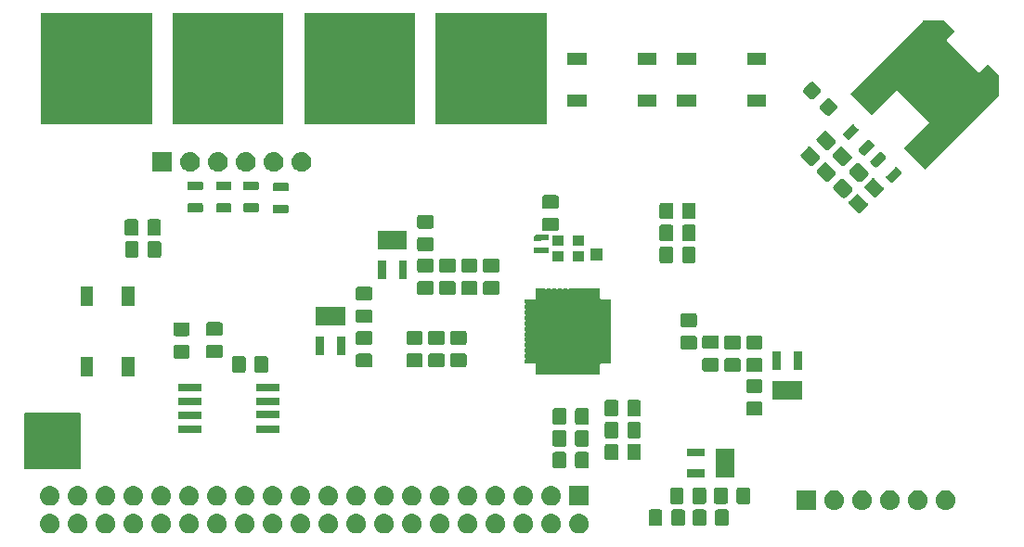
<source format=gts>
G04 #@! TF.GenerationSoftware,KiCad,Pcbnew,(5.0.1)-4*
G04 #@! TF.CreationDate,2018-12-29T13:21:46+01:00*
G04 #@! TF.ProjectId,tomu-fpga,746F6D752D667067612E6B696361645F,EVT3b*
G04 #@! TF.SameCoordinates,Original*
G04 #@! TF.FileFunction,Soldermask,Top*
G04 #@! TF.FilePolarity,Negative*
%FSLAX46Y46*%
G04 Gerber Fmt 4.6, Leading zero omitted, Abs format (unit mm)*
G04 Created by KiCad (PCBNEW (5.0.1)-4) date 12/29/18 13:21:46*
%MOMM*%
%LPD*%
G01*
G04 APERTURE LIST*
%ADD10C,0.150000*%
%ADD11C,0.100000*%
G04 APERTURE END LIST*
D10*
G36*
X24500000Y-67500000D02*
X29500000Y-67500000D01*
X29500000Y-72500000D01*
X24500000Y-72500000D01*
X24500000Y-67500000D01*
G37*
X24500000Y-67500000D02*
X29500000Y-67500000D01*
X29500000Y-72500000D01*
X24500000Y-72500000D01*
X24500000Y-67500000D01*
D11*
G36*
X75088362Y-76643545D02*
X75176588Y-76652234D01*
X75289789Y-76686573D01*
X75346390Y-76703743D01*
X75484980Y-76777822D01*
X75502879Y-76787389D01*
X75538609Y-76816712D01*
X75640044Y-76899956D01*
X75723288Y-77001391D01*
X75752611Y-77037121D01*
X75752612Y-77037123D01*
X75836257Y-77193610D01*
X75836257Y-77193611D01*
X75887766Y-77363412D01*
X75905158Y-77540000D01*
X75887766Y-77716588D01*
X75853427Y-77829789D01*
X75836257Y-77886390D01*
X75762178Y-78024980D01*
X75752611Y-78042879D01*
X75723288Y-78078609D01*
X75640044Y-78180044D01*
X75538609Y-78263288D01*
X75502879Y-78292611D01*
X75502877Y-78292612D01*
X75346390Y-78376257D01*
X75289789Y-78393427D01*
X75176588Y-78427766D01*
X75088362Y-78436455D01*
X75044250Y-78440800D01*
X74955750Y-78440800D01*
X74911638Y-78436455D01*
X74823412Y-78427766D01*
X74710211Y-78393427D01*
X74653610Y-78376257D01*
X74497123Y-78292612D01*
X74497121Y-78292611D01*
X74461391Y-78263288D01*
X74359956Y-78180044D01*
X74276712Y-78078609D01*
X74247389Y-78042879D01*
X74237822Y-78024980D01*
X74163743Y-77886390D01*
X74146573Y-77829789D01*
X74112234Y-77716588D01*
X74094842Y-77540000D01*
X74112234Y-77363412D01*
X74163743Y-77193611D01*
X74163743Y-77193610D01*
X74247388Y-77037123D01*
X74247389Y-77037121D01*
X74276712Y-77001391D01*
X74359956Y-76899956D01*
X74461391Y-76816712D01*
X74497121Y-76787389D01*
X74515020Y-76777822D01*
X74653610Y-76703743D01*
X74710211Y-76686573D01*
X74823412Y-76652234D01*
X74911638Y-76643545D01*
X74955750Y-76639200D01*
X75044250Y-76639200D01*
X75088362Y-76643545D01*
X75088362Y-76643545D01*
G37*
G36*
X52228362Y-76643545D02*
X52316588Y-76652234D01*
X52429789Y-76686573D01*
X52486390Y-76703743D01*
X52624980Y-76777822D01*
X52642879Y-76787389D01*
X52678609Y-76816712D01*
X52780044Y-76899956D01*
X52863288Y-77001391D01*
X52892611Y-77037121D01*
X52892612Y-77037123D01*
X52976257Y-77193610D01*
X52976257Y-77193611D01*
X53027766Y-77363412D01*
X53045158Y-77540000D01*
X53027766Y-77716588D01*
X52993427Y-77829789D01*
X52976257Y-77886390D01*
X52902178Y-78024980D01*
X52892611Y-78042879D01*
X52863288Y-78078609D01*
X52780044Y-78180044D01*
X52678609Y-78263288D01*
X52642879Y-78292611D01*
X52642877Y-78292612D01*
X52486390Y-78376257D01*
X52429789Y-78393427D01*
X52316588Y-78427766D01*
X52228362Y-78436455D01*
X52184250Y-78440800D01*
X52095750Y-78440800D01*
X52051638Y-78436455D01*
X51963412Y-78427766D01*
X51850211Y-78393427D01*
X51793610Y-78376257D01*
X51637123Y-78292612D01*
X51637121Y-78292611D01*
X51601391Y-78263288D01*
X51499956Y-78180044D01*
X51416712Y-78078609D01*
X51387389Y-78042879D01*
X51377822Y-78024980D01*
X51303743Y-77886390D01*
X51286573Y-77829789D01*
X51252234Y-77716588D01*
X51234842Y-77540000D01*
X51252234Y-77363412D01*
X51303743Y-77193611D01*
X51303743Y-77193610D01*
X51387388Y-77037123D01*
X51387389Y-77037121D01*
X51416712Y-77001391D01*
X51499956Y-76899956D01*
X51601391Y-76816712D01*
X51637121Y-76787389D01*
X51655020Y-76777822D01*
X51793610Y-76703743D01*
X51850211Y-76686573D01*
X51963412Y-76652234D01*
X52051638Y-76643545D01*
X52095750Y-76639200D01*
X52184250Y-76639200D01*
X52228362Y-76643545D01*
X52228362Y-76643545D01*
G37*
G36*
X26828362Y-76643545D02*
X26916588Y-76652234D01*
X27029789Y-76686573D01*
X27086390Y-76703743D01*
X27224980Y-76777822D01*
X27242879Y-76787389D01*
X27278609Y-76816712D01*
X27380044Y-76899956D01*
X27463288Y-77001391D01*
X27492611Y-77037121D01*
X27492612Y-77037123D01*
X27576257Y-77193610D01*
X27576257Y-77193611D01*
X27627766Y-77363412D01*
X27645158Y-77540000D01*
X27627766Y-77716588D01*
X27593427Y-77829789D01*
X27576257Y-77886390D01*
X27502178Y-78024980D01*
X27492611Y-78042879D01*
X27463288Y-78078609D01*
X27380044Y-78180044D01*
X27278609Y-78263288D01*
X27242879Y-78292611D01*
X27242877Y-78292612D01*
X27086390Y-78376257D01*
X27029789Y-78393427D01*
X26916588Y-78427766D01*
X26828362Y-78436455D01*
X26784250Y-78440800D01*
X26695750Y-78440800D01*
X26651638Y-78436455D01*
X26563412Y-78427766D01*
X26450211Y-78393427D01*
X26393610Y-78376257D01*
X26237123Y-78292612D01*
X26237121Y-78292611D01*
X26201391Y-78263288D01*
X26099956Y-78180044D01*
X26016712Y-78078609D01*
X25987389Y-78042879D01*
X25977822Y-78024980D01*
X25903743Y-77886390D01*
X25886573Y-77829789D01*
X25852234Y-77716588D01*
X25834842Y-77540000D01*
X25852234Y-77363412D01*
X25903743Y-77193611D01*
X25903743Y-77193610D01*
X25987388Y-77037123D01*
X25987389Y-77037121D01*
X26016712Y-77001391D01*
X26099956Y-76899956D01*
X26201391Y-76816712D01*
X26237121Y-76787389D01*
X26255020Y-76777822D01*
X26393610Y-76703743D01*
X26450211Y-76686573D01*
X26563412Y-76652234D01*
X26651638Y-76643545D01*
X26695750Y-76639200D01*
X26784250Y-76639200D01*
X26828362Y-76643545D01*
X26828362Y-76643545D01*
G37*
G36*
X29368362Y-76643545D02*
X29456588Y-76652234D01*
X29569789Y-76686573D01*
X29626390Y-76703743D01*
X29764980Y-76777822D01*
X29782879Y-76787389D01*
X29818609Y-76816712D01*
X29920044Y-76899956D01*
X30003288Y-77001391D01*
X30032611Y-77037121D01*
X30032612Y-77037123D01*
X30116257Y-77193610D01*
X30116257Y-77193611D01*
X30167766Y-77363412D01*
X30185158Y-77540000D01*
X30167766Y-77716588D01*
X30133427Y-77829789D01*
X30116257Y-77886390D01*
X30042178Y-78024980D01*
X30032611Y-78042879D01*
X30003288Y-78078609D01*
X29920044Y-78180044D01*
X29818609Y-78263288D01*
X29782879Y-78292611D01*
X29782877Y-78292612D01*
X29626390Y-78376257D01*
X29569789Y-78393427D01*
X29456588Y-78427766D01*
X29368362Y-78436455D01*
X29324250Y-78440800D01*
X29235750Y-78440800D01*
X29191638Y-78436455D01*
X29103412Y-78427766D01*
X28990211Y-78393427D01*
X28933610Y-78376257D01*
X28777123Y-78292612D01*
X28777121Y-78292611D01*
X28741391Y-78263288D01*
X28639956Y-78180044D01*
X28556712Y-78078609D01*
X28527389Y-78042879D01*
X28517822Y-78024980D01*
X28443743Y-77886390D01*
X28426573Y-77829789D01*
X28392234Y-77716588D01*
X28374842Y-77540000D01*
X28392234Y-77363412D01*
X28443743Y-77193611D01*
X28443743Y-77193610D01*
X28527388Y-77037123D01*
X28527389Y-77037121D01*
X28556712Y-77001391D01*
X28639956Y-76899956D01*
X28741391Y-76816712D01*
X28777121Y-76787389D01*
X28795020Y-76777822D01*
X28933610Y-76703743D01*
X28990211Y-76686573D01*
X29103412Y-76652234D01*
X29191638Y-76643545D01*
X29235750Y-76639200D01*
X29324250Y-76639200D01*
X29368362Y-76643545D01*
X29368362Y-76643545D01*
G37*
G36*
X31908362Y-76643545D02*
X31996588Y-76652234D01*
X32109789Y-76686573D01*
X32166390Y-76703743D01*
X32304980Y-76777822D01*
X32322879Y-76787389D01*
X32358609Y-76816712D01*
X32460044Y-76899956D01*
X32543288Y-77001391D01*
X32572611Y-77037121D01*
X32572612Y-77037123D01*
X32656257Y-77193610D01*
X32656257Y-77193611D01*
X32707766Y-77363412D01*
X32725158Y-77540000D01*
X32707766Y-77716588D01*
X32673427Y-77829789D01*
X32656257Y-77886390D01*
X32582178Y-78024980D01*
X32572611Y-78042879D01*
X32543288Y-78078609D01*
X32460044Y-78180044D01*
X32358609Y-78263288D01*
X32322879Y-78292611D01*
X32322877Y-78292612D01*
X32166390Y-78376257D01*
X32109789Y-78393427D01*
X31996588Y-78427766D01*
X31908362Y-78436455D01*
X31864250Y-78440800D01*
X31775750Y-78440800D01*
X31731638Y-78436455D01*
X31643412Y-78427766D01*
X31530211Y-78393427D01*
X31473610Y-78376257D01*
X31317123Y-78292612D01*
X31317121Y-78292611D01*
X31281391Y-78263288D01*
X31179956Y-78180044D01*
X31096712Y-78078609D01*
X31067389Y-78042879D01*
X31057822Y-78024980D01*
X30983743Y-77886390D01*
X30966573Y-77829789D01*
X30932234Y-77716588D01*
X30914842Y-77540000D01*
X30932234Y-77363412D01*
X30983743Y-77193611D01*
X30983743Y-77193610D01*
X31067388Y-77037123D01*
X31067389Y-77037121D01*
X31096712Y-77001391D01*
X31179956Y-76899956D01*
X31281391Y-76816712D01*
X31317121Y-76787389D01*
X31335020Y-76777822D01*
X31473610Y-76703743D01*
X31530211Y-76686573D01*
X31643412Y-76652234D01*
X31731638Y-76643545D01*
X31775750Y-76639200D01*
X31864250Y-76639200D01*
X31908362Y-76643545D01*
X31908362Y-76643545D01*
G37*
G36*
X34448362Y-76643545D02*
X34536588Y-76652234D01*
X34649789Y-76686573D01*
X34706390Y-76703743D01*
X34844980Y-76777822D01*
X34862879Y-76787389D01*
X34898609Y-76816712D01*
X35000044Y-76899956D01*
X35083288Y-77001391D01*
X35112611Y-77037121D01*
X35112612Y-77037123D01*
X35196257Y-77193610D01*
X35196257Y-77193611D01*
X35247766Y-77363412D01*
X35265158Y-77540000D01*
X35247766Y-77716588D01*
X35213427Y-77829789D01*
X35196257Y-77886390D01*
X35122178Y-78024980D01*
X35112611Y-78042879D01*
X35083288Y-78078609D01*
X35000044Y-78180044D01*
X34898609Y-78263288D01*
X34862879Y-78292611D01*
X34862877Y-78292612D01*
X34706390Y-78376257D01*
X34649789Y-78393427D01*
X34536588Y-78427766D01*
X34448362Y-78436455D01*
X34404250Y-78440800D01*
X34315750Y-78440800D01*
X34271638Y-78436455D01*
X34183412Y-78427766D01*
X34070211Y-78393427D01*
X34013610Y-78376257D01*
X33857123Y-78292612D01*
X33857121Y-78292611D01*
X33821391Y-78263288D01*
X33719956Y-78180044D01*
X33636712Y-78078609D01*
X33607389Y-78042879D01*
X33597822Y-78024980D01*
X33523743Y-77886390D01*
X33506573Y-77829789D01*
X33472234Y-77716588D01*
X33454842Y-77540000D01*
X33472234Y-77363412D01*
X33523743Y-77193611D01*
X33523743Y-77193610D01*
X33607388Y-77037123D01*
X33607389Y-77037121D01*
X33636712Y-77001391D01*
X33719956Y-76899956D01*
X33821391Y-76816712D01*
X33857121Y-76787389D01*
X33875020Y-76777822D01*
X34013610Y-76703743D01*
X34070211Y-76686573D01*
X34183412Y-76652234D01*
X34271638Y-76643545D01*
X34315750Y-76639200D01*
X34404250Y-76639200D01*
X34448362Y-76643545D01*
X34448362Y-76643545D01*
G37*
G36*
X36988362Y-76643545D02*
X37076588Y-76652234D01*
X37189789Y-76686573D01*
X37246390Y-76703743D01*
X37384980Y-76777822D01*
X37402879Y-76787389D01*
X37438609Y-76816712D01*
X37540044Y-76899956D01*
X37623288Y-77001391D01*
X37652611Y-77037121D01*
X37652612Y-77037123D01*
X37736257Y-77193610D01*
X37736257Y-77193611D01*
X37787766Y-77363412D01*
X37805158Y-77540000D01*
X37787766Y-77716588D01*
X37753427Y-77829789D01*
X37736257Y-77886390D01*
X37662178Y-78024980D01*
X37652611Y-78042879D01*
X37623288Y-78078609D01*
X37540044Y-78180044D01*
X37438609Y-78263288D01*
X37402879Y-78292611D01*
X37402877Y-78292612D01*
X37246390Y-78376257D01*
X37189789Y-78393427D01*
X37076588Y-78427766D01*
X36988362Y-78436455D01*
X36944250Y-78440800D01*
X36855750Y-78440800D01*
X36811638Y-78436455D01*
X36723412Y-78427766D01*
X36610211Y-78393427D01*
X36553610Y-78376257D01*
X36397123Y-78292612D01*
X36397121Y-78292611D01*
X36361391Y-78263288D01*
X36259956Y-78180044D01*
X36176712Y-78078609D01*
X36147389Y-78042879D01*
X36137822Y-78024980D01*
X36063743Y-77886390D01*
X36046573Y-77829789D01*
X36012234Y-77716588D01*
X35994842Y-77540000D01*
X36012234Y-77363412D01*
X36063743Y-77193611D01*
X36063743Y-77193610D01*
X36147388Y-77037123D01*
X36147389Y-77037121D01*
X36176712Y-77001391D01*
X36259956Y-76899956D01*
X36361391Y-76816712D01*
X36397121Y-76787389D01*
X36415020Y-76777822D01*
X36553610Y-76703743D01*
X36610211Y-76686573D01*
X36723412Y-76652234D01*
X36811638Y-76643545D01*
X36855750Y-76639200D01*
X36944250Y-76639200D01*
X36988362Y-76643545D01*
X36988362Y-76643545D01*
G37*
G36*
X39528362Y-76643545D02*
X39616588Y-76652234D01*
X39729789Y-76686573D01*
X39786390Y-76703743D01*
X39924980Y-76777822D01*
X39942879Y-76787389D01*
X39978609Y-76816712D01*
X40080044Y-76899956D01*
X40163288Y-77001391D01*
X40192611Y-77037121D01*
X40192612Y-77037123D01*
X40276257Y-77193610D01*
X40276257Y-77193611D01*
X40327766Y-77363412D01*
X40345158Y-77540000D01*
X40327766Y-77716588D01*
X40293427Y-77829789D01*
X40276257Y-77886390D01*
X40202178Y-78024980D01*
X40192611Y-78042879D01*
X40163288Y-78078609D01*
X40080044Y-78180044D01*
X39978609Y-78263288D01*
X39942879Y-78292611D01*
X39942877Y-78292612D01*
X39786390Y-78376257D01*
X39729789Y-78393427D01*
X39616588Y-78427766D01*
X39528362Y-78436455D01*
X39484250Y-78440800D01*
X39395750Y-78440800D01*
X39351638Y-78436455D01*
X39263412Y-78427766D01*
X39150211Y-78393427D01*
X39093610Y-78376257D01*
X38937123Y-78292612D01*
X38937121Y-78292611D01*
X38901391Y-78263288D01*
X38799956Y-78180044D01*
X38716712Y-78078609D01*
X38687389Y-78042879D01*
X38677822Y-78024980D01*
X38603743Y-77886390D01*
X38586573Y-77829789D01*
X38552234Y-77716588D01*
X38534842Y-77540000D01*
X38552234Y-77363412D01*
X38603743Y-77193611D01*
X38603743Y-77193610D01*
X38687388Y-77037123D01*
X38687389Y-77037121D01*
X38716712Y-77001391D01*
X38799956Y-76899956D01*
X38901391Y-76816712D01*
X38937121Y-76787389D01*
X38955020Y-76777822D01*
X39093610Y-76703743D01*
X39150211Y-76686573D01*
X39263412Y-76652234D01*
X39351638Y-76643545D01*
X39395750Y-76639200D01*
X39484250Y-76639200D01*
X39528362Y-76643545D01*
X39528362Y-76643545D01*
G37*
G36*
X42068362Y-76643545D02*
X42156588Y-76652234D01*
X42269789Y-76686573D01*
X42326390Y-76703743D01*
X42464980Y-76777822D01*
X42482879Y-76787389D01*
X42518609Y-76816712D01*
X42620044Y-76899956D01*
X42703288Y-77001391D01*
X42732611Y-77037121D01*
X42732612Y-77037123D01*
X42816257Y-77193610D01*
X42816257Y-77193611D01*
X42867766Y-77363412D01*
X42885158Y-77540000D01*
X42867766Y-77716588D01*
X42833427Y-77829789D01*
X42816257Y-77886390D01*
X42742178Y-78024980D01*
X42732611Y-78042879D01*
X42703288Y-78078609D01*
X42620044Y-78180044D01*
X42518609Y-78263288D01*
X42482879Y-78292611D01*
X42482877Y-78292612D01*
X42326390Y-78376257D01*
X42269789Y-78393427D01*
X42156588Y-78427766D01*
X42068362Y-78436455D01*
X42024250Y-78440800D01*
X41935750Y-78440800D01*
X41891638Y-78436455D01*
X41803412Y-78427766D01*
X41690211Y-78393427D01*
X41633610Y-78376257D01*
X41477123Y-78292612D01*
X41477121Y-78292611D01*
X41441391Y-78263288D01*
X41339956Y-78180044D01*
X41256712Y-78078609D01*
X41227389Y-78042879D01*
X41217822Y-78024980D01*
X41143743Y-77886390D01*
X41126573Y-77829789D01*
X41092234Y-77716588D01*
X41074842Y-77540000D01*
X41092234Y-77363412D01*
X41143743Y-77193611D01*
X41143743Y-77193610D01*
X41227388Y-77037123D01*
X41227389Y-77037121D01*
X41256712Y-77001391D01*
X41339956Y-76899956D01*
X41441391Y-76816712D01*
X41477121Y-76787389D01*
X41495020Y-76777822D01*
X41633610Y-76703743D01*
X41690211Y-76686573D01*
X41803412Y-76652234D01*
X41891638Y-76643545D01*
X41935750Y-76639200D01*
X42024250Y-76639200D01*
X42068362Y-76643545D01*
X42068362Y-76643545D01*
G37*
G36*
X44608362Y-76643545D02*
X44696588Y-76652234D01*
X44809789Y-76686573D01*
X44866390Y-76703743D01*
X45004980Y-76777822D01*
X45022879Y-76787389D01*
X45058609Y-76816712D01*
X45160044Y-76899956D01*
X45243288Y-77001391D01*
X45272611Y-77037121D01*
X45272612Y-77037123D01*
X45356257Y-77193610D01*
X45356257Y-77193611D01*
X45407766Y-77363412D01*
X45425158Y-77540000D01*
X45407766Y-77716588D01*
X45373427Y-77829789D01*
X45356257Y-77886390D01*
X45282178Y-78024980D01*
X45272611Y-78042879D01*
X45243288Y-78078609D01*
X45160044Y-78180044D01*
X45058609Y-78263288D01*
X45022879Y-78292611D01*
X45022877Y-78292612D01*
X44866390Y-78376257D01*
X44809789Y-78393427D01*
X44696588Y-78427766D01*
X44608362Y-78436455D01*
X44564250Y-78440800D01*
X44475750Y-78440800D01*
X44431638Y-78436455D01*
X44343412Y-78427766D01*
X44230211Y-78393427D01*
X44173610Y-78376257D01*
X44017123Y-78292612D01*
X44017121Y-78292611D01*
X43981391Y-78263288D01*
X43879956Y-78180044D01*
X43796712Y-78078609D01*
X43767389Y-78042879D01*
X43757822Y-78024980D01*
X43683743Y-77886390D01*
X43666573Y-77829789D01*
X43632234Y-77716588D01*
X43614842Y-77540000D01*
X43632234Y-77363412D01*
X43683743Y-77193611D01*
X43683743Y-77193610D01*
X43767388Y-77037123D01*
X43767389Y-77037121D01*
X43796712Y-77001391D01*
X43879956Y-76899956D01*
X43981391Y-76816712D01*
X44017121Y-76787389D01*
X44035020Y-76777822D01*
X44173610Y-76703743D01*
X44230211Y-76686573D01*
X44343412Y-76652234D01*
X44431638Y-76643545D01*
X44475750Y-76639200D01*
X44564250Y-76639200D01*
X44608362Y-76643545D01*
X44608362Y-76643545D01*
G37*
G36*
X47148362Y-76643545D02*
X47236588Y-76652234D01*
X47349789Y-76686573D01*
X47406390Y-76703743D01*
X47544980Y-76777822D01*
X47562879Y-76787389D01*
X47598609Y-76816712D01*
X47700044Y-76899956D01*
X47783288Y-77001391D01*
X47812611Y-77037121D01*
X47812612Y-77037123D01*
X47896257Y-77193610D01*
X47896257Y-77193611D01*
X47947766Y-77363412D01*
X47965158Y-77540000D01*
X47947766Y-77716588D01*
X47913427Y-77829789D01*
X47896257Y-77886390D01*
X47822178Y-78024980D01*
X47812611Y-78042879D01*
X47783288Y-78078609D01*
X47700044Y-78180044D01*
X47598609Y-78263288D01*
X47562879Y-78292611D01*
X47562877Y-78292612D01*
X47406390Y-78376257D01*
X47349789Y-78393427D01*
X47236588Y-78427766D01*
X47148362Y-78436455D01*
X47104250Y-78440800D01*
X47015750Y-78440800D01*
X46971638Y-78436455D01*
X46883412Y-78427766D01*
X46770211Y-78393427D01*
X46713610Y-78376257D01*
X46557123Y-78292612D01*
X46557121Y-78292611D01*
X46521391Y-78263288D01*
X46419956Y-78180044D01*
X46336712Y-78078609D01*
X46307389Y-78042879D01*
X46297822Y-78024980D01*
X46223743Y-77886390D01*
X46206573Y-77829789D01*
X46172234Y-77716588D01*
X46154842Y-77540000D01*
X46172234Y-77363412D01*
X46223743Y-77193611D01*
X46223743Y-77193610D01*
X46307388Y-77037123D01*
X46307389Y-77037121D01*
X46336712Y-77001391D01*
X46419956Y-76899956D01*
X46521391Y-76816712D01*
X46557121Y-76787389D01*
X46575020Y-76777822D01*
X46713610Y-76703743D01*
X46770211Y-76686573D01*
X46883412Y-76652234D01*
X46971638Y-76643545D01*
X47015750Y-76639200D01*
X47104250Y-76639200D01*
X47148362Y-76643545D01*
X47148362Y-76643545D01*
G37*
G36*
X49688362Y-76643545D02*
X49776588Y-76652234D01*
X49889789Y-76686573D01*
X49946390Y-76703743D01*
X50084980Y-76777822D01*
X50102879Y-76787389D01*
X50138609Y-76816712D01*
X50240044Y-76899956D01*
X50323288Y-77001391D01*
X50352611Y-77037121D01*
X50352612Y-77037123D01*
X50436257Y-77193610D01*
X50436257Y-77193611D01*
X50487766Y-77363412D01*
X50505158Y-77540000D01*
X50487766Y-77716588D01*
X50453427Y-77829789D01*
X50436257Y-77886390D01*
X50362178Y-78024980D01*
X50352611Y-78042879D01*
X50323288Y-78078609D01*
X50240044Y-78180044D01*
X50138609Y-78263288D01*
X50102879Y-78292611D01*
X50102877Y-78292612D01*
X49946390Y-78376257D01*
X49889789Y-78393427D01*
X49776588Y-78427766D01*
X49688362Y-78436455D01*
X49644250Y-78440800D01*
X49555750Y-78440800D01*
X49511638Y-78436455D01*
X49423412Y-78427766D01*
X49310211Y-78393427D01*
X49253610Y-78376257D01*
X49097123Y-78292612D01*
X49097121Y-78292611D01*
X49061391Y-78263288D01*
X48959956Y-78180044D01*
X48876712Y-78078609D01*
X48847389Y-78042879D01*
X48837822Y-78024980D01*
X48763743Y-77886390D01*
X48746573Y-77829789D01*
X48712234Y-77716588D01*
X48694842Y-77540000D01*
X48712234Y-77363412D01*
X48763743Y-77193611D01*
X48763743Y-77193610D01*
X48847388Y-77037123D01*
X48847389Y-77037121D01*
X48876712Y-77001391D01*
X48959956Y-76899956D01*
X49061391Y-76816712D01*
X49097121Y-76787389D01*
X49115020Y-76777822D01*
X49253610Y-76703743D01*
X49310211Y-76686573D01*
X49423412Y-76652234D01*
X49511638Y-76643545D01*
X49555750Y-76639200D01*
X49644250Y-76639200D01*
X49688362Y-76643545D01*
X49688362Y-76643545D01*
G37*
G36*
X54768362Y-76643545D02*
X54856588Y-76652234D01*
X54969789Y-76686573D01*
X55026390Y-76703743D01*
X55164980Y-76777822D01*
X55182879Y-76787389D01*
X55218609Y-76816712D01*
X55320044Y-76899956D01*
X55403288Y-77001391D01*
X55432611Y-77037121D01*
X55432612Y-77037123D01*
X55516257Y-77193610D01*
X55516257Y-77193611D01*
X55567766Y-77363412D01*
X55585158Y-77540000D01*
X55567766Y-77716588D01*
X55533427Y-77829789D01*
X55516257Y-77886390D01*
X55442178Y-78024980D01*
X55432611Y-78042879D01*
X55403288Y-78078609D01*
X55320044Y-78180044D01*
X55218609Y-78263288D01*
X55182879Y-78292611D01*
X55182877Y-78292612D01*
X55026390Y-78376257D01*
X54969789Y-78393427D01*
X54856588Y-78427766D01*
X54768362Y-78436455D01*
X54724250Y-78440800D01*
X54635750Y-78440800D01*
X54591638Y-78436455D01*
X54503412Y-78427766D01*
X54390211Y-78393427D01*
X54333610Y-78376257D01*
X54177123Y-78292612D01*
X54177121Y-78292611D01*
X54141391Y-78263288D01*
X54039956Y-78180044D01*
X53956712Y-78078609D01*
X53927389Y-78042879D01*
X53917822Y-78024980D01*
X53843743Y-77886390D01*
X53826573Y-77829789D01*
X53792234Y-77716588D01*
X53774842Y-77540000D01*
X53792234Y-77363412D01*
X53843743Y-77193611D01*
X53843743Y-77193610D01*
X53927388Y-77037123D01*
X53927389Y-77037121D01*
X53956712Y-77001391D01*
X54039956Y-76899956D01*
X54141391Y-76816712D01*
X54177121Y-76787389D01*
X54195020Y-76777822D01*
X54333610Y-76703743D01*
X54390211Y-76686573D01*
X54503412Y-76652234D01*
X54591638Y-76643545D01*
X54635750Y-76639200D01*
X54724250Y-76639200D01*
X54768362Y-76643545D01*
X54768362Y-76643545D01*
G37*
G36*
X57308362Y-76643545D02*
X57396588Y-76652234D01*
X57509789Y-76686573D01*
X57566390Y-76703743D01*
X57704980Y-76777822D01*
X57722879Y-76787389D01*
X57758609Y-76816712D01*
X57860044Y-76899956D01*
X57943288Y-77001391D01*
X57972611Y-77037121D01*
X57972612Y-77037123D01*
X58056257Y-77193610D01*
X58056257Y-77193611D01*
X58107766Y-77363412D01*
X58125158Y-77540000D01*
X58107766Y-77716588D01*
X58073427Y-77829789D01*
X58056257Y-77886390D01*
X57982178Y-78024980D01*
X57972611Y-78042879D01*
X57943288Y-78078609D01*
X57860044Y-78180044D01*
X57758609Y-78263288D01*
X57722879Y-78292611D01*
X57722877Y-78292612D01*
X57566390Y-78376257D01*
X57509789Y-78393427D01*
X57396588Y-78427766D01*
X57308362Y-78436455D01*
X57264250Y-78440800D01*
X57175750Y-78440800D01*
X57131638Y-78436455D01*
X57043412Y-78427766D01*
X56930211Y-78393427D01*
X56873610Y-78376257D01*
X56717123Y-78292612D01*
X56717121Y-78292611D01*
X56681391Y-78263288D01*
X56579956Y-78180044D01*
X56496712Y-78078609D01*
X56467389Y-78042879D01*
X56457822Y-78024980D01*
X56383743Y-77886390D01*
X56366573Y-77829789D01*
X56332234Y-77716588D01*
X56314842Y-77540000D01*
X56332234Y-77363412D01*
X56383743Y-77193611D01*
X56383743Y-77193610D01*
X56467388Y-77037123D01*
X56467389Y-77037121D01*
X56496712Y-77001391D01*
X56579956Y-76899956D01*
X56681391Y-76816712D01*
X56717121Y-76787389D01*
X56735020Y-76777822D01*
X56873610Y-76703743D01*
X56930211Y-76686573D01*
X57043412Y-76652234D01*
X57131638Y-76643545D01*
X57175750Y-76639200D01*
X57264250Y-76639200D01*
X57308362Y-76643545D01*
X57308362Y-76643545D01*
G37*
G36*
X59848362Y-76643545D02*
X59936588Y-76652234D01*
X60049789Y-76686573D01*
X60106390Y-76703743D01*
X60244980Y-76777822D01*
X60262879Y-76787389D01*
X60298609Y-76816712D01*
X60400044Y-76899956D01*
X60483288Y-77001391D01*
X60512611Y-77037121D01*
X60512612Y-77037123D01*
X60596257Y-77193610D01*
X60596257Y-77193611D01*
X60647766Y-77363412D01*
X60665158Y-77540000D01*
X60647766Y-77716588D01*
X60613427Y-77829789D01*
X60596257Y-77886390D01*
X60522178Y-78024980D01*
X60512611Y-78042879D01*
X60483288Y-78078609D01*
X60400044Y-78180044D01*
X60298609Y-78263288D01*
X60262879Y-78292611D01*
X60262877Y-78292612D01*
X60106390Y-78376257D01*
X60049789Y-78393427D01*
X59936588Y-78427766D01*
X59848362Y-78436455D01*
X59804250Y-78440800D01*
X59715750Y-78440800D01*
X59671638Y-78436455D01*
X59583412Y-78427766D01*
X59470211Y-78393427D01*
X59413610Y-78376257D01*
X59257123Y-78292612D01*
X59257121Y-78292611D01*
X59221391Y-78263288D01*
X59119956Y-78180044D01*
X59036712Y-78078609D01*
X59007389Y-78042879D01*
X58997822Y-78024980D01*
X58923743Y-77886390D01*
X58906573Y-77829789D01*
X58872234Y-77716588D01*
X58854842Y-77540000D01*
X58872234Y-77363412D01*
X58923743Y-77193611D01*
X58923743Y-77193610D01*
X59007388Y-77037123D01*
X59007389Y-77037121D01*
X59036712Y-77001391D01*
X59119956Y-76899956D01*
X59221391Y-76816712D01*
X59257121Y-76787389D01*
X59275020Y-76777822D01*
X59413610Y-76703743D01*
X59470211Y-76686573D01*
X59583412Y-76652234D01*
X59671638Y-76643545D01*
X59715750Y-76639200D01*
X59804250Y-76639200D01*
X59848362Y-76643545D01*
X59848362Y-76643545D01*
G37*
G36*
X62388362Y-76643545D02*
X62476588Y-76652234D01*
X62589789Y-76686573D01*
X62646390Y-76703743D01*
X62784980Y-76777822D01*
X62802879Y-76787389D01*
X62838609Y-76816712D01*
X62940044Y-76899956D01*
X63023288Y-77001391D01*
X63052611Y-77037121D01*
X63052612Y-77037123D01*
X63136257Y-77193610D01*
X63136257Y-77193611D01*
X63187766Y-77363412D01*
X63205158Y-77540000D01*
X63187766Y-77716588D01*
X63153427Y-77829789D01*
X63136257Y-77886390D01*
X63062178Y-78024980D01*
X63052611Y-78042879D01*
X63023288Y-78078609D01*
X62940044Y-78180044D01*
X62838609Y-78263288D01*
X62802879Y-78292611D01*
X62802877Y-78292612D01*
X62646390Y-78376257D01*
X62589789Y-78393427D01*
X62476588Y-78427766D01*
X62388362Y-78436455D01*
X62344250Y-78440800D01*
X62255750Y-78440800D01*
X62211638Y-78436455D01*
X62123412Y-78427766D01*
X62010211Y-78393427D01*
X61953610Y-78376257D01*
X61797123Y-78292612D01*
X61797121Y-78292611D01*
X61761391Y-78263288D01*
X61659956Y-78180044D01*
X61576712Y-78078609D01*
X61547389Y-78042879D01*
X61537822Y-78024980D01*
X61463743Y-77886390D01*
X61446573Y-77829789D01*
X61412234Y-77716588D01*
X61394842Y-77540000D01*
X61412234Y-77363412D01*
X61463743Y-77193611D01*
X61463743Y-77193610D01*
X61547388Y-77037123D01*
X61547389Y-77037121D01*
X61576712Y-77001391D01*
X61659956Y-76899956D01*
X61761391Y-76816712D01*
X61797121Y-76787389D01*
X61815020Y-76777822D01*
X61953610Y-76703743D01*
X62010211Y-76686573D01*
X62123412Y-76652234D01*
X62211638Y-76643545D01*
X62255750Y-76639200D01*
X62344250Y-76639200D01*
X62388362Y-76643545D01*
X62388362Y-76643545D01*
G37*
G36*
X64928362Y-76643545D02*
X65016588Y-76652234D01*
X65129789Y-76686573D01*
X65186390Y-76703743D01*
X65324980Y-76777822D01*
X65342879Y-76787389D01*
X65378609Y-76816712D01*
X65480044Y-76899956D01*
X65563288Y-77001391D01*
X65592611Y-77037121D01*
X65592612Y-77037123D01*
X65676257Y-77193610D01*
X65676257Y-77193611D01*
X65727766Y-77363412D01*
X65745158Y-77540000D01*
X65727766Y-77716588D01*
X65693427Y-77829789D01*
X65676257Y-77886390D01*
X65602178Y-78024980D01*
X65592611Y-78042879D01*
X65563288Y-78078609D01*
X65480044Y-78180044D01*
X65378609Y-78263288D01*
X65342879Y-78292611D01*
X65342877Y-78292612D01*
X65186390Y-78376257D01*
X65129789Y-78393427D01*
X65016588Y-78427766D01*
X64928362Y-78436455D01*
X64884250Y-78440800D01*
X64795750Y-78440800D01*
X64751638Y-78436455D01*
X64663412Y-78427766D01*
X64550211Y-78393427D01*
X64493610Y-78376257D01*
X64337123Y-78292612D01*
X64337121Y-78292611D01*
X64301391Y-78263288D01*
X64199956Y-78180044D01*
X64116712Y-78078609D01*
X64087389Y-78042879D01*
X64077822Y-78024980D01*
X64003743Y-77886390D01*
X63986573Y-77829789D01*
X63952234Y-77716588D01*
X63934842Y-77540000D01*
X63952234Y-77363412D01*
X64003743Y-77193611D01*
X64003743Y-77193610D01*
X64087388Y-77037123D01*
X64087389Y-77037121D01*
X64116712Y-77001391D01*
X64199956Y-76899956D01*
X64301391Y-76816712D01*
X64337121Y-76787389D01*
X64355020Y-76777822D01*
X64493610Y-76703743D01*
X64550211Y-76686573D01*
X64663412Y-76652234D01*
X64751638Y-76643545D01*
X64795750Y-76639200D01*
X64884250Y-76639200D01*
X64928362Y-76643545D01*
X64928362Y-76643545D01*
G37*
G36*
X67468362Y-76643545D02*
X67556588Y-76652234D01*
X67669789Y-76686573D01*
X67726390Y-76703743D01*
X67864980Y-76777822D01*
X67882879Y-76787389D01*
X67918609Y-76816712D01*
X68020044Y-76899956D01*
X68103288Y-77001391D01*
X68132611Y-77037121D01*
X68132612Y-77037123D01*
X68216257Y-77193610D01*
X68216257Y-77193611D01*
X68267766Y-77363412D01*
X68285158Y-77540000D01*
X68267766Y-77716588D01*
X68233427Y-77829789D01*
X68216257Y-77886390D01*
X68142178Y-78024980D01*
X68132611Y-78042879D01*
X68103288Y-78078609D01*
X68020044Y-78180044D01*
X67918609Y-78263288D01*
X67882879Y-78292611D01*
X67882877Y-78292612D01*
X67726390Y-78376257D01*
X67669789Y-78393427D01*
X67556588Y-78427766D01*
X67468362Y-78436455D01*
X67424250Y-78440800D01*
X67335750Y-78440800D01*
X67291638Y-78436455D01*
X67203412Y-78427766D01*
X67090211Y-78393427D01*
X67033610Y-78376257D01*
X66877123Y-78292612D01*
X66877121Y-78292611D01*
X66841391Y-78263288D01*
X66739956Y-78180044D01*
X66656712Y-78078609D01*
X66627389Y-78042879D01*
X66617822Y-78024980D01*
X66543743Y-77886390D01*
X66526573Y-77829789D01*
X66492234Y-77716588D01*
X66474842Y-77540000D01*
X66492234Y-77363412D01*
X66543743Y-77193611D01*
X66543743Y-77193610D01*
X66627388Y-77037123D01*
X66627389Y-77037121D01*
X66656712Y-77001391D01*
X66739956Y-76899956D01*
X66841391Y-76816712D01*
X66877121Y-76787389D01*
X66895020Y-76777822D01*
X67033610Y-76703743D01*
X67090211Y-76686573D01*
X67203412Y-76652234D01*
X67291638Y-76643545D01*
X67335750Y-76639200D01*
X67424250Y-76639200D01*
X67468362Y-76643545D01*
X67468362Y-76643545D01*
G37*
G36*
X70008362Y-76643545D02*
X70096588Y-76652234D01*
X70209789Y-76686573D01*
X70266390Y-76703743D01*
X70404980Y-76777822D01*
X70422879Y-76787389D01*
X70458609Y-76816712D01*
X70560044Y-76899956D01*
X70643288Y-77001391D01*
X70672611Y-77037121D01*
X70672612Y-77037123D01*
X70756257Y-77193610D01*
X70756257Y-77193611D01*
X70807766Y-77363412D01*
X70825158Y-77540000D01*
X70807766Y-77716588D01*
X70773427Y-77829789D01*
X70756257Y-77886390D01*
X70682178Y-78024980D01*
X70672611Y-78042879D01*
X70643288Y-78078609D01*
X70560044Y-78180044D01*
X70458609Y-78263288D01*
X70422879Y-78292611D01*
X70422877Y-78292612D01*
X70266390Y-78376257D01*
X70209789Y-78393427D01*
X70096588Y-78427766D01*
X70008362Y-78436455D01*
X69964250Y-78440800D01*
X69875750Y-78440800D01*
X69831638Y-78436455D01*
X69743412Y-78427766D01*
X69630211Y-78393427D01*
X69573610Y-78376257D01*
X69417123Y-78292612D01*
X69417121Y-78292611D01*
X69381391Y-78263288D01*
X69279956Y-78180044D01*
X69196712Y-78078609D01*
X69167389Y-78042879D01*
X69157822Y-78024980D01*
X69083743Y-77886390D01*
X69066573Y-77829789D01*
X69032234Y-77716588D01*
X69014842Y-77540000D01*
X69032234Y-77363412D01*
X69083743Y-77193611D01*
X69083743Y-77193610D01*
X69167388Y-77037123D01*
X69167389Y-77037121D01*
X69196712Y-77001391D01*
X69279956Y-76899956D01*
X69381391Y-76816712D01*
X69417121Y-76787389D01*
X69435020Y-76777822D01*
X69573610Y-76703743D01*
X69630211Y-76686573D01*
X69743412Y-76652234D01*
X69831638Y-76643545D01*
X69875750Y-76639200D01*
X69964250Y-76639200D01*
X70008362Y-76643545D01*
X70008362Y-76643545D01*
G37*
G36*
X72548362Y-76643545D02*
X72636588Y-76652234D01*
X72749789Y-76686573D01*
X72806390Y-76703743D01*
X72944980Y-76777822D01*
X72962879Y-76787389D01*
X72998609Y-76816712D01*
X73100044Y-76899956D01*
X73183288Y-77001391D01*
X73212611Y-77037121D01*
X73212612Y-77037123D01*
X73296257Y-77193610D01*
X73296257Y-77193611D01*
X73347766Y-77363412D01*
X73365158Y-77540000D01*
X73347766Y-77716588D01*
X73313427Y-77829789D01*
X73296257Y-77886390D01*
X73222178Y-78024980D01*
X73212611Y-78042879D01*
X73183288Y-78078609D01*
X73100044Y-78180044D01*
X72998609Y-78263288D01*
X72962879Y-78292611D01*
X72962877Y-78292612D01*
X72806390Y-78376257D01*
X72749789Y-78393427D01*
X72636588Y-78427766D01*
X72548362Y-78436455D01*
X72504250Y-78440800D01*
X72415750Y-78440800D01*
X72371638Y-78436455D01*
X72283412Y-78427766D01*
X72170211Y-78393427D01*
X72113610Y-78376257D01*
X71957123Y-78292612D01*
X71957121Y-78292611D01*
X71921391Y-78263288D01*
X71819956Y-78180044D01*
X71736712Y-78078609D01*
X71707389Y-78042879D01*
X71697822Y-78024980D01*
X71623743Y-77886390D01*
X71606573Y-77829789D01*
X71572234Y-77716588D01*
X71554842Y-77540000D01*
X71572234Y-77363412D01*
X71623743Y-77193611D01*
X71623743Y-77193610D01*
X71707388Y-77037123D01*
X71707389Y-77037121D01*
X71736712Y-77001391D01*
X71819956Y-76899956D01*
X71921391Y-76816712D01*
X71957121Y-76787389D01*
X71975020Y-76777822D01*
X72113610Y-76703743D01*
X72170211Y-76686573D01*
X72283412Y-76652234D01*
X72371638Y-76643545D01*
X72415750Y-76639200D01*
X72504250Y-76639200D01*
X72548362Y-76643545D01*
X72548362Y-76643545D01*
G37*
G36*
X84488543Y-76253663D02*
X84526222Y-76265093D01*
X84560939Y-76283650D01*
X84591374Y-76308626D01*
X84616350Y-76339061D01*
X84634907Y-76373778D01*
X84646337Y-76411457D01*
X84650800Y-76456773D01*
X84650800Y-77543227D01*
X84646337Y-77588543D01*
X84634907Y-77626222D01*
X84616350Y-77660939D01*
X84591374Y-77691374D01*
X84560939Y-77716350D01*
X84526222Y-77734907D01*
X84488543Y-77746337D01*
X84443227Y-77750800D01*
X83606773Y-77750800D01*
X83561457Y-77746337D01*
X83523778Y-77734907D01*
X83489061Y-77716350D01*
X83458626Y-77691374D01*
X83433650Y-77660939D01*
X83415093Y-77626222D01*
X83403663Y-77588543D01*
X83399200Y-77543227D01*
X83399200Y-76456773D01*
X83403663Y-76411457D01*
X83415093Y-76373778D01*
X83433650Y-76339061D01*
X83458626Y-76308626D01*
X83489061Y-76283650D01*
X83523778Y-76265093D01*
X83561457Y-76253663D01*
X83606773Y-76249200D01*
X84443227Y-76249200D01*
X84488543Y-76253663D01*
X84488543Y-76253663D01*
G37*
G36*
X86463543Y-76253663D02*
X86501222Y-76265093D01*
X86535939Y-76283650D01*
X86566374Y-76308626D01*
X86591350Y-76339061D01*
X86609907Y-76373778D01*
X86621337Y-76411457D01*
X86625800Y-76456773D01*
X86625800Y-77543227D01*
X86621337Y-77588543D01*
X86609907Y-77626222D01*
X86591350Y-77660939D01*
X86566374Y-77691374D01*
X86535939Y-77716350D01*
X86501222Y-77734907D01*
X86463543Y-77746337D01*
X86418227Y-77750800D01*
X85581773Y-77750800D01*
X85536457Y-77746337D01*
X85498778Y-77734907D01*
X85464061Y-77716350D01*
X85433626Y-77691374D01*
X85408650Y-77660939D01*
X85390093Y-77626222D01*
X85378663Y-77588543D01*
X85374200Y-77543227D01*
X85374200Y-76456773D01*
X85378663Y-76411457D01*
X85390093Y-76373778D01*
X85408650Y-76339061D01*
X85433626Y-76308626D01*
X85464061Y-76283650D01*
X85498778Y-76265093D01*
X85536457Y-76253663D01*
X85581773Y-76249200D01*
X86418227Y-76249200D01*
X86463543Y-76253663D01*
X86463543Y-76253663D01*
G37*
G36*
X82438543Y-76253663D02*
X82476222Y-76265093D01*
X82510939Y-76283650D01*
X82541374Y-76308626D01*
X82566350Y-76339061D01*
X82584907Y-76373778D01*
X82596337Y-76411457D01*
X82600800Y-76456773D01*
X82600800Y-77543227D01*
X82596337Y-77588543D01*
X82584907Y-77626222D01*
X82566350Y-77660939D01*
X82541374Y-77691374D01*
X82510939Y-77716350D01*
X82476222Y-77734907D01*
X82438543Y-77746337D01*
X82393227Y-77750800D01*
X81556773Y-77750800D01*
X81511457Y-77746337D01*
X81473778Y-77734907D01*
X81439061Y-77716350D01*
X81408626Y-77691374D01*
X81383650Y-77660939D01*
X81365093Y-77626222D01*
X81353663Y-77588543D01*
X81349200Y-77543227D01*
X81349200Y-76456773D01*
X81353663Y-76411457D01*
X81365093Y-76373778D01*
X81383650Y-76339061D01*
X81408626Y-76308626D01*
X81439061Y-76283650D01*
X81473778Y-76265093D01*
X81511457Y-76253663D01*
X81556773Y-76249200D01*
X82393227Y-76249200D01*
X82438543Y-76253663D01*
X82438543Y-76253663D01*
G37*
G36*
X88513543Y-76253663D02*
X88551222Y-76265093D01*
X88585939Y-76283650D01*
X88616374Y-76308626D01*
X88641350Y-76339061D01*
X88659907Y-76373778D01*
X88671337Y-76411457D01*
X88675800Y-76456773D01*
X88675800Y-77543227D01*
X88671337Y-77588543D01*
X88659907Y-77626222D01*
X88641350Y-77660939D01*
X88616374Y-77691374D01*
X88585939Y-77716350D01*
X88551222Y-77734907D01*
X88513543Y-77746337D01*
X88468227Y-77750800D01*
X87631773Y-77750800D01*
X87586457Y-77746337D01*
X87548778Y-77734907D01*
X87514061Y-77716350D01*
X87483626Y-77691374D01*
X87458650Y-77660939D01*
X87440093Y-77626222D01*
X87428663Y-77588543D01*
X87424200Y-77543227D01*
X87424200Y-76456773D01*
X87428663Y-76411457D01*
X87440093Y-76373778D01*
X87458650Y-76339061D01*
X87483626Y-76308626D01*
X87514061Y-76283650D01*
X87548778Y-76265093D01*
X87586457Y-76253663D01*
X87631773Y-76249200D01*
X88468227Y-76249200D01*
X88513543Y-76253663D01*
X88513543Y-76253663D01*
G37*
G36*
X105978362Y-74483545D02*
X106066588Y-74492234D01*
X106162359Y-74521286D01*
X106236390Y-74543743D01*
X106374980Y-74617822D01*
X106392879Y-74627389D01*
X106424829Y-74653610D01*
X106530044Y-74739956D01*
X106598533Y-74823412D01*
X106642611Y-74877121D01*
X106642612Y-74877123D01*
X106726257Y-75033610D01*
X106726257Y-75033611D01*
X106777766Y-75203412D01*
X106795158Y-75380000D01*
X106777766Y-75556588D01*
X106755534Y-75629877D01*
X106726257Y-75726390D01*
X106667531Y-75836257D01*
X106642611Y-75882879D01*
X106613288Y-75918609D01*
X106530044Y-76020044D01*
X106428609Y-76103288D01*
X106392879Y-76132611D01*
X106392877Y-76132612D01*
X106236390Y-76216257D01*
X106179789Y-76233427D01*
X106066588Y-76267766D01*
X105978362Y-76276455D01*
X105934250Y-76280800D01*
X105845750Y-76280800D01*
X105801638Y-76276455D01*
X105713412Y-76267766D01*
X105600211Y-76233427D01*
X105543610Y-76216257D01*
X105387123Y-76132612D01*
X105387121Y-76132611D01*
X105351391Y-76103288D01*
X105249956Y-76020044D01*
X105166712Y-75918609D01*
X105137389Y-75882879D01*
X105112469Y-75836257D01*
X105053743Y-75726390D01*
X105024466Y-75629877D01*
X105002234Y-75556588D01*
X104984842Y-75380000D01*
X105002234Y-75203412D01*
X105053743Y-75033611D01*
X105053743Y-75033610D01*
X105137388Y-74877123D01*
X105137389Y-74877121D01*
X105181467Y-74823412D01*
X105249956Y-74739956D01*
X105355171Y-74653610D01*
X105387121Y-74627389D01*
X105405020Y-74617822D01*
X105543610Y-74543743D01*
X105617641Y-74521286D01*
X105713412Y-74492234D01*
X105801638Y-74483545D01*
X105845750Y-74479200D01*
X105934250Y-74479200D01*
X105978362Y-74483545D01*
X105978362Y-74483545D01*
G37*
G36*
X103438362Y-74483545D02*
X103526588Y-74492234D01*
X103622359Y-74521286D01*
X103696390Y-74543743D01*
X103834980Y-74617822D01*
X103852879Y-74627389D01*
X103884829Y-74653610D01*
X103990044Y-74739956D01*
X104058533Y-74823412D01*
X104102611Y-74877121D01*
X104102612Y-74877123D01*
X104186257Y-75033610D01*
X104186257Y-75033611D01*
X104237766Y-75203412D01*
X104255158Y-75380000D01*
X104237766Y-75556588D01*
X104215534Y-75629877D01*
X104186257Y-75726390D01*
X104127531Y-75836257D01*
X104102611Y-75882879D01*
X104073288Y-75918609D01*
X103990044Y-76020044D01*
X103888609Y-76103288D01*
X103852879Y-76132611D01*
X103852877Y-76132612D01*
X103696390Y-76216257D01*
X103639789Y-76233427D01*
X103526588Y-76267766D01*
X103438362Y-76276455D01*
X103394250Y-76280800D01*
X103305750Y-76280800D01*
X103261638Y-76276455D01*
X103173412Y-76267766D01*
X103060211Y-76233427D01*
X103003610Y-76216257D01*
X102847123Y-76132612D01*
X102847121Y-76132611D01*
X102811391Y-76103288D01*
X102709956Y-76020044D01*
X102626712Y-75918609D01*
X102597389Y-75882879D01*
X102572469Y-75836257D01*
X102513743Y-75726390D01*
X102484466Y-75629877D01*
X102462234Y-75556588D01*
X102444842Y-75380000D01*
X102462234Y-75203412D01*
X102513743Y-75033611D01*
X102513743Y-75033610D01*
X102597388Y-74877123D01*
X102597389Y-74877121D01*
X102641467Y-74823412D01*
X102709956Y-74739956D01*
X102815171Y-74653610D01*
X102847121Y-74627389D01*
X102865020Y-74617822D01*
X103003610Y-74543743D01*
X103077641Y-74521286D01*
X103173412Y-74492234D01*
X103261638Y-74483545D01*
X103305750Y-74479200D01*
X103394250Y-74479200D01*
X103438362Y-74483545D01*
X103438362Y-74483545D01*
G37*
G36*
X100898362Y-74483545D02*
X100986588Y-74492234D01*
X101082359Y-74521286D01*
X101156390Y-74543743D01*
X101294980Y-74617822D01*
X101312879Y-74627389D01*
X101344829Y-74653610D01*
X101450044Y-74739956D01*
X101518533Y-74823412D01*
X101562611Y-74877121D01*
X101562612Y-74877123D01*
X101646257Y-75033610D01*
X101646257Y-75033611D01*
X101697766Y-75203412D01*
X101715158Y-75380000D01*
X101697766Y-75556588D01*
X101675534Y-75629877D01*
X101646257Y-75726390D01*
X101587531Y-75836257D01*
X101562611Y-75882879D01*
X101533288Y-75918609D01*
X101450044Y-76020044D01*
X101348609Y-76103288D01*
X101312879Y-76132611D01*
X101312877Y-76132612D01*
X101156390Y-76216257D01*
X101099789Y-76233427D01*
X100986588Y-76267766D01*
X100898362Y-76276455D01*
X100854250Y-76280800D01*
X100765750Y-76280800D01*
X100721638Y-76276455D01*
X100633412Y-76267766D01*
X100520211Y-76233427D01*
X100463610Y-76216257D01*
X100307123Y-76132612D01*
X100307121Y-76132611D01*
X100271391Y-76103288D01*
X100169956Y-76020044D01*
X100086712Y-75918609D01*
X100057389Y-75882879D01*
X100032469Y-75836257D01*
X99973743Y-75726390D01*
X99944466Y-75629877D01*
X99922234Y-75556588D01*
X99904842Y-75380000D01*
X99922234Y-75203412D01*
X99973743Y-75033611D01*
X99973743Y-75033610D01*
X100057388Y-74877123D01*
X100057389Y-74877121D01*
X100101467Y-74823412D01*
X100169956Y-74739956D01*
X100275171Y-74653610D01*
X100307121Y-74627389D01*
X100325020Y-74617822D01*
X100463610Y-74543743D01*
X100537641Y-74521286D01*
X100633412Y-74492234D01*
X100721638Y-74483545D01*
X100765750Y-74479200D01*
X100854250Y-74479200D01*
X100898362Y-74483545D01*
X100898362Y-74483545D01*
G37*
G36*
X98358362Y-74483545D02*
X98446588Y-74492234D01*
X98542359Y-74521286D01*
X98616390Y-74543743D01*
X98754980Y-74617822D01*
X98772879Y-74627389D01*
X98804829Y-74653610D01*
X98910044Y-74739956D01*
X98978533Y-74823412D01*
X99022611Y-74877121D01*
X99022612Y-74877123D01*
X99106257Y-75033610D01*
X99106257Y-75033611D01*
X99157766Y-75203412D01*
X99175158Y-75380000D01*
X99157766Y-75556588D01*
X99135534Y-75629877D01*
X99106257Y-75726390D01*
X99047531Y-75836257D01*
X99022611Y-75882879D01*
X98993288Y-75918609D01*
X98910044Y-76020044D01*
X98808609Y-76103288D01*
X98772879Y-76132611D01*
X98772877Y-76132612D01*
X98616390Y-76216257D01*
X98559789Y-76233427D01*
X98446588Y-76267766D01*
X98358362Y-76276455D01*
X98314250Y-76280800D01*
X98225750Y-76280800D01*
X98181638Y-76276455D01*
X98093412Y-76267766D01*
X97980211Y-76233427D01*
X97923610Y-76216257D01*
X97767123Y-76132612D01*
X97767121Y-76132611D01*
X97731391Y-76103288D01*
X97629956Y-76020044D01*
X97546712Y-75918609D01*
X97517389Y-75882879D01*
X97492469Y-75836257D01*
X97433743Y-75726390D01*
X97404466Y-75629877D01*
X97382234Y-75556588D01*
X97364842Y-75380000D01*
X97382234Y-75203412D01*
X97433743Y-75033611D01*
X97433743Y-75033610D01*
X97517388Y-74877123D01*
X97517389Y-74877121D01*
X97561467Y-74823412D01*
X97629956Y-74739956D01*
X97735171Y-74653610D01*
X97767121Y-74627389D01*
X97785020Y-74617822D01*
X97923610Y-74543743D01*
X97997641Y-74521286D01*
X98093412Y-74492234D01*
X98181638Y-74483545D01*
X98225750Y-74479200D01*
X98314250Y-74479200D01*
X98358362Y-74483545D01*
X98358362Y-74483545D01*
G37*
G36*
X108518362Y-74483545D02*
X108606588Y-74492234D01*
X108702359Y-74521286D01*
X108776390Y-74543743D01*
X108914980Y-74617822D01*
X108932879Y-74627389D01*
X108964829Y-74653610D01*
X109070044Y-74739956D01*
X109138533Y-74823412D01*
X109182611Y-74877121D01*
X109182612Y-74877123D01*
X109266257Y-75033610D01*
X109266257Y-75033611D01*
X109317766Y-75203412D01*
X109335158Y-75380000D01*
X109317766Y-75556588D01*
X109295534Y-75629877D01*
X109266257Y-75726390D01*
X109207531Y-75836257D01*
X109182611Y-75882879D01*
X109153288Y-75918609D01*
X109070044Y-76020044D01*
X108968609Y-76103288D01*
X108932879Y-76132611D01*
X108932877Y-76132612D01*
X108776390Y-76216257D01*
X108719789Y-76233427D01*
X108606588Y-76267766D01*
X108518362Y-76276455D01*
X108474250Y-76280800D01*
X108385750Y-76280800D01*
X108341638Y-76276455D01*
X108253412Y-76267766D01*
X108140211Y-76233427D01*
X108083610Y-76216257D01*
X107927123Y-76132612D01*
X107927121Y-76132611D01*
X107891391Y-76103288D01*
X107789956Y-76020044D01*
X107706712Y-75918609D01*
X107677389Y-75882879D01*
X107652469Y-75836257D01*
X107593743Y-75726390D01*
X107564466Y-75629877D01*
X107542234Y-75556588D01*
X107524842Y-75380000D01*
X107542234Y-75203412D01*
X107593743Y-75033611D01*
X107593743Y-75033610D01*
X107677388Y-74877123D01*
X107677389Y-74877121D01*
X107721467Y-74823412D01*
X107789956Y-74739956D01*
X107895171Y-74653610D01*
X107927121Y-74627389D01*
X107945020Y-74617822D01*
X108083610Y-74543743D01*
X108157641Y-74521286D01*
X108253412Y-74492234D01*
X108341638Y-74483545D01*
X108385750Y-74479200D01*
X108474250Y-74479200D01*
X108518362Y-74483545D01*
X108518362Y-74483545D01*
G37*
G36*
X96630800Y-76280800D02*
X94829200Y-76280800D01*
X94829200Y-74479200D01*
X96630800Y-74479200D01*
X96630800Y-76280800D01*
X96630800Y-76280800D01*
G37*
G36*
X52228362Y-74103545D02*
X52316588Y-74112234D01*
X52429789Y-74146573D01*
X52486390Y-74163743D01*
X52624980Y-74237822D01*
X52642879Y-74247389D01*
X52664451Y-74265093D01*
X52780044Y-74359956D01*
X52859498Y-74456773D01*
X52892611Y-74497121D01*
X52892612Y-74497123D01*
X52976257Y-74653610D01*
X52976257Y-74653611D01*
X53027766Y-74823412D01*
X53045158Y-75000000D01*
X53027766Y-75176588D01*
X53019628Y-75203414D01*
X52976257Y-75346390D01*
X52905528Y-75478714D01*
X52892611Y-75502879D01*
X52868880Y-75531795D01*
X52780044Y-75640044D01*
X52700960Y-75704945D01*
X52642879Y-75752611D01*
X52642877Y-75752612D01*
X52486390Y-75836257D01*
X52429789Y-75853427D01*
X52316588Y-75887766D01*
X52228362Y-75896455D01*
X52184250Y-75900800D01*
X52095750Y-75900800D01*
X52051638Y-75896455D01*
X51963412Y-75887766D01*
X51850211Y-75853427D01*
X51793610Y-75836257D01*
X51637123Y-75752612D01*
X51637121Y-75752611D01*
X51579040Y-75704945D01*
X51499956Y-75640044D01*
X51411120Y-75531795D01*
X51387389Y-75502879D01*
X51374472Y-75478714D01*
X51303743Y-75346390D01*
X51260372Y-75203414D01*
X51252234Y-75176588D01*
X51234842Y-75000000D01*
X51252234Y-74823412D01*
X51303743Y-74653611D01*
X51303743Y-74653610D01*
X51387388Y-74497123D01*
X51387389Y-74497121D01*
X51420502Y-74456773D01*
X51499956Y-74359956D01*
X51615549Y-74265093D01*
X51637121Y-74247389D01*
X51655020Y-74237822D01*
X51793610Y-74163743D01*
X51850211Y-74146573D01*
X51963412Y-74112234D01*
X52051638Y-74103545D01*
X52095750Y-74099200D01*
X52184250Y-74099200D01*
X52228362Y-74103545D01*
X52228362Y-74103545D01*
G37*
G36*
X54768362Y-74103545D02*
X54856588Y-74112234D01*
X54969789Y-74146573D01*
X55026390Y-74163743D01*
X55164980Y-74237822D01*
X55182879Y-74247389D01*
X55204451Y-74265093D01*
X55320044Y-74359956D01*
X55399498Y-74456773D01*
X55432611Y-74497121D01*
X55432612Y-74497123D01*
X55516257Y-74653610D01*
X55516257Y-74653611D01*
X55567766Y-74823412D01*
X55585158Y-75000000D01*
X55567766Y-75176588D01*
X55559628Y-75203414D01*
X55516257Y-75346390D01*
X55445528Y-75478714D01*
X55432611Y-75502879D01*
X55408880Y-75531795D01*
X55320044Y-75640044D01*
X55240960Y-75704945D01*
X55182879Y-75752611D01*
X55182877Y-75752612D01*
X55026390Y-75836257D01*
X54969789Y-75853427D01*
X54856588Y-75887766D01*
X54768362Y-75896455D01*
X54724250Y-75900800D01*
X54635750Y-75900800D01*
X54591638Y-75896455D01*
X54503412Y-75887766D01*
X54390211Y-75853427D01*
X54333610Y-75836257D01*
X54177123Y-75752612D01*
X54177121Y-75752611D01*
X54119040Y-75704945D01*
X54039956Y-75640044D01*
X53951120Y-75531795D01*
X53927389Y-75502879D01*
X53914472Y-75478714D01*
X53843743Y-75346390D01*
X53800372Y-75203414D01*
X53792234Y-75176588D01*
X53774842Y-75000000D01*
X53792234Y-74823412D01*
X53843743Y-74653611D01*
X53843743Y-74653610D01*
X53927388Y-74497123D01*
X53927389Y-74497121D01*
X53960502Y-74456773D01*
X54039956Y-74359956D01*
X54155549Y-74265093D01*
X54177121Y-74247389D01*
X54195020Y-74237822D01*
X54333610Y-74163743D01*
X54390211Y-74146573D01*
X54503412Y-74112234D01*
X54591638Y-74103545D01*
X54635750Y-74099200D01*
X54724250Y-74099200D01*
X54768362Y-74103545D01*
X54768362Y-74103545D01*
G37*
G36*
X57308362Y-74103545D02*
X57396588Y-74112234D01*
X57509789Y-74146573D01*
X57566390Y-74163743D01*
X57704980Y-74237822D01*
X57722879Y-74247389D01*
X57744451Y-74265093D01*
X57860044Y-74359956D01*
X57939498Y-74456773D01*
X57972611Y-74497121D01*
X57972612Y-74497123D01*
X58056257Y-74653610D01*
X58056257Y-74653611D01*
X58107766Y-74823412D01*
X58125158Y-75000000D01*
X58107766Y-75176588D01*
X58099628Y-75203414D01*
X58056257Y-75346390D01*
X57985528Y-75478714D01*
X57972611Y-75502879D01*
X57948880Y-75531795D01*
X57860044Y-75640044D01*
X57780960Y-75704945D01*
X57722879Y-75752611D01*
X57722877Y-75752612D01*
X57566390Y-75836257D01*
X57509789Y-75853427D01*
X57396588Y-75887766D01*
X57308362Y-75896455D01*
X57264250Y-75900800D01*
X57175750Y-75900800D01*
X57131638Y-75896455D01*
X57043412Y-75887766D01*
X56930211Y-75853427D01*
X56873610Y-75836257D01*
X56717123Y-75752612D01*
X56717121Y-75752611D01*
X56659040Y-75704945D01*
X56579956Y-75640044D01*
X56491120Y-75531795D01*
X56467389Y-75502879D01*
X56454472Y-75478714D01*
X56383743Y-75346390D01*
X56340372Y-75203414D01*
X56332234Y-75176588D01*
X56314842Y-75000000D01*
X56332234Y-74823412D01*
X56383743Y-74653611D01*
X56383743Y-74653610D01*
X56467388Y-74497123D01*
X56467389Y-74497121D01*
X56500502Y-74456773D01*
X56579956Y-74359956D01*
X56695549Y-74265093D01*
X56717121Y-74247389D01*
X56735020Y-74237822D01*
X56873610Y-74163743D01*
X56930211Y-74146573D01*
X57043412Y-74112234D01*
X57131638Y-74103545D01*
X57175750Y-74099200D01*
X57264250Y-74099200D01*
X57308362Y-74103545D01*
X57308362Y-74103545D01*
G37*
G36*
X59848362Y-74103545D02*
X59936588Y-74112234D01*
X60049789Y-74146573D01*
X60106390Y-74163743D01*
X60244980Y-74237822D01*
X60262879Y-74247389D01*
X60284451Y-74265093D01*
X60400044Y-74359956D01*
X60479498Y-74456773D01*
X60512611Y-74497121D01*
X60512612Y-74497123D01*
X60596257Y-74653610D01*
X60596257Y-74653611D01*
X60647766Y-74823412D01*
X60665158Y-75000000D01*
X60647766Y-75176588D01*
X60639628Y-75203414D01*
X60596257Y-75346390D01*
X60525528Y-75478714D01*
X60512611Y-75502879D01*
X60488880Y-75531795D01*
X60400044Y-75640044D01*
X60320960Y-75704945D01*
X60262879Y-75752611D01*
X60262877Y-75752612D01*
X60106390Y-75836257D01*
X60049789Y-75853427D01*
X59936588Y-75887766D01*
X59848362Y-75896455D01*
X59804250Y-75900800D01*
X59715750Y-75900800D01*
X59671638Y-75896455D01*
X59583412Y-75887766D01*
X59470211Y-75853427D01*
X59413610Y-75836257D01*
X59257123Y-75752612D01*
X59257121Y-75752611D01*
X59199040Y-75704945D01*
X59119956Y-75640044D01*
X59031120Y-75531795D01*
X59007389Y-75502879D01*
X58994472Y-75478714D01*
X58923743Y-75346390D01*
X58880372Y-75203414D01*
X58872234Y-75176588D01*
X58854842Y-75000000D01*
X58872234Y-74823412D01*
X58923743Y-74653611D01*
X58923743Y-74653610D01*
X59007388Y-74497123D01*
X59007389Y-74497121D01*
X59040502Y-74456773D01*
X59119956Y-74359956D01*
X59235549Y-74265093D01*
X59257121Y-74247389D01*
X59275020Y-74237822D01*
X59413610Y-74163743D01*
X59470211Y-74146573D01*
X59583412Y-74112234D01*
X59671638Y-74103545D01*
X59715750Y-74099200D01*
X59804250Y-74099200D01*
X59848362Y-74103545D01*
X59848362Y-74103545D01*
G37*
G36*
X62388362Y-74103545D02*
X62476588Y-74112234D01*
X62589789Y-74146573D01*
X62646390Y-74163743D01*
X62784980Y-74237822D01*
X62802879Y-74247389D01*
X62824451Y-74265093D01*
X62940044Y-74359956D01*
X63019498Y-74456773D01*
X63052611Y-74497121D01*
X63052612Y-74497123D01*
X63136257Y-74653610D01*
X63136257Y-74653611D01*
X63187766Y-74823412D01*
X63205158Y-75000000D01*
X63187766Y-75176588D01*
X63179628Y-75203414D01*
X63136257Y-75346390D01*
X63065528Y-75478714D01*
X63052611Y-75502879D01*
X63028880Y-75531795D01*
X62940044Y-75640044D01*
X62860960Y-75704945D01*
X62802879Y-75752611D01*
X62802877Y-75752612D01*
X62646390Y-75836257D01*
X62589789Y-75853427D01*
X62476588Y-75887766D01*
X62388362Y-75896455D01*
X62344250Y-75900800D01*
X62255750Y-75900800D01*
X62211638Y-75896455D01*
X62123412Y-75887766D01*
X62010211Y-75853427D01*
X61953610Y-75836257D01*
X61797123Y-75752612D01*
X61797121Y-75752611D01*
X61739040Y-75704945D01*
X61659956Y-75640044D01*
X61571120Y-75531795D01*
X61547389Y-75502879D01*
X61534472Y-75478714D01*
X61463743Y-75346390D01*
X61420372Y-75203414D01*
X61412234Y-75176588D01*
X61394842Y-75000000D01*
X61412234Y-74823412D01*
X61463743Y-74653611D01*
X61463743Y-74653610D01*
X61547388Y-74497123D01*
X61547389Y-74497121D01*
X61580502Y-74456773D01*
X61659956Y-74359956D01*
X61775549Y-74265093D01*
X61797121Y-74247389D01*
X61815020Y-74237822D01*
X61953610Y-74163743D01*
X62010211Y-74146573D01*
X62123412Y-74112234D01*
X62211638Y-74103545D01*
X62255750Y-74099200D01*
X62344250Y-74099200D01*
X62388362Y-74103545D01*
X62388362Y-74103545D01*
G37*
G36*
X64928362Y-74103545D02*
X65016588Y-74112234D01*
X65129789Y-74146573D01*
X65186390Y-74163743D01*
X65324980Y-74237822D01*
X65342879Y-74247389D01*
X65364451Y-74265093D01*
X65480044Y-74359956D01*
X65559498Y-74456773D01*
X65592611Y-74497121D01*
X65592612Y-74497123D01*
X65676257Y-74653610D01*
X65676257Y-74653611D01*
X65727766Y-74823412D01*
X65745158Y-75000000D01*
X65727766Y-75176588D01*
X65719628Y-75203414D01*
X65676257Y-75346390D01*
X65605528Y-75478714D01*
X65592611Y-75502879D01*
X65568880Y-75531795D01*
X65480044Y-75640044D01*
X65400960Y-75704945D01*
X65342879Y-75752611D01*
X65342877Y-75752612D01*
X65186390Y-75836257D01*
X65129789Y-75853427D01*
X65016588Y-75887766D01*
X64928362Y-75896455D01*
X64884250Y-75900800D01*
X64795750Y-75900800D01*
X64751638Y-75896455D01*
X64663412Y-75887766D01*
X64550211Y-75853427D01*
X64493610Y-75836257D01*
X64337123Y-75752612D01*
X64337121Y-75752611D01*
X64279040Y-75704945D01*
X64199956Y-75640044D01*
X64111120Y-75531795D01*
X64087389Y-75502879D01*
X64074472Y-75478714D01*
X64003743Y-75346390D01*
X63960372Y-75203414D01*
X63952234Y-75176588D01*
X63934842Y-75000000D01*
X63952234Y-74823412D01*
X64003743Y-74653611D01*
X64003743Y-74653610D01*
X64087388Y-74497123D01*
X64087389Y-74497121D01*
X64120502Y-74456773D01*
X64199956Y-74359956D01*
X64315549Y-74265093D01*
X64337121Y-74247389D01*
X64355020Y-74237822D01*
X64493610Y-74163743D01*
X64550211Y-74146573D01*
X64663412Y-74112234D01*
X64751638Y-74103545D01*
X64795750Y-74099200D01*
X64884250Y-74099200D01*
X64928362Y-74103545D01*
X64928362Y-74103545D01*
G37*
G36*
X67468362Y-74103545D02*
X67556588Y-74112234D01*
X67669789Y-74146573D01*
X67726390Y-74163743D01*
X67864980Y-74237822D01*
X67882879Y-74247389D01*
X67904451Y-74265093D01*
X68020044Y-74359956D01*
X68099498Y-74456773D01*
X68132611Y-74497121D01*
X68132612Y-74497123D01*
X68216257Y-74653610D01*
X68216257Y-74653611D01*
X68267766Y-74823412D01*
X68285158Y-75000000D01*
X68267766Y-75176588D01*
X68259628Y-75203414D01*
X68216257Y-75346390D01*
X68145528Y-75478714D01*
X68132611Y-75502879D01*
X68108880Y-75531795D01*
X68020044Y-75640044D01*
X67940960Y-75704945D01*
X67882879Y-75752611D01*
X67882877Y-75752612D01*
X67726390Y-75836257D01*
X67669789Y-75853427D01*
X67556588Y-75887766D01*
X67468362Y-75896455D01*
X67424250Y-75900800D01*
X67335750Y-75900800D01*
X67291638Y-75896455D01*
X67203412Y-75887766D01*
X67090211Y-75853427D01*
X67033610Y-75836257D01*
X66877123Y-75752612D01*
X66877121Y-75752611D01*
X66819040Y-75704945D01*
X66739956Y-75640044D01*
X66651120Y-75531795D01*
X66627389Y-75502879D01*
X66614472Y-75478714D01*
X66543743Y-75346390D01*
X66500372Y-75203414D01*
X66492234Y-75176588D01*
X66474842Y-75000000D01*
X66492234Y-74823412D01*
X66543743Y-74653611D01*
X66543743Y-74653610D01*
X66627388Y-74497123D01*
X66627389Y-74497121D01*
X66660502Y-74456773D01*
X66739956Y-74359956D01*
X66855549Y-74265093D01*
X66877121Y-74247389D01*
X66895020Y-74237822D01*
X67033610Y-74163743D01*
X67090211Y-74146573D01*
X67203412Y-74112234D01*
X67291638Y-74103545D01*
X67335750Y-74099200D01*
X67424250Y-74099200D01*
X67468362Y-74103545D01*
X67468362Y-74103545D01*
G37*
G36*
X70008362Y-74103545D02*
X70096588Y-74112234D01*
X70209789Y-74146573D01*
X70266390Y-74163743D01*
X70404980Y-74237822D01*
X70422879Y-74247389D01*
X70444451Y-74265093D01*
X70560044Y-74359956D01*
X70639498Y-74456773D01*
X70672611Y-74497121D01*
X70672612Y-74497123D01*
X70756257Y-74653610D01*
X70756257Y-74653611D01*
X70807766Y-74823412D01*
X70825158Y-75000000D01*
X70807766Y-75176588D01*
X70799628Y-75203414D01*
X70756257Y-75346390D01*
X70685528Y-75478714D01*
X70672611Y-75502879D01*
X70648880Y-75531795D01*
X70560044Y-75640044D01*
X70480960Y-75704945D01*
X70422879Y-75752611D01*
X70422877Y-75752612D01*
X70266390Y-75836257D01*
X70209789Y-75853427D01*
X70096588Y-75887766D01*
X70008362Y-75896455D01*
X69964250Y-75900800D01*
X69875750Y-75900800D01*
X69831638Y-75896455D01*
X69743412Y-75887766D01*
X69630211Y-75853427D01*
X69573610Y-75836257D01*
X69417123Y-75752612D01*
X69417121Y-75752611D01*
X69359040Y-75704945D01*
X69279956Y-75640044D01*
X69191120Y-75531795D01*
X69167389Y-75502879D01*
X69154472Y-75478714D01*
X69083743Y-75346390D01*
X69040372Y-75203414D01*
X69032234Y-75176588D01*
X69014842Y-75000000D01*
X69032234Y-74823412D01*
X69083743Y-74653611D01*
X69083743Y-74653610D01*
X69167388Y-74497123D01*
X69167389Y-74497121D01*
X69200502Y-74456773D01*
X69279956Y-74359956D01*
X69395549Y-74265093D01*
X69417121Y-74247389D01*
X69435020Y-74237822D01*
X69573610Y-74163743D01*
X69630211Y-74146573D01*
X69743412Y-74112234D01*
X69831638Y-74103545D01*
X69875750Y-74099200D01*
X69964250Y-74099200D01*
X70008362Y-74103545D01*
X70008362Y-74103545D01*
G37*
G36*
X72548362Y-74103545D02*
X72636588Y-74112234D01*
X72749789Y-74146573D01*
X72806390Y-74163743D01*
X72944980Y-74237822D01*
X72962879Y-74247389D01*
X72984451Y-74265093D01*
X73100044Y-74359956D01*
X73179498Y-74456773D01*
X73212611Y-74497121D01*
X73212612Y-74497123D01*
X73296257Y-74653610D01*
X73296257Y-74653611D01*
X73347766Y-74823412D01*
X73365158Y-75000000D01*
X73347766Y-75176588D01*
X73339628Y-75203414D01*
X73296257Y-75346390D01*
X73225528Y-75478714D01*
X73212611Y-75502879D01*
X73188880Y-75531795D01*
X73100044Y-75640044D01*
X73020960Y-75704945D01*
X72962879Y-75752611D01*
X72962877Y-75752612D01*
X72806390Y-75836257D01*
X72749789Y-75853427D01*
X72636588Y-75887766D01*
X72548362Y-75896455D01*
X72504250Y-75900800D01*
X72415750Y-75900800D01*
X72371638Y-75896455D01*
X72283412Y-75887766D01*
X72170211Y-75853427D01*
X72113610Y-75836257D01*
X71957123Y-75752612D01*
X71957121Y-75752611D01*
X71899040Y-75704945D01*
X71819956Y-75640044D01*
X71731120Y-75531795D01*
X71707389Y-75502879D01*
X71694472Y-75478714D01*
X71623743Y-75346390D01*
X71580372Y-75203414D01*
X71572234Y-75176588D01*
X71554842Y-75000000D01*
X71572234Y-74823412D01*
X71623743Y-74653611D01*
X71623743Y-74653610D01*
X71707388Y-74497123D01*
X71707389Y-74497121D01*
X71740502Y-74456773D01*
X71819956Y-74359956D01*
X71935549Y-74265093D01*
X71957121Y-74247389D01*
X71975020Y-74237822D01*
X72113610Y-74163743D01*
X72170211Y-74146573D01*
X72283412Y-74112234D01*
X72371638Y-74103545D01*
X72415750Y-74099200D01*
X72504250Y-74099200D01*
X72548362Y-74103545D01*
X72548362Y-74103545D01*
G37*
G36*
X75900800Y-75900800D02*
X74099200Y-75900800D01*
X74099200Y-74099200D01*
X75900800Y-74099200D01*
X75900800Y-75900800D01*
X75900800Y-75900800D01*
G37*
G36*
X47148362Y-74103545D02*
X47236588Y-74112234D01*
X47349789Y-74146573D01*
X47406390Y-74163743D01*
X47544980Y-74237822D01*
X47562879Y-74247389D01*
X47584451Y-74265093D01*
X47700044Y-74359956D01*
X47779498Y-74456773D01*
X47812611Y-74497121D01*
X47812612Y-74497123D01*
X47896257Y-74653610D01*
X47896257Y-74653611D01*
X47947766Y-74823412D01*
X47965158Y-75000000D01*
X47947766Y-75176588D01*
X47939628Y-75203414D01*
X47896257Y-75346390D01*
X47825528Y-75478714D01*
X47812611Y-75502879D01*
X47788880Y-75531795D01*
X47700044Y-75640044D01*
X47620960Y-75704945D01*
X47562879Y-75752611D01*
X47562877Y-75752612D01*
X47406390Y-75836257D01*
X47349789Y-75853427D01*
X47236588Y-75887766D01*
X47148362Y-75896455D01*
X47104250Y-75900800D01*
X47015750Y-75900800D01*
X46971638Y-75896455D01*
X46883412Y-75887766D01*
X46770211Y-75853427D01*
X46713610Y-75836257D01*
X46557123Y-75752612D01*
X46557121Y-75752611D01*
X46499040Y-75704945D01*
X46419956Y-75640044D01*
X46331120Y-75531795D01*
X46307389Y-75502879D01*
X46294472Y-75478714D01*
X46223743Y-75346390D01*
X46180372Y-75203414D01*
X46172234Y-75176588D01*
X46154842Y-75000000D01*
X46172234Y-74823412D01*
X46223743Y-74653611D01*
X46223743Y-74653610D01*
X46307388Y-74497123D01*
X46307389Y-74497121D01*
X46340502Y-74456773D01*
X46419956Y-74359956D01*
X46535549Y-74265093D01*
X46557121Y-74247389D01*
X46575020Y-74237822D01*
X46713610Y-74163743D01*
X46770211Y-74146573D01*
X46883412Y-74112234D01*
X46971638Y-74103545D01*
X47015750Y-74099200D01*
X47104250Y-74099200D01*
X47148362Y-74103545D01*
X47148362Y-74103545D01*
G37*
G36*
X49688362Y-74103545D02*
X49776588Y-74112234D01*
X49889789Y-74146573D01*
X49946390Y-74163743D01*
X50084980Y-74237822D01*
X50102879Y-74247389D01*
X50124451Y-74265093D01*
X50240044Y-74359956D01*
X50319498Y-74456773D01*
X50352611Y-74497121D01*
X50352612Y-74497123D01*
X50436257Y-74653610D01*
X50436257Y-74653611D01*
X50487766Y-74823412D01*
X50505158Y-75000000D01*
X50487766Y-75176588D01*
X50479628Y-75203414D01*
X50436257Y-75346390D01*
X50365528Y-75478714D01*
X50352611Y-75502879D01*
X50328880Y-75531795D01*
X50240044Y-75640044D01*
X50160960Y-75704945D01*
X50102879Y-75752611D01*
X50102877Y-75752612D01*
X49946390Y-75836257D01*
X49889789Y-75853427D01*
X49776588Y-75887766D01*
X49688362Y-75896455D01*
X49644250Y-75900800D01*
X49555750Y-75900800D01*
X49511638Y-75896455D01*
X49423412Y-75887766D01*
X49310211Y-75853427D01*
X49253610Y-75836257D01*
X49097123Y-75752612D01*
X49097121Y-75752611D01*
X49039040Y-75704945D01*
X48959956Y-75640044D01*
X48871120Y-75531795D01*
X48847389Y-75502879D01*
X48834472Y-75478714D01*
X48763743Y-75346390D01*
X48720372Y-75203414D01*
X48712234Y-75176588D01*
X48694842Y-75000000D01*
X48712234Y-74823412D01*
X48763743Y-74653611D01*
X48763743Y-74653610D01*
X48847388Y-74497123D01*
X48847389Y-74497121D01*
X48880502Y-74456773D01*
X48959956Y-74359956D01*
X49075549Y-74265093D01*
X49097121Y-74247389D01*
X49115020Y-74237822D01*
X49253610Y-74163743D01*
X49310211Y-74146573D01*
X49423412Y-74112234D01*
X49511638Y-74103545D01*
X49555750Y-74099200D01*
X49644250Y-74099200D01*
X49688362Y-74103545D01*
X49688362Y-74103545D01*
G37*
G36*
X31908362Y-74103545D02*
X31996588Y-74112234D01*
X32109789Y-74146573D01*
X32166390Y-74163743D01*
X32304980Y-74237822D01*
X32322879Y-74247389D01*
X32344451Y-74265093D01*
X32460044Y-74359956D01*
X32539498Y-74456773D01*
X32572611Y-74497121D01*
X32572612Y-74497123D01*
X32656257Y-74653610D01*
X32656257Y-74653611D01*
X32707766Y-74823412D01*
X32725158Y-75000000D01*
X32707766Y-75176588D01*
X32699628Y-75203414D01*
X32656257Y-75346390D01*
X32585528Y-75478714D01*
X32572611Y-75502879D01*
X32548880Y-75531795D01*
X32460044Y-75640044D01*
X32380960Y-75704945D01*
X32322879Y-75752611D01*
X32322877Y-75752612D01*
X32166390Y-75836257D01*
X32109789Y-75853427D01*
X31996588Y-75887766D01*
X31908362Y-75896455D01*
X31864250Y-75900800D01*
X31775750Y-75900800D01*
X31731638Y-75896455D01*
X31643412Y-75887766D01*
X31530211Y-75853427D01*
X31473610Y-75836257D01*
X31317123Y-75752612D01*
X31317121Y-75752611D01*
X31259040Y-75704945D01*
X31179956Y-75640044D01*
X31091120Y-75531795D01*
X31067389Y-75502879D01*
X31054472Y-75478714D01*
X30983743Y-75346390D01*
X30940372Y-75203414D01*
X30932234Y-75176588D01*
X30914842Y-75000000D01*
X30932234Y-74823412D01*
X30983743Y-74653611D01*
X30983743Y-74653610D01*
X31067388Y-74497123D01*
X31067389Y-74497121D01*
X31100502Y-74456773D01*
X31179956Y-74359956D01*
X31295549Y-74265093D01*
X31317121Y-74247389D01*
X31335020Y-74237822D01*
X31473610Y-74163743D01*
X31530211Y-74146573D01*
X31643412Y-74112234D01*
X31731638Y-74103545D01*
X31775750Y-74099200D01*
X31864250Y-74099200D01*
X31908362Y-74103545D01*
X31908362Y-74103545D01*
G37*
G36*
X42068362Y-74103545D02*
X42156588Y-74112234D01*
X42269789Y-74146573D01*
X42326390Y-74163743D01*
X42464980Y-74237822D01*
X42482879Y-74247389D01*
X42504451Y-74265093D01*
X42620044Y-74359956D01*
X42699498Y-74456773D01*
X42732611Y-74497121D01*
X42732612Y-74497123D01*
X42816257Y-74653610D01*
X42816257Y-74653611D01*
X42867766Y-74823412D01*
X42885158Y-75000000D01*
X42867766Y-75176588D01*
X42859628Y-75203414D01*
X42816257Y-75346390D01*
X42745528Y-75478714D01*
X42732611Y-75502879D01*
X42708880Y-75531795D01*
X42620044Y-75640044D01*
X42540960Y-75704945D01*
X42482879Y-75752611D01*
X42482877Y-75752612D01*
X42326390Y-75836257D01*
X42269789Y-75853427D01*
X42156588Y-75887766D01*
X42068362Y-75896455D01*
X42024250Y-75900800D01*
X41935750Y-75900800D01*
X41891638Y-75896455D01*
X41803412Y-75887766D01*
X41690211Y-75853427D01*
X41633610Y-75836257D01*
X41477123Y-75752612D01*
X41477121Y-75752611D01*
X41419040Y-75704945D01*
X41339956Y-75640044D01*
X41251120Y-75531795D01*
X41227389Y-75502879D01*
X41214472Y-75478714D01*
X41143743Y-75346390D01*
X41100372Y-75203414D01*
X41092234Y-75176588D01*
X41074842Y-75000000D01*
X41092234Y-74823412D01*
X41143743Y-74653611D01*
X41143743Y-74653610D01*
X41227388Y-74497123D01*
X41227389Y-74497121D01*
X41260502Y-74456773D01*
X41339956Y-74359956D01*
X41455549Y-74265093D01*
X41477121Y-74247389D01*
X41495020Y-74237822D01*
X41633610Y-74163743D01*
X41690211Y-74146573D01*
X41803412Y-74112234D01*
X41891638Y-74103545D01*
X41935750Y-74099200D01*
X42024250Y-74099200D01*
X42068362Y-74103545D01*
X42068362Y-74103545D01*
G37*
G36*
X39528362Y-74103545D02*
X39616588Y-74112234D01*
X39729789Y-74146573D01*
X39786390Y-74163743D01*
X39924980Y-74237822D01*
X39942879Y-74247389D01*
X39964451Y-74265093D01*
X40080044Y-74359956D01*
X40159498Y-74456773D01*
X40192611Y-74497121D01*
X40192612Y-74497123D01*
X40276257Y-74653610D01*
X40276257Y-74653611D01*
X40327766Y-74823412D01*
X40345158Y-75000000D01*
X40327766Y-75176588D01*
X40319628Y-75203414D01*
X40276257Y-75346390D01*
X40205528Y-75478714D01*
X40192611Y-75502879D01*
X40168880Y-75531795D01*
X40080044Y-75640044D01*
X40000960Y-75704945D01*
X39942879Y-75752611D01*
X39942877Y-75752612D01*
X39786390Y-75836257D01*
X39729789Y-75853427D01*
X39616588Y-75887766D01*
X39528362Y-75896455D01*
X39484250Y-75900800D01*
X39395750Y-75900800D01*
X39351638Y-75896455D01*
X39263412Y-75887766D01*
X39150211Y-75853427D01*
X39093610Y-75836257D01*
X38937123Y-75752612D01*
X38937121Y-75752611D01*
X38879040Y-75704945D01*
X38799956Y-75640044D01*
X38711120Y-75531795D01*
X38687389Y-75502879D01*
X38674472Y-75478714D01*
X38603743Y-75346390D01*
X38560372Y-75203414D01*
X38552234Y-75176588D01*
X38534842Y-75000000D01*
X38552234Y-74823412D01*
X38603743Y-74653611D01*
X38603743Y-74653610D01*
X38687388Y-74497123D01*
X38687389Y-74497121D01*
X38720502Y-74456773D01*
X38799956Y-74359956D01*
X38915549Y-74265093D01*
X38937121Y-74247389D01*
X38955020Y-74237822D01*
X39093610Y-74163743D01*
X39150211Y-74146573D01*
X39263412Y-74112234D01*
X39351638Y-74103545D01*
X39395750Y-74099200D01*
X39484250Y-74099200D01*
X39528362Y-74103545D01*
X39528362Y-74103545D01*
G37*
G36*
X36988362Y-74103545D02*
X37076588Y-74112234D01*
X37189789Y-74146573D01*
X37246390Y-74163743D01*
X37384980Y-74237822D01*
X37402879Y-74247389D01*
X37424451Y-74265093D01*
X37540044Y-74359956D01*
X37619498Y-74456773D01*
X37652611Y-74497121D01*
X37652612Y-74497123D01*
X37736257Y-74653610D01*
X37736257Y-74653611D01*
X37787766Y-74823412D01*
X37805158Y-75000000D01*
X37787766Y-75176588D01*
X37779628Y-75203414D01*
X37736257Y-75346390D01*
X37665528Y-75478714D01*
X37652611Y-75502879D01*
X37628880Y-75531795D01*
X37540044Y-75640044D01*
X37460960Y-75704945D01*
X37402879Y-75752611D01*
X37402877Y-75752612D01*
X37246390Y-75836257D01*
X37189789Y-75853427D01*
X37076588Y-75887766D01*
X36988362Y-75896455D01*
X36944250Y-75900800D01*
X36855750Y-75900800D01*
X36811638Y-75896455D01*
X36723412Y-75887766D01*
X36610211Y-75853427D01*
X36553610Y-75836257D01*
X36397123Y-75752612D01*
X36397121Y-75752611D01*
X36339040Y-75704945D01*
X36259956Y-75640044D01*
X36171120Y-75531795D01*
X36147389Y-75502879D01*
X36134472Y-75478714D01*
X36063743Y-75346390D01*
X36020372Y-75203414D01*
X36012234Y-75176588D01*
X35994842Y-75000000D01*
X36012234Y-74823412D01*
X36063743Y-74653611D01*
X36063743Y-74653610D01*
X36147388Y-74497123D01*
X36147389Y-74497121D01*
X36180502Y-74456773D01*
X36259956Y-74359956D01*
X36375549Y-74265093D01*
X36397121Y-74247389D01*
X36415020Y-74237822D01*
X36553610Y-74163743D01*
X36610211Y-74146573D01*
X36723412Y-74112234D01*
X36811638Y-74103545D01*
X36855750Y-74099200D01*
X36944250Y-74099200D01*
X36988362Y-74103545D01*
X36988362Y-74103545D01*
G37*
G36*
X26828362Y-74103545D02*
X26916588Y-74112234D01*
X27029789Y-74146573D01*
X27086390Y-74163743D01*
X27224980Y-74237822D01*
X27242879Y-74247389D01*
X27264451Y-74265093D01*
X27380044Y-74359956D01*
X27459498Y-74456773D01*
X27492611Y-74497121D01*
X27492612Y-74497123D01*
X27576257Y-74653610D01*
X27576257Y-74653611D01*
X27627766Y-74823412D01*
X27645158Y-75000000D01*
X27627766Y-75176588D01*
X27619628Y-75203414D01*
X27576257Y-75346390D01*
X27505528Y-75478714D01*
X27492611Y-75502879D01*
X27468880Y-75531795D01*
X27380044Y-75640044D01*
X27300960Y-75704945D01*
X27242879Y-75752611D01*
X27242877Y-75752612D01*
X27086390Y-75836257D01*
X27029789Y-75853427D01*
X26916588Y-75887766D01*
X26828362Y-75896455D01*
X26784250Y-75900800D01*
X26695750Y-75900800D01*
X26651638Y-75896455D01*
X26563412Y-75887766D01*
X26450211Y-75853427D01*
X26393610Y-75836257D01*
X26237123Y-75752612D01*
X26237121Y-75752611D01*
X26179040Y-75704945D01*
X26099956Y-75640044D01*
X26011120Y-75531795D01*
X25987389Y-75502879D01*
X25974472Y-75478714D01*
X25903743Y-75346390D01*
X25860372Y-75203414D01*
X25852234Y-75176588D01*
X25834842Y-75000000D01*
X25852234Y-74823412D01*
X25903743Y-74653611D01*
X25903743Y-74653610D01*
X25987388Y-74497123D01*
X25987389Y-74497121D01*
X26020502Y-74456773D01*
X26099956Y-74359956D01*
X26215549Y-74265093D01*
X26237121Y-74247389D01*
X26255020Y-74237822D01*
X26393610Y-74163743D01*
X26450211Y-74146573D01*
X26563412Y-74112234D01*
X26651638Y-74103545D01*
X26695750Y-74099200D01*
X26784250Y-74099200D01*
X26828362Y-74103545D01*
X26828362Y-74103545D01*
G37*
G36*
X34448362Y-74103545D02*
X34536588Y-74112234D01*
X34649789Y-74146573D01*
X34706390Y-74163743D01*
X34844980Y-74237822D01*
X34862879Y-74247389D01*
X34884451Y-74265093D01*
X35000044Y-74359956D01*
X35079498Y-74456773D01*
X35112611Y-74497121D01*
X35112612Y-74497123D01*
X35196257Y-74653610D01*
X35196257Y-74653611D01*
X35247766Y-74823412D01*
X35265158Y-75000000D01*
X35247766Y-75176588D01*
X35239628Y-75203414D01*
X35196257Y-75346390D01*
X35125528Y-75478714D01*
X35112611Y-75502879D01*
X35088880Y-75531795D01*
X35000044Y-75640044D01*
X34920960Y-75704945D01*
X34862879Y-75752611D01*
X34862877Y-75752612D01*
X34706390Y-75836257D01*
X34649789Y-75853427D01*
X34536588Y-75887766D01*
X34448362Y-75896455D01*
X34404250Y-75900800D01*
X34315750Y-75900800D01*
X34271638Y-75896455D01*
X34183412Y-75887766D01*
X34070211Y-75853427D01*
X34013610Y-75836257D01*
X33857123Y-75752612D01*
X33857121Y-75752611D01*
X33799040Y-75704945D01*
X33719956Y-75640044D01*
X33631120Y-75531795D01*
X33607389Y-75502879D01*
X33594472Y-75478714D01*
X33523743Y-75346390D01*
X33480372Y-75203414D01*
X33472234Y-75176588D01*
X33454842Y-75000000D01*
X33472234Y-74823412D01*
X33523743Y-74653611D01*
X33523743Y-74653610D01*
X33607388Y-74497123D01*
X33607389Y-74497121D01*
X33640502Y-74456773D01*
X33719956Y-74359956D01*
X33835549Y-74265093D01*
X33857121Y-74247389D01*
X33875020Y-74237822D01*
X34013610Y-74163743D01*
X34070211Y-74146573D01*
X34183412Y-74112234D01*
X34271638Y-74103545D01*
X34315750Y-74099200D01*
X34404250Y-74099200D01*
X34448362Y-74103545D01*
X34448362Y-74103545D01*
G37*
G36*
X44608362Y-74103545D02*
X44696588Y-74112234D01*
X44809789Y-74146573D01*
X44866390Y-74163743D01*
X45004980Y-74237822D01*
X45022879Y-74247389D01*
X45044451Y-74265093D01*
X45160044Y-74359956D01*
X45239498Y-74456773D01*
X45272611Y-74497121D01*
X45272612Y-74497123D01*
X45356257Y-74653610D01*
X45356257Y-74653611D01*
X45407766Y-74823412D01*
X45425158Y-75000000D01*
X45407766Y-75176588D01*
X45399628Y-75203414D01*
X45356257Y-75346390D01*
X45285528Y-75478714D01*
X45272611Y-75502879D01*
X45248880Y-75531795D01*
X45160044Y-75640044D01*
X45080960Y-75704945D01*
X45022879Y-75752611D01*
X45022877Y-75752612D01*
X44866390Y-75836257D01*
X44809789Y-75853427D01*
X44696588Y-75887766D01*
X44608362Y-75896455D01*
X44564250Y-75900800D01*
X44475750Y-75900800D01*
X44431638Y-75896455D01*
X44343412Y-75887766D01*
X44230211Y-75853427D01*
X44173610Y-75836257D01*
X44017123Y-75752612D01*
X44017121Y-75752611D01*
X43959040Y-75704945D01*
X43879956Y-75640044D01*
X43791120Y-75531795D01*
X43767389Y-75502879D01*
X43754472Y-75478714D01*
X43683743Y-75346390D01*
X43640372Y-75203414D01*
X43632234Y-75176588D01*
X43614842Y-75000000D01*
X43632234Y-74823412D01*
X43683743Y-74653611D01*
X43683743Y-74653610D01*
X43767388Y-74497123D01*
X43767389Y-74497121D01*
X43800502Y-74456773D01*
X43879956Y-74359956D01*
X43995549Y-74265093D01*
X44017121Y-74247389D01*
X44035020Y-74237822D01*
X44173610Y-74163743D01*
X44230211Y-74146573D01*
X44343412Y-74112234D01*
X44431638Y-74103545D01*
X44475750Y-74099200D01*
X44564250Y-74099200D01*
X44608362Y-74103545D01*
X44608362Y-74103545D01*
G37*
G36*
X29368362Y-74103545D02*
X29456588Y-74112234D01*
X29569789Y-74146573D01*
X29626390Y-74163743D01*
X29764980Y-74237822D01*
X29782879Y-74247389D01*
X29804451Y-74265093D01*
X29920044Y-74359956D01*
X29999498Y-74456773D01*
X30032611Y-74497121D01*
X30032612Y-74497123D01*
X30116257Y-74653610D01*
X30116257Y-74653611D01*
X30167766Y-74823412D01*
X30185158Y-75000000D01*
X30167766Y-75176588D01*
X30159628Y-75203414D01*
X30116257Y-75346390D01*
X30045528Y-75478714D01*
X30032611Y-75502879D01*
X30008880Y-75531795D01*
X29920044Y-75640044D01*
X29840960Y-75704945D01*
X29782879Y-75752611D01*
X29782877Y-75752612D01*
X29626390Y-75836257D01*
X29569789Y-75853427D01*
X29456588Y-75887766D01*
X29368362Y-75896455D01*
X29324250Y-75900800D01*
X29235750Y-75900800D01*
X29191638Y-75896455D01*
X29103412Y-75887766D01*
X28990211Y-75853427D01*
X28933610Y-75836257D01*
X28777123Y-75752612D01*
X28777121Y-75752611D01*
X28719040Y-75704945D01*
X28639956Y-75640044D01*
X28551120Y-75531795D01*
X28527389Y-75502879D01*
X28514472Y-75478714D01*
X28443743Y-75346390D01*
X28400372Y-75203414D01*
X28392234Y-75176588D01*
X28374842Y-75000000D01*
X28392234Y-74823412D01*
X28443743Y-74653611D01*
X28443743Y-74653610D01*
X28527388Y-74497123D01*
X28527389Y-74497121D01*
X28560502Y-74456773D01*
X28639956Y-74359956D01*
X28755549Y-74265093D01*
X28777121Y-74247389D01*
X28795020Y-74237822D01*
X28933610Y-74163743D01*
X28990211Y-74146573D01*
X29103412Y-74112234D01*
X29191638Y-74103545D01*
X29235750Y-74099200D01*
X29324250Y-74099200D01*
X29368362Y-74103545D01*
X29368362Y-74103545D01*
G37*
G36*
X90463543Y-74253663D02*
X90501222Y-74265093D01*
X90535939Y-74283650D01*
X90566374Y-74308626D01*
X90591350Y-74339061D01*
X90609907Y-74373778D01*
X90621337Y-74411457D01*
X90625800Y-74456773D01*
X90625800Y-75543227D01*
X90621337Y-75588543D01*
X90609907Y-75626222D01*
X90591350Y-75660939D01*
X90566374Y-75691374D01*
X90535939Y-75716350D01*
X90501222Y-75734907D01*
X90463543Y-75746337D01*
X90418227Y-75750800D01*
X89581773Y-75750800D01*
X89536457Y-75746337D01*
X89498778Y-75734907D01*
X89464061Y-75716350D01*
X89433626Y-75691374D01*
X89408650Y-75660939D01*
X89390093Y-75626222D01*
X89378663Y-75588543D01*
X89374200Y-75543227D01*
X89374200Y-74456773D01*
X89378663Y-74411457D01*
X89390093Y-74373778D01*
X89408650Y-74339061D01*
X89433626Y-74308626D01*
X89464061Y-74283650D01*
X89498778Y-74265093D01*
X89536457Y-74253663D01*
X89581773Y-74249200D01*
X90418227Y-74249200D01*
X90463543Y-74253663D01*
X90463543Y-74253663D01*
G37*
G36*
X88413543Y-74253663D02*
X88451222Y-74265093D01*
X88485939Y-74283650D01*
X88516374Y-74308626D01*
X88541350Y-74339061D01*
X88559907Y-74373778D01*
X88571337Y-74411457D01*
X88575800Y-74456773D01*
X88575800Y-75543227D01*
X88571337Y-75588543D01*
X88559907Y-75626222D01*
X88541350Y-75660939D01*
X88516374Y-75691374D01*
X88485939Y-75716350D01*
X88451222Y-75734907D01*
X88413543Y-75746337D01*
X88368227Y-75750800D01*
X87531773Y-75750800D01*
X87486457Y-75746337D01*
X87448778Y-75734907D01*
X87414061Y-75716350D01*
X87383626Y-75691374D01*
X87358650Y-75660939D01*
X87340093Y-75626222D01*
X87328663Y-75588543D01*
X87324200Y-75543227D01*
X87324200Y-74456773D01*
X87328663Y-74411457D01*
X87340093Y-74373778D01*
X87358650Y-74339061D01*
X87383626Y-74308626D01*
X87414061Y-74283650D01*
X87448778Y-74265093D01*
X87486457Y-74253663D01*
X87531773Y-74249200D01*
X88368227Y-74249200D01*
X88413543Y-74253663D01*
X88413543Y-74253663D01*
G37*
G36*
X86438543Y-74253663D02*
X86476222Y-74265093D01*
X86510939Y-74283650D01*
X86541374Y-74308626D01*
X86566350Y-74339061D01*
X86584907Y-74373778D01*
X86596337Y-74411457D01*
X86600800Y-74456773D01*
X86600800Y-75543227D01*
X86596337Y-75588543D01*
X86584907Y-75626222D01*
X86566350Y-75660939D01*
X86541374Y-75691374D01*
X86510939Y-75716350D01*
X86476222Y-75734907D01*
X86438543Y-75746337D01*
X86393227Y-75750800D01*
X85556773Y-75750800D01*
X85511457Y-75746337D01*
X85473778Y-75734907D01*
X85439061Y-75716350D01*
X85408626Y-75691374D01*
X85383650Y-75660939D01*
X85365093Y-75626222D01*
X85353663Y-75588543D01*
X85349200Y-75543227D01*
X85349200Y-74456773D01*
X85353663Y-74411457D01*
X85365093Y-74373778D01*
X85383650Y-74339061D01*
X85408626Y-74308626D01*
X85439061Y-74283650D01*
X85473778Y-74265093D01*
X85511457Y-74253663D01*
X85556773Y-74249200D01*
X86393227Y-74249200D01*
X86438543Y-74253663D01*
X86438543Y-74253663D01*
G37*
G36*
X84388543Y-74253663D02*
X84426222Y-74265093D01*
X84460939Y-74283650D01*
X84491374Y-74308626D01*
X84516350Y-74339061D01*
X84534907Y-74373778D01*
X84546337Y-74411457D01*
X84550800Y-74456773D01*
X84550800Y-75543227D01*
X84546337Y-75588543D01*
X84534907Y-75626222D01*
X84516350Y-75660939D01*
X84491374Y-75691374D01*
X84460939Y-75716350D01*
X84426222Y-75734907D01*
X84388543Y-75746337D01*
X84343227Y-75750800D01*
X83506773Y-75750800D01*
X83461457Y-75746337D01*
X83423778Y-75734907D01*
X83389061Y-75716350D01*
X83358626Y-75691374D01*
X83333650Y-75660939D01*
X83315093Y-75626222D01*
X83303663Y-75588543D01*
X83299200Y-75543227D01*
X83299200Y-74456773D01*
X83303663Y-74411457D01*
X83315093Y-74373778D01*
X83333650Y-74339061D01*
X83358626Y-74308626D01*
X83389061Y-74283650D01*
X83423778Y-74265093D01*
X83461457Y-74253663D01*
X83506773Y-74249200D01*
X84343227Y-74249200D01*
X84388543Y-74253663D01*
X84388543Y-74253663D01*
G37*
G36*
X86480800Y-73325800D02*
X84819200Y-73325800D01*
X84819200Y-72574200D01*
X86480800Y-72574200D01*
X86480800Y-73325800D01*
X86480800Y-73325800D01*
G37*
G36*
X89180800Y-73325800D02*
X87519200Y-73325800D01*
X87519200Y-70674200D01*
X89180800Y-70674200D01*
X89180800Y-73325800D01*
X89180800Y-73325800D01*
G37*
G36*
X73688543Y-71003663D02*
X73726222Y-71015093D01*
X73760939Y-71033650D01*
X73791374Y-71058626D01*
X73816350Y-71089061D01*
X73834907Y-71123778D01*
X73846337Y-71161457D01*
X73850800Y-71206773D01*
X73850800Y-72293227D01*
X73846337Y-72338543D01*
X73834907Y-72376222D01*
X73816350Y-72410939D01*
X73791374Y-72441374D01*
X73760939Y-72466350D01*
X73726222Y-72484907D01*
X73688543Y-72496337D01*
X73643227Y-72500800D01*
X72806773Y-72500800D01*
X72761457Y-72496337D01*
X72723778Y-72484907D01*
X72689061Y-72466350D01*
X72658626Y-72441374D01*
X72633650Y-72410939D01*
X72615093Y-72376222D01*
X72603663Y-72338543D01*
X72599200Y-72293227D01*
X72599200Y-71206773D01*
X72603663Y-71161457D01*
X72615093Y-71123778D01*
X72633650Y-71089061D01*
X72658626Y-71058626D01*
X72689061Y-71033650D01*
X72723778Y-71015093D01*
X72761457Y-71003663D01*
X72806773Y-70999200D01*
X73643227Y-70999200D01*
X73688543Y-71003663D01*
X73688543Y-71003663D01*
G37*
G36*
X75738543Y-71003663D02*
X75776222Y-71015093D01*
X75810939Y-71033650D01*
X75841374Y-71058626D01*
X75866350Y-71089061D01*
X75884907Y-71123778D01*
X75896337Y-71161457D01*
X75900800Y-71206773D01*
X75900800Y-72293227D01*
X75896337Y-72338543D01*
X75884907Y-72376222D01*
X75866350Y-72410939D01*
X75841374Y-72441374D01*
X75810939Y-72466350D01*
X75776222Y-72484907D01*
X75738543Y-72496337D01*
X75693227Y-72500800D01*
X74856773Y-72500800D01*
X74811457Y-72496337D01*
X74773778Y-72484907D01*
X74739061Y-72466350D01*
X74708626Y-72441374D01*
X74683650Y-72410939D01*
X74665093Y-72376222D01*
X74653663Y-72338543D01*
X74649200Y-72293227D01*
X74649200Y-71206773D01*
X74653663Y-71161457D01*
X74665093Y-71123778D01*
X74683650Y-71089061D01*
X74708626Y-71058626D01*
X74739061Y-71033650D01*
X74773778Y-71015093D01*
X74811457Y-71003663D01*
X74856773Y-70999200D01*
X75693227Y-70999200D01*
X75738543Y-71003663D01*
X75738543Y-71003663D01*
G37*
G36*
X78438543Y-70253663D02*
X78476222Y-70265093D01*
X78510939Y-70283650D01*
X78541374Y-70308626D01*
X78566350Y-70339061D01*
X78584907Y-70373778D01*
X78596337Y-70411457D01*
X78600800Y-70456773D01*
X78600800Y-71543227D01*
X78596337Y-71588543D01*
X78584907Y-71626222D01*
X78566350Y-71660939D01*
X78541374Y-71691374D01*
X78510939Y-71716350D01*
X78476222Y-71734907D01*
X78438543Y-71746337D01*
X78393227Y-71750800D01*
X77556773Y-71750800D01*
X77511457Y-71746337D01*
X77473778Y-71734907D01*
X77439061Y-71716350D01*
X77408626Y-71691374D01*
X77383650Y-71660939D01*
X77365093Y-71626222D01*
X77353663Y-71588543D01*
X77349200Y-71543227D01*
X77349200Y-70456773D01*
X77353663Y-70411457D01*
X77365093Y-70373778D01*
X77383650Y-70339061D01*
X77408626Y-70308626D01*
X77439061Y-70283650D01*
X77473778Y-70265093D01*
X77511457Y-70253663D01*
X77556773Y-70249200D01*
X78393227Y-70249200D01*
X78438543Y-70253663D01*
X78438543Y-70253663D01*
G37*
G36*
X80488543Y-70253663D02*
X80526222Y-70265093D01*
X80560939Y-70283650D01*
X80591374Y-70308626D01*
X80616350Y-70339061D01*
X80634907Y-70373778D01*
X80646337Y-70411457D01*
X80650800Y-70456773D01*
X80650800Y-71543227D01*
X80646337Y-71588543D01*
X80634907Y-71626222D01*
X80616350Y-71660939D01*
X80591374Y-71691374D01*
X80560939Y-71716350D01*
X80526222Y-71734907D01*
X80488543Y-71746337D01*
X80443227Y-71750800D01*
X79606773Y-71750800D01*
X79561457Y-71746337D01*
X79523778Y-71734907D01*
X79489061Y-71716350D01*
X79458626Y-71691374D01*
X79433650Y-71660939D01*
X79415093Y-71626222D01*
X79403663Y-71588543D01*
X79399200Y-71543227D01*
X79399200Y-70456773D01*
X79403663Y-70411457D01*
X79415093Y-70373778D01*
X79433650Y-70339061D01*
X79458626Y-70308626D01*
X79489061Y-70283650D01*
X79523778Y-70265093D01*
X79561457Y-70253663D01*
X79606773Y-70249200D01*
X80443227Y-70249200D01*
X80488543Y-70253663D01*
X80488543Y-70253663D01*
G37*
G36*
X86480800Y-71425800D02*
X84819200Y-71425800D01*
X84819200Y-70674200D01*
X86480800Y-70674200D01*
X86480800Y-71425800D01*
X86480800Y-71425800D01*
G37*
G36*
X75738543Y-69003663D02*
X75776222Y-69015093D01*
X75810939Y-69033650D01*
X75841374Y-69058626D01*
X75866350Y-69089061D01*
X75884907Y-69123778D01*
X75896337Y-69161457D01*
X75900800Y-69206773D01*
X75900800Y-70293227D01*
X75896337Y-70338543D01*
X75884907Y-70376222D01*
X75866350Y-70410939D01*
X75841374Y-70441374D01*
X75810939Y-70466350D01*
X75776222Y-70484907D01*
X75738543Y-70496337D01*
X75693227Y-70500800D01*
X74856773Y-70500800D01*
X74811457Y-70496337D01*
X74773778Y-70484907D01*
X74739061Y-70466350D01*
X74708626Y-70441374D01*
X74683650Y-70410939D01*
X74665093Y-70376222D01*
X74653663Y-70338543D01*
X74649200Y-70293227D01*
X74649200Y-69206773D01*
X74653663Y-69161457D01*
X74665093Y-69123778D01*
X74683650Y-69089061D01*
X74708626Y-69058626D01*
X74739061Y-69033650D01*
X74773778Y-69015093D01*
X74811457Y-69003663D01*
X74856773Y-68999200D01*
X75693227Y-68999200D01*
X75738543Y-69003663D01*
X75738543Y-69003663D01*
G37*
G36*
X73688543Y-69003663D02*
X73726222Y-69015093D01*
X73760939Y-69033650D01*
X73791374Y-69058626D01*
X73816350Y-69089061D01*
X73834907Y-69123778D01*
X73846337Y-69161457D01*
X73850800Y-69206773D01*
X73850800Y-70293227D01*
X73846337Y-70338543D01*
X73834907Y-70376222D01*
X73816350Y-70410939D01*
X73791374Y-70441374D01*
X73760939Y-70466350D01*
X73726222Y-70484907D01*
X73688543Y-70496337D01*
X73643227Y-70500800D01*
X72806773Y-70500800D01*
X72761457Y-70496337D01*
X72723778Y-70484907D01*
X72689061Y-70466350D01*
X72658626Y-70441374D01*
X72633650Y-70410939D01*
X72615093Y-70376222D01*
X72603663Y-70338543D01*
X72599200Y-70293227D01*
X72599200Y-69206773D01*
X72603663Y-69161457D01*
X72615093Y-69123778D01*
X72633650Y-69089061D01*
X72658626Y-69058626D01*
X72689061Y-69033650D01*
X72723778Y-69015093D01*
X72761457Y-69003663D01*
X72806773Y-68999200D01*
X73643227Y-68999200D01*
X73688543Y-69003663D01*
X73688543Y-69003663D01*
G37*
G36*
X80488543Y-68253663D02*
X80526222Y-68265093D01*
X80560939Y-68283650D01*
X80591374Y-68308626D01*
X80616350Y-68339061D01*
X80634907Y-68373778D01*
X80646337Y-68411457D01*
X80650800Y-68456773D01*
X80650800Y-69543227D01*
X80646337Y-69588543D01*
X80634907Y-69626222D01*
X80616350Y-69660939D01*
X80591374Y-69691374D01*
X80560939Y-69716350D01*
X80526222Y-69734907D01*
X80488543Y-69746337D01*
X80443227Y-69750800D01*
X79606773Y-69750800D01*
X79561457Y-69746337D01*
X79523778Y-69734907D01*
X79489061Y-69716350D01*
X79458626Y-69691374D01*
X79433650Y-69660939D01*
X79415093Y-69626222D01*
X79403663Y-69588543D01*
X79399200Y-69543227D01*
X79399200Y-68456773D01*
X79403663Y-68411457D01*
X79415093Y-68373778D01*
X79433650Y-68339061D01*
X79458626Y-68308626D01*
X79489061Y-68283650D01*
X79523778Y-68265093D01*
X79561457Y-68253663D01*
X79606773Y-68249200D01*
X80443227Y-68249200D01*
X80488543Y-68253663D01*
X80488543Y-68253663D01*
G37*
G36*
X78438543Y-68253663D02*
X78476222Y-68265093D01*
X78510939Y-68283650D01*
X78541374Y-68308626D01*
X78566350Y-68339061D01*
X78584907Y-68373778D01*
X78596337Y-68411457D01*
X78600800Y-68456773D01*
X78600800Y-69543227D01*
X78596337Y-69588543D01*
X78584907Y-69626222D01*
X78566350Y-69660939D01*
X78541374Y-69691374D01*
X78510939Y-69716350D01*
X78476222Y-69734907D01*
X78438543Y-69746337D01*
X78393227Y-69750800D01*
X77556773Y-69750800D01*
X77511457Y-69746337D01*
X77473778Y-69734907D01*
X77439061Y-69716350D01*
X77408626Y-69691374D01*
X77383650Y-69660939D01*
X77365093Y-69626222D01*
X77353663Y-69588543D01*
X77349200Y-69543227D01*
X77349200Y-68456773D01*
X77353663Y-68411457D01*
X77365093Y-68373778D01*
X77383650Y-68339061D01*
X77408626Y-68308626D01*
X77439061Y-68283650D01*
X77473778Y-68265093D01*
X77511457Y-68253663D01*
X77556773Y-68249200D01*
X78393227Y-68249200D01*
X78438543Y-68253663D01*
X78438543Y-68253663D01*
G37*
G36*
X47650800Y-69250800D02*
X45549200Y-69250800D01*
X45549200Y-68549200D01*
X47650800Y-68549200D01*
X47650800Y-69250800D01*
X47650800Y-69250800D01*
G37*
G36*
X40550800Y-69250800D02*
X38449200Y-69250800D01*
X38449200Y-68549200D01*
X40550800Y-68549200D01*
X40550800Y-69250800D01*
X40550800Y-69250800D01*
G37*
G36*
X75738543Y-67003663D02*
X75776222Y-67015093D01*
X75810939Y-67033650D01*
X75841374Y-67058626D01*
X75866350Y-67089061D01*
X75884907Y-67123778D01*
X75896337Y-67161457D01*
X75900800Y-67206773D01*
X75900800Y-68293227D01*
X75896337Y-68338543D01*
X75884907Y-68376222D01*
X75866350Y-68410939D01*
X75841374Y-68441374D01*
X75810939Y-68466350D01*
X75776222Y-68484907D01*
X75738543Y-68496337D01*
X75693227Y-68500800D01*
X74856773Y-68500800D01*
X74811457Y-68496337D01*
X74773778Y-68484907D01*
X74739061Y-68466350D01*
X74708626Y-68441374D01*
X74683650Y-68410939D01*
X74665093Y-68376222D01*
X74653663Y-68338543D01*
X74649200Y-68293227D01*
X74649200Y-67206773D01*
X74653663Y-67161457D01*
X74665093Y-67123778D01*
X74683650Y-67089061D01*
X74708626Y-67058626D01*
X74739061Y-67033650D01*
X74773778Y-67015093D01*
X74811457Y-67003663D01*
X74856773Y-66999200D01*
X75693227Y-66999200D01*
X75738543Y-67003663D01*
X75738543Y-67003663D01*
G37*
G36*
X73688543Y-67003663D02*
X73726222Y-67015093D01*
X73760939Y-67033650D01*
X73791374Y-67058626D01*
X73816350Y-67089061D01*
X73834907Y-67123778D01*
X73846337Y-67161457D01*
X73850800Y-67206773D01*
X73850800Y-68293227D01*
X73846337Y-68338543D01*
X73834907Y-68376222D01*
X73816350Y-68410939D01*
X73791374Y-68441374D01*
X73760939Y-68466350D01*
X73726222Y-68484907D01*
X73688543Y-68496337D01*
X73643227Y-68500800D01*
X72806773Y-68500800D01*
X72761457Y-68496337D01*
X72723778Y-68484907D01*
X72689061Y-68466350D01*
X72658626Y-68441374D01*
X72633650Y-68410939D01*
X72615093Y-68376222D01*
X72603663Y-68338543D01*
X72599200Y-68293227D01*
X72599200Y-67206773D01*
X72603663Y-67161457D01*
X72615093Y-67123778D01*
X72633650Y-67089061D01*
X72658626Y-67058626D01*
X72689061Y-67033650D01*
X72723778Y-67015093D01*
X72761457Y-67003663D01*
X72806773Y-66999200D01*
X73643227Y-66999200D01*
X73688543Y-67003663D01*
X73688543Y-67003663D01*
G37*
G36*
X40550800Y-67985800D02*
X38449200Y-67985800D01*
X38449200Y-67284200D01*
X40550800Y-67284200D01*
X40550800Y-67985800D01*
X40550800Y-67985800D01*
G37*
G36*
X47650800Y-67950800D02*
X45549200Y-67950800D01*
X45549200Y-67249200D01*
X47650800Y-67249200D01*
X47650800Y-67950800D01*
X47650800Y-67950800D01*
G37*
G36*
X80488543Y-66253663D02*
X80526222Y-66265093D01*
X80560939Y-66283650D01*
X80591374Y-66308626D01*
X80616350Y-66339061D01*
X80634907Y-66373778D01*
X80646337Y-66411457D01*
X80650800Y-66456773D01*
X80650800Y-67543227D01*
X80646337Y-67588543D01*
X80634907Y-67626222D01*
X80616350Y-67660939D01*
X80591374Y-67691374D01*
X80560939Y-67716350D01*
X80526222Y-67734907D01*
X80488543Y-67746337D01*
X80443227Y-67750800D01*
X79606773Y-67750800D01*
X79561457Y-67746337D01*
X79523778Y-67734907D01*
X79489061Y-67716350D01*
X79458626Y-67691374D01*
X79433650Y-67660939D01*
X79415093Y-67626222D01*
X79403663Y-67588543D01*
X79399200Y-67543227D01*
X79399200Y-66456773D01*
X79403663Y-66411457D01*
X79415093Y-66373778D01*
X79433650Y-66339061D01*
X79458626Y-66308626D01*
X79489061Y-66283650D01*
X79523778Y-66265093D01*
X79561457Y-66253663D01*
X79606773Y-66249200D01*
X80443227Y-66249200D01*
X80488543Y-66253663D01*
X80488543Y-66253663D01*
G37*
G36*
X78438543Y-66253663D02*
X78476222Y-66265093D01*
X78510939Y-66283650D01*
X78541374Y-66308626D01*
X78566350Y-66339061D01*
X78584907Y-66373778D01*
X78596337Y-66411457D01*
X78600800Y-66456773D01*
X78600800Y-67543227D01*
X78596337Y-67588543D01*
X78584907Y-67626222D01*
X78566350Y-67660939D01*
X78541374Y-67691374D01*
X78510939Y-67716350D01*
X78476222Y-67734907D01*
X78438543Y-67746337D01*
X78393227Y-67750800D01*
X77556773Y-67750800D01*
X77511457Y-67746337D01*
X77473778Y-67734907D01*
X77439061Y-67716350D01*
X77408626Y-67691374D01*
X77383650Y-67660939D01*
X77365093Y-67626222D01*
X77353663Y-67588543D01*
X77349200Y-67543227D01*
X77349200Y-66456773D01*
X77353663Y-66411457D01*
X77365093Y-66373778D01*
X77383650Y-66339061D01*
X77408626Y-66308626D01*
X77439061Y-66283650D01*
X77473778Y-66265093D01*
X77511457Y-66253663D01*
X77556773Y-66249200D01*
X78393227Y-66249200D01*
X78438543Y-66253663D01*
X78438543Y-66253663D01*
G37*
G36*
X91588543Y-66403663D02*
X91626222Y-66415093D01*
X91660939Y-66433650D01*
X91691374Y-66458626D01*
X91716350Y-66489061D01*
X91734907Y-66523778D01*
X91746337Y-66561457D01*
X91750800Y-66606773D01*
X91750800Y-67443227D01*
X91746337Y-67488543D01*
X91734907Y-67526222D01*
X91716350Y-67560939D01*
X91691374Y-67591374D01*
X91660939Y-67616350D01*
X91626222Y-67634907D01*
X91588543Y-67646337D01*
X91543227Y-67650800D01*
X90456773Y-67650800D01*
X90411457Y-67646337D01*
X90373778Y-67634907D01*
X90339061Y-67616350D01*
X90308626Y-67591374D01*
X90283650Y-67560939D01*
X90265093Y-67526222D01*
X90253663Y-67488543D01*
X90249200Y-67443227D01*
X90249200Y-66606773D01*
X90253663Y-66561457D01*
X90265093Y-66523778D01*
X90283650Y-66489061D01*
X90308626Y-66458626D01*
X90339061Y-66433650D01*
X90373778Y-66415093D01*
X90411457Y-66403663D01*
X90456773Y-66399200D01*
X91543227Y-66399200D01*
X91588543Y-66403663D01*
X91588543Y-66403663D01*
G37*
G36*
X40550800Y-66715800D02*
X38449200Y-66715800D01*
X38449200Y-66014200D01*
X40550800Y-66014200D01*
X40550800Y-66715800D01*
X40550800Y-66715800D01*
G37*
G36*
X47650800Y-66715800D02*
X45549200Y-66715800D01*
X45549200Y-66014200D01*
X47650800Y-66014200D01*
X47650800Y-66715800D01*
X47650800Y-66715800D01*
G37*
G36*
X95325800Y-66180800D02*
X92674200Y-66180800D01*
X92674200Y-64519200D01*
X95325800Y-64519200D01*
X95325800Y-66180800D01*
X95325800Y-66180800D01*
G37*
G36*
X91588543Y-64353663D02*
X91626222Y-64365093D01*
X91660939Y-64383650D01*
X91691374Y-64408626D01*
X91716350Y-64439061D01*
X91734907Y-64473778D01*
X91746337Y-64511457D01*
X91750800Y-64556773D01*
X91750800Y-65393227D01*
X91746337Y-65438543D01*
X91734907Y-65476222D01*
X91716350Y-65510939D01*
X91691374Y-65541374D01*
X91660939Y-65566350D01*
X91626222Y-65584907D01*
X91588543Y-65596337D01*
X91543227Y-65600800D01*
X90456773Y-65600800D01*
X90411457Y-65596337D01*
X90373778Y-65584907D01*
X90339061Y-65566350D01*
X90308626Y-65541374D01*
X90283650Y-65510939D01*
X90265093Y-65476222D01*
X90253663Y-65438543D01*
X90249200Y-65393227D01*
X90249200Y-64556773D01*
X90253663Y-64511457D01*
X90265093Y-64473778D01*
X90283650Y-64439061D01*
X90308626Y-64408626D01*
X90339061Y-64383650D01*
X90373778Y-64365093D01*
X90411457Y-64353663D01*
X90456773Y-64349200D01*
X91543227Y-64349200D01*
X91588543Y-64353663D01*
X91588543Y-64353663D01*
G37*
G36*
X47650800Y-65445800D02*
X45549200Y-65445800D01*
X45549200Y-64744200D01*
X47650800Y-64744200D01*
X47650800Y-65445800D01*
X47650800Y-65445800D01*
G37*
G36*
X40550800Y-65445800D02*
X38449200Y-65445800D01*
X38449200Y-64744200D01*
X40550800Y-64744200D01*
X40550800Y-65445800D01*
X40550800Y-65445800D01*
G37*
G36*
X30670000Y-64070000D02*
X29530000Y-64070000D01*
X29530000Y-62330000D01*
X30670000Y-62330000D01*
X30670000Y-64070000D01*
X30670000Y-64070000D01*
G37*
G36*
X34470000Y-64070000D02*
X33330000Y-64070000D01*
X33330000Y-62330000D01*
X34470000Y-62330000D01*
X34470000Y-64070000D01*
X34470000Y-64070000D01*
G37*
G36*
X71405237Y-56075281D02*
X71409889Y-56076692D01*
X71414178Y-56078985D01*
X71420702Y-56084339D01*
X71441077Y-56097953D01*
X71463716Y-56107330D01*
X71487749Y-56112110D01*
X71512254Y-56112110D01*
X71536287Y-56107329D01*
X71558926Y-56097951D01*
X71579298Y-56084339D01*
X71585822Y-56078985D01*
X71590111Y-56076692D01*
X71594763Y-56075281D01*
X71605740Y-56074200D01*
X71894260Y-56074200D01*
X71905237Y-56075281D01*
X71909889Y-56076692D01*
X71914178Y-56078985D01*
X71920702Y-56084339D01*
X71941077Y-56097953D01*
X71963716Y-56107330D01*
X71987749Y-56112110D01*
X72012254Y-56112110D01*
X72036287Y-56107329D01*
X72058926Y-56097951D01*
X72079298Y-56084339D01*
X72085822Y-56078985D01*
X72090111Y-56076692D01*
X72094763Y-56075281D01*
X72105740Y-56074200D01*
X72394260Y-56074200D01*
X72405237Y-56075281D01*
X72409889Y-56076692D01*
X72414178Y-56078985D01*
X72420702Y-56084339D01*
X72441077Y-56097953D01*
X72463716Y-56107330D01*
X72487749Y-56112110D01*
X72512254Y-56112110D01*
X72536287Y-56107329D01*
X72558926Y-56097951D01*
X72579298Y-56084339D01*
X72585822Y-56078985D01*
X72590111Y-56076692D01*
X72594763Y-56075281D01*
X72605740Y-56074200D01*
X72894260Y-56074200D01*
X72905237Y-56075281D01*
X72909889Y-56076692D01*
X72914178Y-56078985D01*
X72920702Y-56084339D01*
X72941077Y-56097953D01*
X72963716Y-56107330D01*
X72987749Y-56112110D01*
X73012254Y-56112110D01*
X73036287Y-56107329D01*
X73058926Y-56097951D01*
X73079298Y-56084339D01*
X73085822Y-56078985D01*
X73090111Y-56076692D01*
X73094763Y-56075281D01*
X73105740Y-56074200D01*
X73394260Y-56074200D01*
X73405237Y-56075281D01*
X73409889Y-56076692D01*
X73414178Y-56078985D01*
X73420702Y-56084339D01*
X73441077Y-56097953D01*
X73463716Y-56107330D01*
X73487749Y-56112110D01*
X73512254Y-56112110D01*
X73536287Y-56107329D01*
X73558926Y-56097951D01*
X73579298Y-56084339D01*
X73585822Y-56078985D01*
X73590111Y-56076692D01*
X73594763Y-56075281D01*
X73605740Y-56074200D01*
X73894260Y-56074200D01*
X73905237Y-56075281D01*
X73909889Y-56076692D01*
X73914178Y-56078985D01*
X73920702Y-56084339D01*
X73941077Y-56097953D01*
X73963716Y-56107330D01*
X73987749Y-56112110D01*
X74012254Y-56112110D01*
X74036287Y-56107329D01*
X74058926Y-56097951D01*
X74079298Y-56084339D01*
X74085822Y-56078985D01*
X74090111Y-56076692D01*
X74094763Y-56075281D01*
X74105740Y-56074200D01*
X74394260Y-56074200D01*
X74405237Y-56075281D01*
X74409889Y-56076692D01*
X74414178Y-56078985D01*
X74420702Y-56084339D01*
X74441077Y-56097953D01*
X74463716Y-56107330D01*
X74487749Y-56112110D01*
X74512254Y-56112110D01*
X74536287Y-56107329D01*
X74558926Y-56097951D01*
X74579298Y-56084339D01*
X74585822Y-56078985D01*
X74590111Y-56076692D01*
X74594763Y-56075281D01*
X74605740Y-56074200D01*
X74894260Y-56074200D01*
X74905237Y-56075281D01*
X74909889Y-56076692D01*
X74914178Y-56078985D01*
X74920702Y-56084339D01*
X74941077Y-56097953D01*
X74963716Y-56107330D01*
X74987749Y-56112110D01*
X75012254Y-56112110D01*
X75036287Y-56107329D01*
X75058926Y-56097951D01*
X75079298Y-56084339D01*
X75085822Y-56078985D01*
X75090111Y-56076692D01*
X75094763Y-56075281D01*
X75105740Y-56074200D01*
X75394260Y-56074200D01*
X75405237Y-56075281D01*
X75409889Y-56076692D01*
X75414178Y-56078985D01*
X75420702Y-56084339D01*
X75441077Y-56097953D01*
X75463716Y-56107330D01*
X75487749Y-56112110D01*
X75512254Y-56112110D01*
X75536287Y-56107329D01*
X75558926Y-56097951D01*
X75579298Y-56084339D01*
X75585822Y-56078985D01*
X75590111Y-56076692D01*
X75594763Y-56075281D01*
X75605740Y-56074200D01*
X75894260Y-56074200D01*
X75905237Y-56075281D01*
X75909889Y-56076692D01*
X75914178Y-56078985D01*
X75920702Y-56084339D01*
X75941077Y-56097953D01*
X75963716Y-56107330D01*
X75987749Y-56112110D01*
X76012254Y-56112110D01*
X76036287Y-56107329D01*
X76058926Y-56097951D01*
X76079298Y-56084339D01*
X76085822Y-56078985D01*
X76090111Y-56076692D01*
X76094763Y-56075281D01*
X76105740Y-56074200D01*
X76394260Y-56074200D01*
X76405237Y-56075281D01*
X76409889Y-56076692D01*
X76414178Y-56078985D01*
X76420702Y-56084339D01*
X76441077Y-56097953D01*
X76463716Y-56107330D01*
X76487749Y-56112110D01*
X76512254Y-56112110D01*
X76536287Y-56107329D01*
X76558926Y-56097951D01*
X76579298Y-56084339D01*
X76585822Y-56078985D01*
X76590111Y-56076692D01*
X76594763Y-56075281D01*
X76605740Y-56074200D01*
X76894260Y-56074200D01*
X76905237Y-56075281D01*
X76909889Y-56076692D01*
X76914178Y-56078985D01*
X76917933Y-56082067D01*
X76921015Y-56085822D01*
X76923308Y-56090111D01*
X76924719Y-56094763D01*
X76925800Y-56105740D01*
X76925800Y-56949200D01*
X76928202Y-56973586D01*
X76935315Y-56997035D01*
X76946866Y-57018646D01*
X76962412Y-57037588D01*
X76981354Y-57053134D01*
X77002965Y-57064685D01*
X77026414Y-57071798D01*
X77050800Y-57074200D01*
X77894260Y-57074200D01*
X77905237Y-57075281D01*
X77909889Y-57076692D01*
X77914178Y-57078985D01*
X77917933Y-57082067D01*
X77921015Y-57085822D01*
X77923308Y-57090111D01*
X77924719Y-57094763D01*
X77925800Y-57105740D01*
X77925800Y-57394260D01*
X77924719Y-57405237D01*
X77923308Y-57409889D01*
X77921015Y-57414178D01*
X77915661Y-57420702D01*
X77902047Y-57441077D01*
X77892670Y-57463716D01*
X77887890Y-57487749D01*
X77887890Y-57512254D01*
X77892671Y-57536287D01*
X77902049Y-57558926D01*
X77915661Y-57579298D01*
X77921015Y-57585822D01*
X77923308Y-57590111D01*
X77924719Y-57594763D01*
X77925800Y-57605740D01*
X77925800Y-57894260D01*
X77924719Y-57905237D01*
X77923308Y-57909889D01*
X77921015Y-57914178D01*
X77915661Y-57920702D01*
X77902047Y-57941077D01*
X77892670Y-57963716D01*
X77887890Y-57987749D01*
X77887890Y-58012254D01*
X77892671Y-58036287D01*
X77902049Y-58058926D01*
X77915661Y-58079298D01*
X77921015Y-58085822D01*
X77923308Y-58090111D01*
X77924719Y-58094763D01*
X77925800Y-58105740D01*
X77925800Y-58394260D01*
X77924719Y-58405237D01*
X77923308Y-58409889D01*
X77921015Y-58414178D01*
X77915661Y-58420702D01*
X77902047Y-58441077D01*
X77892670Y-58463716D01*
X77887890Y-58487749D01*
X77887890Y-58512254D01*
X77892671Y-58536287D01*
X77902049Y-58558926D01*
X77915661Y-58579298D01*
X77921015Y-58585822D01*
X77923308Y-58590111D01*
X77924719Y-58594763D01*
X77925800Y-58605740D01*
X77925800Y-58894260D01*
X77924719Y-58905237D01*
X77923308Y-58909889D01*
X77921015Y-58914178D01*
X77915661Y-58920702D01*
X77902047Y-58941077D01*
X77892670Y-58963716D01*
X77887890Y-58987749D01*
X77887890Y-59012254D01*
X77892671Y-59036287D01*
X77902049Y-59058926D01*
X77915661Y-59079298D01*
X77921015Y-59085822D01*
X77923308Y-59090111D01*
X77924719Y-59094763D01*
X77925800Y-59105740D01*
X77925800Y-59394260D01*
X77924719Y-59405237D01*
X77923308Y-59409889D01*
X77921015Y-59414178D01*
X77915661Y-59420702D01*
X77902047Y-59441077D01*
X77892670Y-59463716D01*
X77887890Y-59487749D01*
X77887890Y-59512254D01*
X77892671Y-59536287D01*
X77902049Y-59558926D01*
X77915661Y-59579298D01*
X77921015Y-59585822D01*
X77923308Y-59590111D01*
X77924719Y-59594763D01*
X77925800Y-59605740D01*
X77925800Y-59894260D01*
X77924719Y-59905237D01*
X77923308Y-59909889D01*
X77921015Y-59914178D01*
X77915661Y-59920702D01*
X77902047Y-59941077D01*
X77892670Y-59963716D01*
X77887890Y-59987749D01*
X77887890Y-60012254D01*
X77892671Y-60036287D01*
X77902049Y-60058926D01*
X77915661Y-60079298D01*
X77921015Y-60085822D01*
X77923308Y-60090111D01*
X77924719Y-60094763D01*
X77925800Y-60105740D01*
X77925800Y-60394260D01*
X77924719Y-60405237D01*
X77923308Y-60409889D01*
X77921015Y-60414178D01*
X77915661Y-60420702D01*
X77902047Y-60441077D01*
X77892670Y-60463716D01*
X77887890Y-60487749D01*
X77887890Y-60512254D01*
X77892671Y-60536287D01*
X77902049Y-60558926D01*
X77915661Y-60579298D01*
X77921015Y-60585822D01*
X77923308Y-60590111D01*
X77924719Y-60594763D01*
X77925800Y-60605740D01*
X77925800Y-60894260D01*
X77924719Y-60905237D01*
X77923308Y-60909889D01*
X77921015Y-60914178D01*
X77915661Y-60920702D01*
X77902047Y-60941077D01*
X77892670Y-60963716D01*
X77887890Y-60987749D01*
X77887890Y-61012254D01*
X77892671Y-61036287D01*
X77902049Y-61058926D01*
X77915661Y-61079298D01*
X77921015Y-61085822D01*
X77923308Y-61090111D01*
X77924719Y-61094763D01*
X77925800Y-61105740D01*
X77925800Y-61394260D01*
X77924719Y-61405237D01*
X77923308Y-61409889D01*
X77921015Y-61414178D01*
X77915661Y-61420702D01*
X77902047Y-61441077D01*
X77892670Y-61463716D01*
X77887890Y-61487749D01*
X77887890Y-61512254D01*
X77892671Y-61536287D01*
X77902049Y-61558926D01*
X77915661Y-61579298D01*
X77921015Y-61585822D01*
X77923308Y-61590111D01*
X77924719Y-61594763D01*
X77925800Y-61605740D01*
X77925800Y-61894260D01*
X77924719Y-61905237D01*
X77923308Y-61909889D01*
X77921015Y-61914178D01*
X77915661Y-61920702D01*
X77902047Y-61941077D01*
X77892670Y-61963716D01*
X77887890Y-61987749D01*
X77887890Y-62012254D01*
X77892671Y-62036287D01*
X77902049Y-62058926D01*
X77915661Y-62079298D01*
X77921015Y-62085822D01*
X77923308Y-62090111D01*
X77924719Y-62094763D01*
X77925800Y-62105740D01*
X77925800Y-62394260D01*
X77924719Y-62405237D01*
X77923308Y-62409889D01*
X77921015Y-62414178D01*
X77915661Y-62420702D01*
X77902047Y-62441077D01*
X77892670Y-62463716D01*
X77887890Y-62487749D01*
X77887890Y-62512254D01*
X77892671Y-62536287D01*
X77902049Y-62558926D01*
X77915661Y-62579298D01*
X77921015Y-62585822D01*
X77923308Y-62590111D01*
X77924719Y-62594763D01*
X77925800Y-62605740D01*
X77925800Y-62894260D01*
X77924719Y-62905237D01*
X77923308Y-62909889D01*
X77921015Y-62914178D01*
X77917933Y-62917933D01*
X77914178Y-62921015D01*
X77909889Y-62923308D01*
X77905237Y-62924719D01*
X77894260Y-62925800D01*
X77050800Y-62925800D01*
X77026414Y-62928202D01*
X77002965Y-62935315D01*
X76981354Y-62946866D01*
X76962412Y-62962412D01*
X76946866Y-62981354D01*
X76935315Y-63002965D01*
X76928202Y-63026414D01*
X76925800Y-63050800D01*
X76925800Y-63894260D01*
X76924719Y-63905237D01*
X76923308Y-63909889D01*
X76921015Y-63914178D01*
X76917933Y-63917933D01*
X76914178Y-63921015D01*
X76909889Y-63923308D01*
X76905237Y-63924719D01*
X76894260Y-63925800D01*
X76605740Y-63925800D01*
X76594763Y-63924719D01*
X76590111Y-63923308D01*
X76585822Y-63921015D01*
X76579298Y-63915661D01*
X76558923Y-63902047D01*
X76536284Y-63892670D01*
X76512251Y-63887890D01*
X76487746Y-63887890D01*
X76463713Y-63892671D01*
X76441074Y-63902049D01*
X76420702Y-63915661D01*
X76414178Y-63921015D01*
X76409889Y-63923308D01*
X76405237Y-63924719D01*
X76394260Y-63925800D01*
X76105740Y-63925800D01*
X76094763Y-63924719D01*
X76090111Y-63923308D01*
X76085822Y-63921015D01*
X76079298Y-63915661D01*
X76058923Y-63902047D01*
X76036284Y-63892670D01*
X76012251Y-63887890D01*
X75987746Y-63887890D01*
X75963713Y-63892671D01*
X75941074Y-63902049D01*
X75920702Y-63915661D01*
X75914178Y-63921015D01*
X75909889Y-63923308D01*
X75905237Y-63924719D01*
X75894260Y-63925800D01*
X75605740Y-63925800D01*
X75594763Y-63924719D01*
X75590111Y-63923308D01*
X75585822Y-63921015D01*
X75579298Y-63915661D01*
X75558923Y-63902047D01*
X75536284Y-63892670D01*
X75512251Y-63887890D01*
X75487746Y-63887890D01*
X75463713Y-63892671D01*
X75441074Y-63902049D01*
X75420702Y-63915661D01*
X75414178Y-63921015D01*
X75409889Y-63923308D01*
X75405237Y-63924719D01*
X75394260Y-63925800D01*
X75105740Y-63925800D01*
X75094763Y-63924719D01*
X75090111Y-63923308D01*
X75085822Y-63921015D01*
X75079298Y-63915661D01*
X75058923Y-63902047D01*
X75036284Y-63892670D01*
X75012251Y-63887890D01*
X74987746Y-63887890D01*
X74963713Y-63892671D01*
X74941074Y-63902049D01*
X74920702Y-63915661D01*
X74914178Y-63921015D01*
X74909889Y-63923308D01*
X74905237Y-63924719D01*
X74894260Y-63925800D01*
X74605740Y-63925800D01*
X74594763Y-63924719D01*
X74590111Y-63923308D01*
X74585822Y-63921015D01*
X74579298Y-63915661D01*
X74558923Y-63902047D01*
X74536284Y-63892670D01*
X74512251Y-63887890D01*
X74487746Y-63887890D01*
X74463713Y-63892671D01*
X74441074Y-63902049D01*
X74420702Y-63915661D01*
X74414178Y-63921015D01*
X74409889Y-63923308D01*
X74405237Y-63924719D01*
X74394260Y-63925800D01*
X74105740Y-63925800D01*
X74094763Y-63924719D01*
X74090111Y-63923308D01*
X74085822Y-63921015D01*
X74079298Y-63915661D01*
X74058923Y-63902047D01*
X74036284Y-63892670D01*
X74012251Y-63887890D01*
X73987746Y-63887890D01*
X73963713Y-63892671D01*
X73941074Y-63902049D01*
X73920702Y-63915661D01*
X73914178Y-63921015D01*
X73909889Y-63923308D01*
X73905237Y-63924719D01*
X73894260Y-63925800D01*
X73605740Y-63925800D01*
X73594763Y-63924719D01*
X73590111Y-63923308D01*
X73585822Y-63921015D01*
X73579298Y-63915661D01*
X73558923Y-63902047D01*
X73536284Y-63892670D01*
X73512251Y-63887890D01*
X73487746Y-63887890D01*
X73463713Y-63892671D01*
X73441074Y-63902049D01*
X73420702Y-63915661D01*
X73414178Y-63921015D01*
X73409889Y-63923308D01*
X73405237Y-63924719D01*
X73394260Y-63925800D01*
X73105740Y-63925800D01*
X73094763Y-63924719D01*
X73090111Y-63923308D01*
X73085822Y-63921015D01*
X73079298Y-63915661D01*
X73058923Y-63902047D01*
X73036284Y-63892670D01*
X73012251Y-63887890D01*
X72987746Y-63887890D01*
X72963713Y-63892671D01*
X72941074Y-63902049D01*
X72920702Y-63915661D01*
X72914178Y-63921015D01*
X72909889Y-63923308D01*
X72905237Y-63924719D01*
X72894260Y-63925800D01*
X72605740Y-63925800D01*
X72594763Y-63924719D01*
X72590111Y-63923308D01*
X72585822Y-63921015D01*
X72579298Y-63915661D01*
X72558923Y-63902047D01*
X72536284Y-63892670D01*
X72512251Y-63887890D01*
X72487746Y-63887890D01*
X72463713Y-63892671D01*
X72441074Y-63902049D01*
X72420702Y-63915661D01*
X72414178Y-63921015D01*
X72409889Y-63923308D01*
X72405237Y-63924719D01*
X72394260Y-63925800D01*
X72105740Y-63925800D01*
X72094763Y-63924719D01*
X72090111Y-63923308D01*
X72085822Y-63921015D01*
X72079298Y-63915661D01*
X72058923Y-63902047D01*
X72036284Y-63892670D01*
X72012251Y-63887890D01*
X71987746Y-63887890D01*
X71963713Y-63892671D01*
X71941074Y-63902049D01*
X71920702Y-63915661D01*
X71914178Y-63921015D01*
X71909889Y-63923308D01*
X71905237Y-63924719D01*
X71894260Y-63925800D01*
X71605740Y-63925800D01*
X71594763Y-63924719D01*
X71590111Y-63923308D01*
X71585822Y-63921015D01*
X71579298Y-63915661D01*
X71558923Y-63902047D01*
X71536284Y-63892670D01*
X71512251Y-63887890D01*
X71487746Y-63887890D01*
X71463713Y-63892671D01*
X71441074Y-63902049D01*
X71420702Y-63915661D01*
X71414178Y-63921015D01*
X71409889Y-63923308D01*
X71405237Y-63924719D01*
X71394260Y-63925800D01*
X71105740Y-63925800D01*
X71094763Y-63924719D01*
X71090111Y-63923308D01*
X71085822Y-63921015D01*
X71082067Y-63917933D01*
X71078985Y-63914178D01*
X71076692Y-63909889D01*
X71075281Y-63905237D01*
X71074200Y-63894260D01*
X71074200Y-63050800D01*
X71071798Y-63026414D01*
X71064685Y-63002965D01*
X71053134Y-62981354D01*
X71037588Y-62962412D01*
X71018646Y-62946866D01*
X70997035Y-62935315D01*
X70973586Y-62928202D01*
X70949200Y-62925800D01*
X70105740Y-62925800D01*
X70094763Y-62924719D01*
X70090111Y-62923308D01*
X70085822Y-62921015D01*
X70082067Y-62917933D01*
X70078985Y-62914178D01*
X70076692Y-62909889D01*
X70075281Y-62905237D01*
X70074200Y-62894260D01*
X70074200Y-62605740D01*
X70075281Y-62594763D01*
X70076692Y-62590111D01*
X70078985Y-62585822D01*
X70084339Y-62579298D01*
X70097953Y-62558923D01*
X70107330Y-62536284D01*
X70112110Y-62512251D01*
X70112110Y-62487746D01*
X70107329Y-62463713D01*
X70097951Y-62441074D01*
X70084339Y-62420702D01*
X70078985Y-62414178D01*
X70076692Y-62409889D01*
X70075281Y-62405237D01*
X70074200Y-62394260D01*
X70074200Y-62105740D01*
X70075281Y-62094763D01*
X70076692Y-62090111D01*
X70078985Y-62085822D01*
X70084339Y-62079298D01*
X70097953Y-62058923D01*
X70107330Y-62036284D01*
X70112110Y-62012251D01*
X70112110Y-61987746D01*
X70107329Y-61963713D01*
X70097951Y-61941074D01*
X70084339Y-61920702D01*
X70078985Y-61914178D01*
X70076692Y-61909889D01*
X70075281Y-61905237D01*
X70074200Y-61894260D01*
X70074200Y-61605740D01*
X70075281Y-61594763D01*
X70076692Y-61590111D01*
X70078985Y-61585822D01*
X70084339Y-61579298D01*
X70097953Y-61558923D01*
X70107330Y-61536284D01*
X70112110Y-61512251D01*
X70112110Y-61487746D01*
X70107329Y-61463713D01*
X70097951Y-61441074D01*
X70084339Y-61420702D01*
X70078985Y-61414178D01*
X70076692Y-61409889D01*
X70075281Y-61405237D01*
X70074200Y-61394260D01*
X70074200Y-61105740D01*
X70075281Y-61094763D01*
X70076692Y-61090111D01*
X70078985Y-61085822D01*
X70084339Y-61079298D01*
X70097953Y-61058923D01*
X70107330Y-61036284D01*
X70112110Y-61012251D01*
X70112110Y-60987746D01*
X70107329Y-60963713D01*
X70097951Y-60941074D01*
X70084339Y-60920702D01*
X70078985Y-60914178D01*
X70076692Y-60909889D01*
X70075281Y-60905237D01*
X70074200Y-60894260D01*
X70074200Y-60605740D01*
X70075281Y-60594763D01*
X70076692Y-60590111D01*
X70078985Y-60585822D01*
X70084339Y-60579298D01*
X70097953Y-60558923D01*
X70107330Y-60536284D01*
X70112110Y-60512251D01*
X70112110Y-60487746D01*
X70107329Y-60463713D01*
X70097951Y-60441074D01*
X70084339Y-60420702D01*
X70078985Y-60414178D01*
X70076692Y-60409889D01*
X70075281Y-60405237D01*
X70074200Y-60394260D01*
X70074200Y-60105740D01*
X70075281Y-60094763D01*
X70076692Y-60090111D01*
X70078985Y-60085822D01*
X70084339Y-60079298D01*
X70097953Y-60058923D01*
X70107330Y-60036284D01*
X70112110Y-60012251D01*
X70112110Y-59987746D01*
X70107329Y-59963713D01*
X70097951Y-59941074D01*
X70084339Y-59920702D01*
X70078985Y-59914178D01*
X70076692Y-59909889D01*
X70075281Y-59905237D01*
X70074200Y-59894260D01*
X70074200Y-59605740D01*
X70075281Y-59594763D01*
X70076692Y-59590111D01*
X70078985Y-59585822D01*
X70084339Y-59579298D01*
X70097953Y-59558923D01*
X70107330Y-59536284D01*
X70112110Y-59512251D01*
X70112110Y-59487746D01*
X70107329Y-59463713D01*
X70097951Y-59441074D01*
X70084339Y-59420702D01*
X70078985Y-59414178D01*
X70076692Y-59409889D01*
X70075281Y-59405237D01*
X70074200Y-59394260D01*
X70074200Y-59105740D01*
X70075281Y-59094763D01*
X70076692Y-59090111D01*
X70078985Y-59085822D01*
X70084339Y-59079298D01*
X70097953Y-59058923D01*
X70107330Y-59036284D01*
X70112110Y-59012251D01*
X70112110Y-58987746D01*
X70107329Y-58963713D01*
X70097951Y-58941074D01*
X70084339Y-58920702D01*
X70078985Y-58914178D01*
X70076692Y-58909889D01*
X70075281Y-58905237D01*
X70074200Y-58894260D01*
X70074200Y-58605740D01*
X70075281Y-58594763D01*
X70076692Y-58590111D01*
X70078985Y-58585822D01*
X70084339Y-58579298D01*
X70097953Y-58558923D01*
X70107330Y-58536284D01*
X70112110Y-58512251D01*
X70112110Y-58487746D01*
X70107329Y-58463713D01*
X70097951Y-58441074D01*
X70084339Y-58420702D01*
X70078985Y-58414178D01*
X70076692Y-58409889D01*
X70075281Y-58405237D01*
X70074200Y-58394260D01*
X70074200Y-58105740D01*
X70075281Y-58094763D01*
X70076692Y-58090111D01*
X70078985Y-58085822D01*
X70084339Y-58079298D01*
X70097953Y-58058923D01*
X70107330Y-58036284D01*
X70112110Y-58012251D01*
X70112110Y-57987746D01*
X70107329Y-57963713D01*
X70097951Y-57941074D01*
X70084339Y-57920702D01*
X70078985Y-57914178D01*
X70076692Y-57909889D01*
X70075281Y-57905237D01*
X70074200Y-57894260D01*
X70074200Y-57605740D01*
X70075281Y-57594763D01*
X70076692Y-57590111D01*
X70078985Y-57585822D01*
X70084339Y-57579298D01*
X70097953Y-57558923D01*
X70107330Y-57536284D01*
X70112110Y-57512251D01*
X70112110Y-57487746D01*
X70107329Y-57463713D01*
X70097951Y-57441074D01*
X70084339Y-57420702D01*
X70078985Y-57414178D01*
X70076692Y-57409889D01*
X70075281Y-57405237D01*
X70074200Y-57394260D01*
X70074200Y-57105740D01*
X70075281Y-57094763D01*
X70076692Y-57090111D01*
X70078985Y-57085822D01*
X70082067Y-57082067D01*
X70085822Y-57078985D01*
X70090111Y-57076692D01*
X70094763Y-57075281D01*
X70105740Y-57074200D01*
X70949200Y-57074200D01*
X70973586Y-57071798D01*
X70997035Y-57064685D01*
X71018646Y-57053134D01*
X71037588Y-57037588D01*
X71053134Y-57018646D01*
X71064685Y-56997035D01*
X71071798Y-56973586D01*
X71074200Y-56949200D01*
X71074200Y-56105740D01*
X71075281Y-56094763D01*
X71076692Y-56090111D01*
X71078985Y-56085822D01*
X71082067Y-56082067D01*
X71085822Y-56078985D01*
X71090111Y-56076692D01*
X71094763Y-56075281D01*
X71105740Y-56074200D01*
X71394260Y-56074200D01*
X71405237Y-56075281D01*
X71405237Y-56075281D01*
G37*
G36*
X46488543Y-62253663D02*
X46526222Y-62265093D01*
X46560939Y-62283650D01*
X46591374Y-62308626D01*
X46616350Y-62339061D01*
X46634907Y-62373778D01*
X46646337Y-62411457D01*
X46650800Y-62456773D01*
X46650800Y-63543227D01*
X46646337Y-63588543D01*
X46634907Y-63626222D01*
X46616350Y-63660939D01*
X46591374Y-63691374D01*
X46560939Y-63716350D01*
X46526222Y-63734907D01*
X46488543Y-63746337D01*
X46443227Y-63750800D01*
X45606773Y-63750800D01*
X45561457Y-63746337D01*
X45523778Y-63734907D01*
X45489061Y-63716350D01*
X45458626Y-63691374D01*
X45433650Y-63660939D01*
X45415093Y-63626222D01*
X45403663Y-63588543D01*
X45399200Y-63543227D01*
X45399200Y-62456773D01*
X45403663Y-62411457D01*
X45415093Y-62373778D01*
X45433650Y-62339061D01*
X45458626Y-62308626D01*
X45489061Y-62283650D01*
X45523778Y-62265093D01*
X45561457Y-62253663D01*
X45606773Y-62249200D01*
X46443227Y-62249200D01*
X46488543Y-62253663D01*
X46488543Y-62253663D01*
G37*
G36*
X44438543Y-62253663D02*
X44476222Y-62265093D01*
X44510939Y-62283650D01*
X44541374Y-62308626D01*
X44566350Y-62339061D01*
X44584907Y-62373778D01*
X44596337Y-62411457D01*
X44600800Y-62456773D01*
X44600800Y-63543227D01*
X44596337Y-63588543D01*
X44584907Y-63626222D01*
X44566350Y-63660939D01*
X44541374Y-63691374D01*
X44510939Y-63716350D01*
X44476222Y-63734907D01*
X44438543Y-63746337D01*
X44393227Y-63750800D01*
X43556773Y-63750800D01*
X43511457Y-63746337D01*
X43473778Y-63734907D01*
X43439061Y-63716350D01*
X43408626Y-63691374D01*
X43383650Y-63660939D01*
X43365093Y-63626222D01*
X43353663Y-63588543D01*
X43349200Y-63543227D01*
X43349200Y-62456773D01*
X43353663Y-62411457D01*
X43365093Y-62373778D01*
X43383650Y-62339061D01*
X43408626Y-62308626D01*
X43439061Y-62283650D01*
X43473778Y-62265093D01*
X43511457Y-62253663D01*
X43556773Y-62249200D01*
X44393227Y-62249200D01*
X44438543Y-62253663D01*
X44438543Y-62253663D01*
G37*
G36*
X89588543Y-62428663D02*
X89626222Y-62440093D01*
X89660939Y-62458650D01*
X89691374Y-62483626D01*
X89716350Y-62514061D01*
X89734907Y-62548778D01*
X89746337Y-62586457D01*
X89750800Y-62631773D01*
X89750800Y-63468227D01*
X89746337Y-63513543D01*
X89734907Y-63551222D01*
X89716350Y-63585939D01*
X89691374Y-63616374D01*
X89660939Y-63641350D01*
X89626222Y-63659907D01*
X89588543Y-63671337D01*
X89543227Y-63675800D01*
X88456773Y-63675800D01*
X88411457Y-63671337D01*
X88373778Y-63659907D01*
X88339061Y-63641350D01*
X88308626Y-63616374D01*
X88283650Y-63585939D01*
X88265093Y-63551222D01*
X88253663Y-63513543D01*
X88249200Y-63468227D01*
X88249200Y-62631773D01*
X88253663Y-62586457D01*
X88265093Y-62548778D01*
X88283650Y-62514061D01*
X88308626Y-62483626D01*
X88339061Y-62458650D01*
X88373778Y-62440093D01*
X88411457Y-62428663D01*
X88456773Y-62424200D01*
X89543227Y-62424200D01*
X89588543Y-62428663D01*
X89588543Y-62428663D01*
G37*
G36*
X91588543Y-62428663D02*
X91626222Y-62440093D01*
X91660939Y-62458650D01*
X91691374Y-62483626D01*
X91716350Y-62514061D01*
X91734907Y-62548778D01*
X91746337Y-62586457D01*
X91750800Y-62631773D01*
X91750800Y-63468227D01*
X91746337Y-63513543D01*
X91734907Y-63551222D01*
X91716350Y-63585939D01*
X91691374Y-63616374D01*
X91660939Y-63641350D01*
X91626222Y-63659907D01*
X91588543Y-63671337D01*
X91543227Y-63675800D01*
X90456773Y-63675800D01*
X90411457Y-63671337D01*
X90373778Y-63659907D01*
X90339061Y-63641350D01*
X90308626Y-63616374D01*
X90283650Y-63585939D01*
X90265093Y-63551222D01*
X90253663Y-63513543D01*
X90249200Y-63468227D01*
X90249200Y-62631773D01*
X90253663Y-62586457D01*
X90265093Y-62548778D01*
X90283650Y-62514061D01*
X90308626Y-62483626D01*
X90339061Y-62458650D01*
X90373778Y-62440093D01*
X90411457Y-62428663D01*
X90456773Y-62424200D01*
X91543227Y-62424200D01*
X91588543Y-62428663D01*
X91588543Y-62428663D01*
G37*
G36*
X87588543Y-62403663D02*
X87626222Y-62415093D01*
X87660939Y-62433650D01*
X87691374Y-62458626D01*
X87716350Y-62489061D01*
X87734907Y-62523778D01*
X87746337Y-62561457D01*
X87750800Y-62606773D01*
X87750800Y-63443227D01*
X87746337Y-63488543D01*
X87734907Y-63526222D01*
X87716350Y-63560939D01*
X87691374Y-63591374D01*
X87660939Y-63616350D01*
X87626222Y-63634907D01*
X87588543Y-63646337D01*
X87543227Y-63650800D01*
X86456773Y-63650800D01*
X86411457Y-63646337D01*
X86373778Y-63634907D01*
X86339061Y-63616350D01*
X86308626Y-63591374D01*
X86283650Y-63560939D01*
X86265093Y-63526222D01*
X86253663Y-63488543D01*
X86249200Y-63443227D01*
X86249200Y-62606773D01*
X86253663Y-62561457D01*
X86265093Y-62523778D01*
X86283650Y-62489061D01*
X86308626Y-62458626D01*
X86339061Y-62433650D01*
X86373778Y-62415093D01*
X86411457Y-62403663D01*
X86456773Y-62399200D01*
X87543227Y-62399200D01*
X87588543Y-62403663D01*
X87588543Y-62403663D01*
G37*
G36*
X93425800Y-63480800D02*
X92674200Y-63480800D01*
X92674200Y-61819200D01*
X93425800Y-61819200D01*
X93425800Y-63480800D01*
X93425800Y-63480800D01*
G37*
G36*
X95325800Y-63480800D02*
X94574200Y-63480800D01*
X94574200Y-61819200D01*
X95325800Y-61819200D01*
X95325800Y-63480800D01*
X95325800Y-63480800D01*
G37*
G36*
X55988543Y-62028663D02*
X56026222Y-62040093D01*
X56060939Y-62058650D01*
X56091374Y-62083626D01*
X56116350Y-62114061D01*
X56134907Y-62148778D01*
X56146337Y-62186457D01*
X56150800Y-62231773D01*
X56150800Y-63068227D01*
X56146337Y-63113543D01*
X56134907Y-63151222D01*
X56116350Y-63185939D01*
X56091374Y-63216374D01*
X56060939Y-63241350D01*
X56026222Y-63259907D01*
X55988543Y-63271337D01*
X55943227Y-63275800D01*
X54856773Y-63275800D01*
X54811457Y-63271337D01*
X54773778Y-63259907D01*
X54739061Y-63241350D01*
X54708626Y-63216374D01*
X54683650Y-63185939D01*
X54665093Y-63151222D01*
X54653663Y-63113543D01*
X54649200Y-63068227D01*
X54649200Y-62231773D01*
X54653663Y-62186457D01*
X54665093Y-62148778D01*
X54683650Y-62114061D01*
X54708626Y-62083626D01*
X54739061Y-62058650D01*
X54773778Y-62040093D01*
X54811457Y-62028663D01*
X54856773Y-62024200D01*
X55943227Y-62024200D01*
X55988543Y-62028663D01*
X55988543Y-62028663D01*
G37*
G36*
X64588543Y-62003663D02*
X64626222Y-62015093D01*
X64660939Y-62033650D01*
X64691374Y-62058626D01*
X64716350Y-62089061D01*
X64734907Y-62123778D01*
X64746337Y-62161457D01*
X64750800Y-62206773D01*
X64750800Y-63043227D01*
X64746337Y-63088543D01*
X64734907Y-63126222D01*
X64716350Y-63160939D01*
X64691374Y-63191374D01*
X64660939Y-63216350D01*
X64626222Y-63234907D01*
X64588543Y-63246337D01*
X64543227Y-63250800D01*
X63456773Y-63250800D01*
X63411457Y-63246337D01*
X63373778Y-63234907D01*
X63339061Y-63216350D01*
X63308626Y-63191374D01*
X63283650Y-63160939D01*
X63265093Y-63126222D01*
X63253663Y-63088543D01*
X63249200Y-63043227D01*
X63249200Y-62206773D01*
X63253663Y-62161457D01*
X63265093Y-62123778D01*
X63283650Y-62089061D01*
X63308626Y-62058626D01*
X63339061Y-62033650D01*
X63373778Y-62015093D01*
X63411457Y-62003663D01*
X63456773Y-61999200D01*
X64543227Y-61999200D01*
X64588543Y-62003663D01*
X64588543Y-62003663D01*
G37*
G36*
X60588543Y-62003663D02*
X60626222Y-62015093D01*
X60660939Y-62033650D01*
X60691374Y-62058626D01*
X60716350Y-62089061D01*
X60734907Y-62123778D01*
X60746337Y-62161457D01*
X60750800Y-62206773D01*
X60750800Y-63043227D01*
X60746337Y-63088543D01*
X60734907Y-63126222D01*
X60716350Y-63160939D01*
X60691374Y-63191374D01*
X60660939Y-63216350D01*
X60626222Y-63234907D01*
X60588543Y-63246337D01*
X60543227Y-63250800D01*
X59456773Y-63250800D01*
X59411457Y-63246337D01*
X59373778Y-63234907D01*
X59339061Y-63216350D01*
X59308626Y-63191374D01*
X59283650Y-63160939D01*
X59265093Y-63126222D01*
X59253663Y-63088543D01*
X59249200Y-63043227D01*
X59249200Y-62206773D01*
X59253663Y-62161457D01*
X59265093Y-62123778D01*
X59283650Y-62089061D01*
X59308626Y-62058626D01*
X59339061Y-62033650D01*
X59373778Y-62015093D01*
X59411457Y-62003663D01*
X59456773Y-61999200D01*
X60543227Y-61999200D01*
X60588543Y-62003663D01*
X60588543Y-62003663D01*
G37*
G36*
X62588543Y-62003663D02*
X62626222Y-62015093D01*
X62660939Y-62033650D01*
X62691374Y-62058626D01*
X62716350Y-62089061D01*
X62734907Y-62123778D01*
X62746337Y-62161457D01*
X62750800Y-62206773D01*
X62750800Y-63043227D01*
X62746337Y-63088543D01*
X62734907Y-63126222D01*
X62716350Y-63160939D01*
X62691374Y-63191374D01*
X62660939Y-63216350D01*
X62626222Y-63234907D01*
X62588543Y-63246337D01*
X62543227Y-63250800D01*
X61456773Y-63250800D01*
X61411457Y-63246337D01*
X61373778Y-63234907D01*
X61339061Y-63216350D01*
X61308626Y-63191374D01*
X61283650Y-63160939D01*
X61265093Y-63126222D01*
X61253663Y-63088543D01*
X61249200Y-63043227D01*
X61249200Y-62206773D01*
X61253663Y-62161457D01*
X61265093Y-62123778D01*
X61283650Y-62089061D01*
X61308626Y-62058626D01*
X61339061Y-62033650D01*
X61373778Y-62015093D01*
X61411457Y-62003663D01*
X61456773Y-61999200D01*
X62543227Y-61999200D01*
X62588543Y-62003663D01*
X62588543Y-62003663D01*
G37*
G36*
X39338543Y-61223663D02*
X39376222Y-61235093D01*
X39410939Y-61253650D01*
X39441374Y-61278626D01*
X39466350Y-61309061D01*
X39484907Y-61343778D01*
X39496337Y-61381457D01*
X39500800Y-61426773D01*
X39500800Y-62263227D01*
X39496337Y-62308543D01*
X39484907Y-62346222D01*
X39466350Y-62380939D01*
X39441374Y-62411374D01*
X39410939Y-62436350D01*
X39376222Y-62454907D01*
X39338543Y-62466337D01*
X39293227Y-62470800D01*
X38206773Y-62470800D01*
X38161457Y-62466337D01*
X38123778Y-62454907D01*
X38089061Y-62436350D01*
X38058626Y-62411374D01*
X38033650Y-62380939D01*
X38015093Y-62346222D01*
X38003663Y-62308543D01*
X37999200Y-62263227D01*
X37999200Y-61426773D01*
X38003663Y-61381457D01*
X38015093Y-61343778D01*
X38033650Y-61309061D01*
X38058626Y-61278626D01*
X38089061Y-61253650D01*
X38123778Y-61235093D01*
X38161457Y-61223663D01*
X38206773Y-61219200D01*
X39293227Y-61219200D01*
X39338543Y-61223663D01*
X39338543Y-61223663D01*
G37*
G36*
X42338543Y-61203663D02*
X42376222Y-61215093D01*
X42410939Y-61233650D01*
X42441374Y-61258626D01*
X42466350Y-61289061D01*
X42484907Y-61323778D01*
X42496337Y-61361457D01*
X42500800Y-61406773D01*
X42500800Y-62243227D01*
X42496337Y-62288543D01*
X42484907Y-62326222D01*
X42466350Y-62360939D01*
X42441374Y-62391374D01*
X42410939Y-62416350D01*
X42376222Y-62434907D01*
X42338543Y-62446337D01*
X42293227Y-62450800D01*
X41206773Y-62450800D01*
X41161457Y-62446337D01*
X41123778Y-62434907D01*
X41089061Y-62416350D01*
X41058626Y-62391374D01*
X41033650Y-62360939D01*
X41015093Y-62326222D01*
X41003663Y-62288543D01*
X40999200Y-62243227D01*
X40999200Y-61406773D01*
X41003663Y-61361457D01*
X41015093Y-61323778D01*
X41033650Y-61289061D01*
X41058626Y-61258626D01*
X41089061Y-61233650D01*
X41123778Y-61215093D01*
X41161457Y-61203663D01*
X41206773Y-61199200D01*
X42293227Y-61199200D01*
X42338543Y-61203663D01*
X42338543Y-61203663D01*
G37*
G36*
X53675800Y-62130800D02*
X52924200Y-62130800D01*
X52924200Y-60469200D01*
X53675800Y-60469200D01*
X53675800Y-62130800D01*
X53675800Y-62130800D01*
G37*
G36*
X51775800Y-62130800D02*
X51024200Y-62130800D01*
X51024200Y-60469200D01*
X51775800Y-60469200D01*
X51775800Y-62130800D01*
X51775800Y-62130800D01*
G37*
G36*
X85588543Y-60403663D02*
X85626222Y-60415093D01*
X85660939Y-60433650D01*
X85691374Y-60458626D01*
X85716350Y-60489061D01*
X85734907Y-60523778D01*
X85746337Y-60561457D01*
X85750800Y-60606773D01*
X85750800Y-61443227D01*
X85746337Y-61488543D01*
X85734907Y-61526222D01*
X85716350Y-61560939D01*
X85691374Y-61591374D01*
X85660939Y-61616350D01*
X85626222Y-61634907D01*
X85588543Y-61646337D01*
X85543227Y-61650800D01*
X84456773Y-61650800D01*
X84411457Y-61646337D01*
X84373778Y-61634907D01*
X84339061Y-61616350D01*
X84308626Y-61591374D01*
X84283650Y-61560939D01*
X84265093Y-61526222D01*
X84253663Y-61488543D01*
X84249200Y-61443227D01*
X84249200Y-60606773D01*
X84253663Y-60561457D01*
X84265093Y-60523778D01*
X84283650Y-60489061D01*
X84308626Y-60458626D01*
X84339061Y-60433650D01*
X84373778Y-60415093D01*
X84411457Y-60403663D01*
X84456773Y-60399200D01*
X85543227Y-60399200D01*
X85588543Y-60403663D01*
X85588543Y-60403663D01*
G37*
G36*
X91588543Y-60378663D02*
X91626222Y-60390093D01*
X91660939Y-60408650D01*
X91691374Y-60433626D01*
X91716350Y-60464061D01*
X91734907Y-60498778D01*
X91746337Y-60536457D01*
X91750800Y-60581773D01*
X91750800Y-61418227D01*
X91746337Y-61463543D01*
X91734907Y-61501222D01*
X91716350Y-61535939D01*
X91691374Y-61566374D01*
X91660939Y-61591350D01*
X91626222Y-61609907D01*
X91588543Y-61621337D01*
X91543227Y-61625800D01*
X90456773Y-61625800D01*
X90411457Y-61621337D01*
X90373778Y-61609907D01*
X90339061Y-61591350D01*
X90308626Y-61566374D01*
X90283650Y-61535939D01*
X90265093Y-61501222D01*
X90253663Y-61463543D01*
X90249200Y-61418227D01*
X90249200Y-60581773D01*
X90253663Y-60536457D01*
X90265093Y-60498778D01*
X90283650Y-60464061D01*
X90308626Y-60433626D01*
X90339061Y-60408650D01*
X90373778Y-60390093D01*
X90411457Y-60378663D01*
X90456773Y-60374200D01*
X91543227Y-60374200D01*
X91588543Y-60378663D01*
X91588543Y-60378663D01*
G37*
G36*
X89588543Y-60378663D02*
X89626222Y-60390093D01*
X89660939Y-60408650D01*
X89691374Y-60433626D01*
X89716350Y-60464061D01*
X89734907Y-60498778D01*
X89746337Y-60536457D01*
X89750800Y-60581773D01*
X89750800Y-61418227D01*
X89746337Y-61463543D01*
X89734907Y-61501222D01*
X89716350Y-61535939D01*
X89691374Y-61566374D01*
X89660939Y-61591350D01*
X89626222Y-61609907D01*
X89588543Y-61621337D01*
X89543227Y-61625800D01*
X88456773Y-61625800D01*
X88411457Y-61621337D01*
X88373778Y-61609907D01*
X88339061Y-61591350D01*
X88308626Y-61566374D01*
X88283650Y-61535939D01*
X88265093Y-61501222D01*
X88253663Y-61463543D01*
X88249200Y-61418227D01*
X88249200Y-60581773D01*
X88253663Y-60536457D01*
X88265093Y-60498778D01*
X88283650Y-60464061D01*
X88308626Y-60433626D01*
X88339061Y-60408650D01*
X88373778Y-60390093D01*
X88411457Y-60378663D01*
X88456773Y-60374200D01*
X89543227Y-60374200D01*
X89588543Y-60378663D01*
X89588543Y-60378663D01*
G37*
G36*
X87588543Y-60353663D02*
X87626222Y-60365093D01*
X87660939Y-60383650D01*
X87691374Y-60408626D01*
X87716350Y-60439061D01*
X87734907Y-60473778D01*
X87746337Y-60511457D01*
X87750800Y-60556773D01*
X87750800Y-61393227D01*
X87746337Y-61438543D01*
X87734907Y-61476222D01*
X87716350Y-61510939D01*
X87691374Y-61541374D01*
X87660939Y-61566350D01*
X87626222Y-61584907D01*
X87588543Y-61596337D01*
X87543227Y-61600800D01*
X86456773Y-61600800D01*
X86411457Y-61596337D01*
X86373778Y-61584907D01*
X86339061Y-61566350D01*
X86308626Y-61541374D01*
X86283650Y-61510939D01*
X86265093Y-61476222D01*
X86253663Y-61438543D01*
X86249200Y-61393227D01*
X86249200Y-60556773D01*
X86253663Y-60511457D01*
X86265093Y-60473778D01*
X86283650Y-60439061D01*
X86308626Y-60408626D01*
X86339061Y-60383650D01*
X86373778Y-60365093D01*
X86411457Y-60353663D01*
X86456773Y-60349200D01*
X87543227Y-60349200D01*
X87588543Y-60353663D01*
X87588543Y-60353663D01*
G37*
G36*
X55988543Y-59978663D02*
X56026222Y-59990093D01*
X56060939Y-60008650D01*
X56091374Y-60033626D01*
X56116350Y-60064061D01*
X56134907Y-60098778D01*
X56146337Y-60136457D01*
X56150800Y-60181773D01*
X56150800Y-61018227D01*
X56146337Y-61063543D01*
X56134907Y-61101222D01*
X56116350Y-61135939D01*
X56091374Y-61166374D01*
X56060939Y-61191350D01*
X56026222Y-61209907D01*
X55988543Y-61221337D01*
X55943227Y-61225800D01*
X54856773Y-61225800D01*
X54811457Y-61221337D01*
X54773778Y-61209907D01*
X54739061Y-61191350D01*
X54708626Y-61166374D01*
X54683650Y-61135939D01*
X54665093Y-61101222D01*
X54653663Y-61063543D01*
X54649200Y-61018227D01*
X54649200Y-60181773D01*
X54653663Y-60136457D01*
X54665093Y-60098778D01*
X54683650Y-60064061D01*
X54708626Y-60033626D01*
X54739061Y-60008650D01*
X54773778Y-59990093D01*
X54811457Y-59978663D01*
X54856773Y-59974200D01*
X55943227Y-59974200D01*
X55988543Y-59978663D01*
X55988543Y-59978663D01*
G37*
G36*
X60588543Y-59953663D02*
X60626222Y-59965093D01*
X60660939Y-59983650D01*
X60691374Y-60008626D01*
X60716350Y-60039061D01*
X60734907Y-60073778D01*
X60746337Y-60111457D01*
X60750800Y-60156773D01*
X60750800Y-60993227D01*
X60746337Y-61038543D01*
X60734907Y-61076222D01*
X60716350Y-61110939D01*
X60691374Y-61141374D01*
X60660939Y-61166350D01*
X60626222Y-61184907D01*
X60588543Y-61196337D01*
X60543227Y-61200800D01*
X59456773Y-61200800D01*
X59411457Y-61196337D01*
X59373778Y-61184907D01*
X59339061Y-61166350D01*
X59308626Y-61141374D01*
X59283650Y-61110939D01*
X59265093Y-61076222D01*
X59253663Y-61038543D01*
X59249200Y-60993227D01*
X59249200Y-60156773D01*
X59253663Y-60111457D01*
X59265093Y-60073778D01*
X59283650Y-60039061D01*
X59308626Y-60008626D01*
X59339061Y-59983650D01*
X59373778Y-59965093D01*
X59411457Y-59953663D01*
X59456773Y-59949200D01*
X60543227Y-59949200D01*
X60588543Y-59953663D01*
X60588543Y-59953663D01*
G37*
G36*
X64588543Y-59953663D02*
X64626222Y-59965093D01*
X64660939Y-59983650D01*
X64691374Y-60008626D01*
X64716350Y-60039061D01*
X64734907Y-60073778D01*
X64746337Y-60111457D01*
X64750800Y-60156773D01*
X64750800Y-60993227D01*
X64746337Y-61038543D01*
X64734907Y-61076222D01*
X64716350Y-61110939D01*
X64691374Y-61141374D01*
X64660939Y-61166350D01*
X64626222Y-61184907D01*
X64588543Y-61196337D01*
X64543227Y-61200800D01*
X63456773Y-61200800D01*
X63411457Y-61196337D01*
X63373778Y-61184907D01*
X63339061Y-61166350D01*
X63308626Y-61141374D01*
X63283650Y-61110939D01*
X63265093Y-61076222D01*
X63253663Y-61038543D01*
X63249200Y-60993227D01*
X63249200Y-60156773D01*
X63253663Y-60111457D01*
X63265093Y-60073778D01*
X63283650Y-60039061D01*
X63308626Y-60008626D01*
X63339061Y-59983650D01*
X63373778Y-59965093D01*
X63411457Y-59953663D01*
X63456773Y-59949200D01*
X64543227Y-59949200D01*
X64588543Y-59953663D01*
X64588543Y-59953663D01*
G37*
G36*
X62588543Y-59953663D02*
X62626222Y-59965093D01*
X62660939Y-59983650D01*
X62691374Y-60008626D01*
X62716350Y-60039061D01*
X62734907Y-60073778D01*
X62746337Y-60111457D01*
X62750800Y-60156773D01*
X62750800Y-60993227D01*
X62746337Y-61038543D01*
X62734907Y-61076222D01*
X62716350Y-61110939D01*
X62691374Y-61141374D01*
X62660939Y-61166350D01*
X62626222Y-61184907D01*
X62588543Y-61196337D01*
X62543227Y-61200800D01*
X61456773Y-61200800D01*
X61411457Y-61196337D01*
X61373778Y-61184907D01*
X61339061Y-61166350D01*
X61308626Y-61141374D01*
X61283650Y-61110939D01*
X61265093Y-61076222D01*
X61253663Y-61038543D01*
X61249200Y-60993227D01*
X61249200Y-60156773D01*
X61253663Y-60111457D01*
X61265093Y-60073778D01*
X61283650Y-60039061D01*
X61308626Y-60008626D01*
X61339061Y-59983650D01*
X61373778Y-59965093D01*
X61411457Y-59953663D01*
X61456773Y-59949200D01*
X62543227Y-59949200D01*
X62588543Y-59953663D01*
X62588543Y-59953663D01*
G37*
G36*
X39338543Y-59173663D02*
X39376222Y-59185093D01*
X39410939Y-59203650D01*
X39441374Y-59228626D01*
X39466350Y-59259061D01*
X39484907Y-59293778D01*
X39496337Y-59331457D01*
X39500800Y-59376773D01*
X39500800Y-60213227D01*
X39496337Y-60258543D01*
X39484907Y-60296222D01*
X39466350Y-60330939D01*
X39441374Y-60361374D01*
X39410939Y-60386350D01*
X39376222Y-60404907D01*
X39338543Y-60416337D01*
X39293227Y-60420800D01*
X38206773Y-60420800D01*
X38161457Y-60416337D01*
X38123778Y-60404907D01*
X38089061Y-60386350D01*
X38058626Y-60361374D01*
X38033650Y-60330939D01*
X38015093Y-60296222D01*
X38003663Y-60258543D01*
X37999200Y-60213227D01*
X37999200Y-59376773D01*
X38003663Y-59331457D01*
X38015093Y-59293778D01*
X38033650Y-59259061D01*
X38058626Y-59228626D01*
X38089061Y-59203650D01*
X38123778Y-59185093D01*
X38161457Y-59173663D01*
X38206773Y-59169200D01*
X39293227Y-59169200D01*
X39338543Y-59173663D01*
X39338543Y-59173663D01*
G37*
G36*
X42338543Y-59153663D02*
X42376222Y-59165093D01*
X42410939Y-59183650D01*
X42441374Y-59208626D01*
X42466350Y-59239061D01*
X42484907Y-59273778D01*
X42496337Y-59311457D01*
X42500800Y-59356773D01*
X42500800Y-60193227D01*
X42496337Y-60238543D01*
X42484907Y-60276222D01*
X42466350Y-60310939D01*
X42441374Y-60341374D01*
X42410939Y-60366350D01*
X42376222Y-60384907D01*
X42338543Y-60396337D01*
X42293227Y-60400800D01*
X41206773Y-60400800D01*
X41161457Y-60396337D01*
X41123778Y-60384907D01*
X41089061Y-60366350D01*
X41058626Y-60341374D01*
X41033650Y-60310939D01*
X41015093Y-60276222D01*
X41003663Y-60238543D01*
X40999200Y-60193227D01*
X40999200Y-59356773D01*
X41003663Y-59311457D01*
X41015093Y-59273778D01*
X41033650Y-59239061D01*
X41058626Y-59208626D01*
X41089061Y-59183650D01*
X41123778Y-59165093D01*
X41161457Y-59153663D01*
X41206773Y-59149200D01*
X42293227Y-59149200D01*
X42338543Y-59153663D01*
X42338543Y-59153663D01*
G37*
G36*
X85588543Y-58353663D02*
X85626222Y-58365093D01*
X85660939Y-58383650D01*
X85691374Y-58408626D01*
X85716350Y-58439061D01*
X85734907Y-58473778D01*
X85746337Y-58511457D01*
X85750800Y-58556773D01*
X85750800Y-59393227D01*
X85746337Y-59438543D01*
X85734907Y-59476222D01*
X85716350Y-59510939D01*
X85691374Y-59541374D01*
X85660939Y-59566350D01*
X85626222Y-59584907D01*
X85588543Y-59596337D01*
X85543227Y-59600800D01*
X84456773Y-59600800D01*
X84411457Y-59596337D01*
X84373778Y-59584907D01*
X84339061Y-59566350D01*
X84308626Y-59541374D01*
X84283650Y-59510939D01*
X84265093Y-59476222D01*
X84253663Y-59438543D01*
X84249200Y-59393227D01*
X84249200Y-58556773D01*
X84253663Y-58511457D01*
X84265093Y-58473778D01*
X84283650Y-58439061D01*
X84308626Y-58408626D01*
X84339061Y-58383650D01*
X84373778Y-58365093D01*
X84411457Y-58353663D01*
X84456773Y-58349200D01*
X85543227Y-58349200D01*
X85588543Y-58353663D01*
X85588543Y-58353663D01*
G37*
G36*
X53675800Y-59430800D02*
X51024200Y-59430800D01*
X51024200Y-57769200D01*
X53675800Y-57769200D01*
X53675800Y-59430800D01*
X53675800Y-59430800D01*
G37*
G36*
X55988543Y-57978663D02*
X56026222Y-57990093D01*
X56060939Y-58008650D01*
X56091374Y-58033626D01*
X56116350Y-58064061D01*
X56134907Y-58098778D01*
X56146337Y-58136457D01*
X56150800Y-58181773D01*
X56150800Y-59018227D01*
X56146337Y-59063543D01*
X56134907Y-59101222D01*
X56116350Y-59135939D01*
X56091374Y-59166374D01*
X56060939Y-59191350D01*
X56026222Y-59209907D01*
X55988543Y-59221337D01*
X55943227Y-59225800D01*
X54856773Y-59225800D01*
X54811457Y-59221337D01*
X54773778Y-59209907D01*
X54739061Y-59191350D01*
X54708626Y-59166374D01*
X54683650Y-59135939D01*
X54665093Y-59101222D01*
X54653663Y-59063543D01*
X54649200Y-59018227D01*
X54649200Y-58181773D01*
X54653663Y-58136457D01*
X54665093Y-58098778D01*
X54683650Y-58064061D01*
X54708626Y-58033626D01*
X54739061Y-58008650D01*
X54773778Y-57990093D01*
X54811457Y-57978663D01*
X54856773Y-57974200D01*
X55943227Y-57974200D01*
X55988543Y-57978663D01*
X55988543Y-57978663D01*
G37*
G36*
X34470000Y-57670000D02*
X33330000Y-57670000D01*
X33330000Y-55930000D01*
X34470000Y-55930000D01*
X34470000Y-57670000D01*
X34470000Y-57670000D01*
G37*
G36*
X30670000Y-57670000D02*
X29530000Y-57670000D01*
X29530000Y-55930000D01*
X30670000Y-55930000D01*
X30670000Y-57670000D01*
X30670000Y-57670000D01*
G37*
G36*
X55988543Y-55928663D02*
X56026222Y-55940093D01*
X56060939Y-55958650D01*
X56091374Y-55983626D01*
X56116350Y-56014061D01*
X56134907Y-56048778D01*
X56146337Y-56086457D01*
X56150800Y-56131773D01*
X56150800Y-56968227D01*
X56146337Y-57013543D01*
X56134907Y-57051222D01*
X56116350Y-57085939D01*
X56091374Y-57116374D01*
X56060939Y-57141350D01*
X56026222Y-57159907D01*
X55988543Y-57171337D01*
X55943227Y-57175800D01*
X54856773Y-57175800D01*
X54811457Y-57171337D01*
X54773778Y-57159907D01*
X54739061Y-57141350D01*
X54708626Y-57116374D01*
X54683650Y-57085939D01*
X54665093Y-57051222D01*
X54653663Y-57013543D01*
X54649200Y-56968227D01*
X54649200Y-56131773D01*
X54653663Y-56086457D01*
X54665093Y-56048778D01*
X54683650Y-56014061D01*
X54708626Y-55983626D01*
X54739061Y-55958650D01*
X54773778Y-55940093D01*
X54811457Y-55928663D01*
X54856773Y-55924200D01*
X55943227Y-55924200D01*
X55988543Y-55928663D01*
X55988543Y-55928663D01*
G37*
G36*
X67588543Y-55403663D02*
X67626222Y-55415093D01*
X67660939Y-55433650D01*
X67691374Y-55458626D01*
X67716350Y-55489061D01*
X67734907Y-55523778D01*
X67746337Y-55561457D01*
X67750800Y-55606773D01*
X67750800Y-56443227D01*
X67746337Y-56488543D01*
X67734907Y-56526222D01*
X67716350Y-56560939D01*
X67691374Y-56591374D01*
X67660939Y-56616350D01*
X67626222Y-56634907D01*
X67588543Y-56646337D01*
X67543227Y-56650800D01*
X66456773Y-56650800D01*
X66411457Y-56646337D01*
X66373778Y-56634907D01*
X66339061Y-56616350D01*
X66308626Y-56591374D01*
X66283650Y-56560939D01*
X66265093Y-56526222D01*
X66253663Y-56488543D01*
X66249200Y-56443227D01*
X66249200Y-55606773D01*
X66253663Y-55561457D01*
X66265093Y-55523778D01*
X66283650Y-55489061D01*
X66308626Y-55458626D01*
X66339061Y-55433650D01*
X66373778Y-55415093D01*
X66411457Y-55403663D01*
X66456773Y-55399200D01*
X67543227Y-55399200D01*
X67588543Y-55403663D01*
X67588543Y-55403663D01*
G37*
G36*
X65588543Y-55403663D02*
X65626222Y-55415093D01*
X65660939Y-55433650D01*
X65691374Y-55458626D01*
X65716350Y-55489061D01*
X65734907Y-55523778D01*
X65746337Y-55561457D01*
X65750800Y-55606773D01*
X65750800Y-56443227D01*
X65746337Y-56488543D01*
X65734907Y-56526222D01*
X65716350Y-56560939D01*
X65691374Y-56591374D01*
X65660939Y-56616350D01*
X65626222Y-56634907D01*
X65588543Y-56646337D01*
X65543227Y-56650800D01*
X64456773Y-56650800D01*
X64411457Y-56646337D01*
X64373778Y-56634907D01*
X64339061Y-56616350D01*
X64308626Y-56591374D01*
X64283650Y-56560939D01*
X64265093Y-56526222D01*
X64253663Y-56488543D01*
X64249200Y-56443227D01*
X64249200Y-55606773D01*
X64253663Y-55561457D01*
X64265093Y-55523778D01*
X64283650Y-55489061D01*
X64308626Y-55458626D01*
X64339061Y-55433650D01*
X64373778Y-55415093D01*
X64411457Y-55403663D01*
X64456773Y-55399200D01*
X65543227Y-55399200D01*
X65588543Y-55403663D01*
X65588543Y-55403663D01*
G37*
G36*
X63588543Y-55403663D02*
X63626222Y-55415093D01*
X63660939Y-55433650D01*
X63691374Y-55458626D01*
X63716350Y-55489061D01*
X63734907Y-55523778D01*
X63746337Y-55561457D01*
X63750800Y-55606773D01*
X63750800Y-56443227D01*
X63746337Y-56488543D01*
X63734907Y-56526222D01*
X63716350Y-56560939D01*
X63691374Y-56591374D01*
X63660939Y-56616350D01*
X63626222Y-56634907D01*
X63588543Y-56646337D01*
X63543227Y-56650800D01*
X62456773Y-56650800D01*
X62411457Y-56646337D01*
X62373778Y-56634907D01*
X62339061Y-56616350D01*
X62308626Y-56591374D01*
X62283650Y-56560939D01*
X62265093Y-56526222D01*
X62253663Y-56488543D01*
X62249200Y-56443227D01*
X62249200Y-55606773D01*
X62253663Y-55561457D01*
X62265093Y-55523778D01*
X62283650Y-55489061D01*
X62308626Y-55458626D01*
X62339061Y-55433650D01*
X62373778Y-55415093D01*
X62411457Y-55403663D01*
X62456773Y-55399200D01*
X63543227Y-55399200D01*
X63588543Y-55403663D01*
X63588543Y-55403663D01*
G37*
G36*
X61588543Y-55403663D02*
X61626222Y-55415093D01*
X61660939Y-55433650D01*
X61691374Y-55458626D01*
X61716350Y-55489061D01*
X61734907Y-55523778D01*
X61746337Y-55561457D01*
X61750800Y-55606773D01*
X61750800Y-56443227D01*
X61746337Y-56488543D01*
X61734907Y-56526222D01*
X61716350Y-56560939D01*
X61691374Y-56591374D01*
X61660939Y-56616350D01*
X61626222Y-56634907D01*
X61588543Y-56646337D01*
X61543227Y-56650800D01*
X60456773Y-56650800D01*
X60411457Y-56646337D01*
X60373778Y-56634907D01*
X60339061Y-56616350D01*
X60308626Y-56591374D01*
X60283650Y-56560939D01*
X60265093Y-56526222D01*
X60253663Y-56488543D01*
X60249200Y-56443227D01*
X60249200Y-55606773D01*
X60253663Y-55561457D01*
X60265093Y-55523778D01*
X60283650Y-55489061D01*
X60308626Y-55458626D01*
X60339061Y-55433650D01*
X60373778Y-55415093D01*
X60411457Y-55403663D01*
X60456773Y-55399200D01*
X61543227Y-55399200D01*
X61588543Y-55403663D01*
X61588543Y-55403663D01*
G37*
G36*
X59325800Y-55180800D02*
X58574200Y-55180800D01*
X58574200Y-53519200D01*
X59325800Y-53519200D01*
X59325800Y-55180800D01*
X59325800Y-55180800D01*
G37*
G36*
X57425800Y-55180800D02*
X56674200Y-55180800D01*
X56674200Y-53519200D01*
X57425800Y-53519200D01*
X57425800Y-55180800D01*
X57425800Y-55180800D01*
G37*
G36*
X61588543Y-53353663D02*
X61626222Y-53365093D01*
X61660939Y-53383650D01*
X61691374Y-53408626D01*
X61716350Y-53439061D01*
X61734907Y-53473778D01*
X61746337Y-53511457D01*
X61750800Y-53556773D01*
X61750800Y-54393227D01*
X61746337Y-54438543D01*
X61734907Y-54476222D01*
X61716350Y-54510939D01*
X61691374Y-54541374D01*
X61660939Y-54566350D01*
X61626222Y-54584907D01*
X61588543Y-54596337D01*
X61543227Y-54600800D01*
X60456773Y-54600800D01*
X60411457Y-54596337D01*
X60373778Y-54584907D01*
X60339061Y-54566350D01*
X60308626Y-54541374D01*
X60283650Y-54510939D01*
X60265093Y-54476222D01*
X60253663Y-54438543D01*
X60249200Y-54393227D01*
X60249200Y-53556773D01*
X60253663Y-53511457D01*
X60265093Y-53473778D01*
X60283650Y-53439061D01*
X60308626Y-53408626D01*
X60339061Y-53383650D01*
X60373778Y-53365093D01*
X60411457Y-53353663D01*
X60456773Y-53349200D01*
X61543227Y-53349200D01*
X61588543Y-53353663D01*
X61588543Y-53353663D01*
G37*
G36*
X67588543Y-53353663D02*
X67626222Y-53365093D01*
X67660939Y-53383650D01*
X67691374Y-53408626D01*
X67716350Y-53439061D01*
X67734907Y-53473778D01*
X67746337Y-53511457D01*
X67750800Y-53556773D01*
X67750800Y-54393227D01*
X67746337Y-54438543D01*
X67734907Y-54476222D01*
X67716350Y-54510939D01*
X67691374Y-54541374D01*
X67660939Y-54566350D01*
X67626222Y-54584907D01*
X67588543Y-54596337D01*
X67543227Y-54600800D01*
X66456773Y-54600800D01*
X66411457Y-54596337D01*
X66373778Y-54584907D01*
X66339061Y-54566350D01*
X66308626Y-54541374D01*
X66283650Y-54510939D01*
X66265093Y-54476222D01*
X66253663Y-54438543D01*
X66249200Y-54393227D01*
X66249200Y-53556773D01*
X66253663Y-53511457D01*
X66265093Y-53473778D01*
X66283650Y-53439061D01*
X66308626Y-53408626D01*
X66339061Y-53383650D01*
X66373778Y-53365093D01*
X66411457Y-53353663D01*
X66456773Y-53349200D01*
X67543227Y-53349200D01*
X67588543Y-53353663D01*
X67588543Y-53353663D01*
G37*
G36*
X63588543Y-53353663D02*
X63626222Y-53365093D01*
X63660939Y-53383650D01*
X63691374Y-53408626D01*
X63716350Y-53439061D01*
X63734907Y-53473778D01*
X63746337Y-53511457D01*
X63750800Y-53556773D01*
X63750800Y-54393227D01*
X63746337Y-54438543D01*
X63734907Y-54476222D01*
X63716350Y-54510939D01*
X63691374Y-54541374D01*
X63660939Y-54566350D01*
X63626222Y-54584907D01*
X63588543Y-54596337D01*
X63543227Y-54600800D01*
X62456773Y-54600800D01*
X62411457Y-54596337D01*
X62373778Y-54584907D01*
X62339061Y-54566350D01*
X62308626Y-54541374D01*
X62283650Y-54510939D01*
X62265093Y-54476222D01*
X62253663Y-54438543D01*
X62249200Y-54393227D01*
X62249200Y-53556773D01*
X62253663Y-53511457D01*
X62265093Y-53473778D01*
X62283650Y-53439061D01*
X62308626Y-53408626D01*
X62339061Y-53383650D01*
X62373778Y-53365093D01*
X62411457Y-53353663D01*
X62456773Y-53349200D01*
X63543227Y-53349200D01*
X63588543Y-53353663D01*
X63588543Y-53353663D01*
G37*
G36*
X65588543Y-53353663D02*
X65626222Y-53365093D01*
X65660939Y-53383650D01*
X65691374Y-53408626D01*
X65716350Y-53439061D01*
X65734907Y-53473778D01*
X65746337Y-53511457D01*
X65750800Y-53556773D01*
X65750800Y-54393227D01*
X65746337Y-54438543D01*
X65734907Y-54476222D01*
X65716350Y-54510939D01*
X65691374Y-54541374D01*
X65660939Y-54566350D01*
X65626222Y-54584907D01*
X65588543Y-54596337D01*
X65543227Y-54600800D01*
X64456773Y-54600800D01*
X64411457Y-54596337D01*
X64373778Y-54584907D01*
X64339061Y-54566350D01*
X64308626Y-54541374D01*
X64283650Y-54510939D01*
X64265093Y-54476222D01*
X64253663Y-54438543D01*
X64249200Y-54393227D01*
X64249200Y-53556773D01*
X64253663Y-53511457D01*
X64265093Y-53473778D01*
X64283650Y-53439061D01*
X64308626Y-53408626D01*
X64339061Y-53383650D01*
X64373778Y-53365093D01*
X64411457Y-53353663D01*
X64456773Y-53349200D01*
X65543227Y-53349200D01*
X65588543Y-53353663D01*
X65588543Y-53353663D01*
G37*
G36*
X85488543Y-52253663D02*
X85526222Y-52265093D01*
X85560939Y-52283650D01*
X85591374Y-52308626D01*
X85616350Y-52339061D01*
X85634907Y-52373778D01*
X85646337Y-52411457D01*
X85650800Y-52456773D01*
X85650800Y-53543227D01*
X85646337Y-53588543D01*
X85634907Y-53626222D01*
X85616350Y-53660939D01*
X85591374Y-53691374D01*
X85560939Y-53716350D01*
X85526222Y-53734907D01*
X85488543Y-53746337D01*
X85443227Y-53750800D01*
X84606773Y-53750800D01*
X84561457Y-53746337D01*
X84523778Y-53734907D01*
X84489061Y-53716350D01*
X84458626Y-53691374D01*
X84433650Y-53660939D01*
X84415093Y-53626222D01*
X84403663Y-53588543D01*
X84399200Y-53543227D01*
X84399200Y-52456773D01*
X84403663Y-52411457D01*
X84415093Y-52373778D01*
X84433650Y-52339061D01*
X84458626Y-52308626D01*
X84489061Y-52283650D01*
X84523778Y-52265093D01*
X84561457Y-52253663D01*
X84606773Y-52249200D01*
X85443227Y-52249200D01*
X85488543Y-52253663D01*
X85488543Y-52253663D01*
G37*
G36*
X83438543Y-52253663D02*
X83476222Y-52265093D01*
X83510939Y-52283650D01*
X83541374Y-52308626D01*
X83566350Y-52339061D01*
X83584907Y-52373778D01*
X83596337Y-52411457D01*
X83600800Y-52456773D01*
X83600800Y-53543227D01*
X83596337Y-53588543D01*
X83584907Y-53626222D01*
X83566350Y-53660939D01*
X83541374Y-53691374D01*
X83510939Y-53716350D01*
X83476222Y-53734907D01*
X83438543Y-53746337D01*
X83393227Y-53750800D01*
X82556773Y-53750800D01*
X82511457Y-53746337D01*
X82473778Y-53734907D01*
X82439061Y-53716350D01*
X82408626Y-53691374D01*
X82383650Y-53660939D01*
X82365093Y-53626222D01*
X82353663Y-53588543D01*
X82349200Y-53543227D01*
X82349200Y-52456773D01*
X82353663Y-52411457D01*
X82365093Y-52373778D01*
X82383650Y-52339061D01*
X82408626Y-52308626D01*
X82439061Y-52283650D01*
X82473778Y-52265093D01*
X82511457Y-52253663D01*
X82556773Y-52249200D01*
X83393227Y-52249200D01*
X83438543Y-52253663D01*
X83438543Y-52253663D01*
G37*
G36*
X75425800Y-53575800D02*
X74424200Y-53575800D01*
X74424200Y-52674200D01*
X75425800Y-52674200D01*
X75425800Y-53575800D01*
X75425800Y-53575800D01*
G37*
G36*
X73575800Y-53575800D02*
X72574200Y-53575800D01*
X72574200Y-52674200D01*
X73575800Y-52674200D01*
X73575800Y-53575800D01*
X73575800Y-53575800D01*
G37*
G36*
X77150800Y-53550800D02*
X76049200Y-53550800D01*
X76049200Y-52449200D01*
X77150800Y-52449200D01*
X77150800Y-53550800D01*
X77150800Y-53550800D01*
G37*
G36*
X36738543Y-51753663D02*
X36776222Y-51765093D01*
X36810939Y-51783650D01*
X36841374Y-51808626D01*
X36866350Y-51839061D01*
X36884907Y-51873778D01*
X36896337Y-51911457D01*
X36900800Y-51956773D01*
X36900800Y-53043227D01*
X36896337Y-53088543D01*
X36884907Y-53126222D01*
X36866350Y-53160939D01*
X36841374Y-53191374D01*
X36810939Y-53216350D01*
X36776222Y-53234907D01*
X36738543Y-53246337D01*
X36693227Y-53250800D01*
X35856773Y-53250800D01*
X35811457Y-53246337D01*
X35773778Y-53234907D01*
X35739061Y-53216350D01*
X35708626Y-53191374D01*
X35683650Y-53160939D01*
X35665093Y-53126222D01*
X35653663Y-53088543D01*
X35649200Y-53043227D01*
X35649200Y-51956773D01*
X35653663Y-51911457D01*
X35665093Y-51873778D01*
X35683650Y-51839061D01*
X35708626Y-51808626D01*
X35739061Y-51783650D01*
X35773778Y-51765093D01*
X35811457Y-51753663D01*
X35856773Y-51749200D01*
X36693227Y-51749200D01*
X36738543Y-51753663D01*
X36738543Y-51753663D01*
G37*
G36*
X34688543Y-51753663D02*
X34726222Y-51765093D01*
X34760939Y-51783650D01*
X34791374Y-51808626D01*
X34816350Y-51839061D01*
X34834907Y-51873778D01*
X34846337Y-51911457D01*
X34850800Y-51956773D01*
X34850800Y-53043227D01*
X34846337Y-53088543D01*
X34834907Y-53126222D01*
X34816350Y-53160939D01*
X34791374Y-53191374D01*
X34760939Y-53216350D01*
X34726222Y-53234907D01*
X34688543Y-53246337D01*
X34643227Y-53250800D01*
X33806773Y-53250800D01*
X33761457Y-53246337D01*
X33723778Y-53234907D01*
X33689061Y-53216350D01*
X33658626Y-53191374D01*
X33633650Y-53160939D01*
X33615093Y-53126222D01*
X33603663Y-53088543D01*
X33599200Y-53043227D01*
X33599200Y-51956773D01*
X33603663Y-51911457D01*
X33615093Y-51873778D01*
X33633650Y-51839061D01*
X33658626Y-51808626D01*
X33689061Y-51783650D01*
X33723778Y-51765093D01*
X33761457Y-51753663D01*
X33806773Y-51749200D01*
X34643227Y-51749200D01*
X34688543Y-51753663D01*
X34688543Y-51753663D01*
G37*
G36*
X72275800Y-52825800D02*
X70924200Y-52825800D01*
X70924200Y-52374200D01*
X72275800Y-52374200D01*
X72275800Y-52825800D01*
X72275800Y-52825800D01*
G37*
G36*
X61588543Y-51403663D02*
X61626222Y-51415093D01*
X61660939Y-51433650D01*
X61691374Y-51458626D01*
X61716350Y-51489061D01*
X61734907Y-51523778D01*
X61746337Y-51561457D01*
X61750800Y-51606773D01*
X61750800Y-52443227D01*
X61746337Y-52488543D01*
X61734907Y-52526222D01*
X61716350Y-52560939D01*
X61691374Y-52591374D01*
X61660939Y-52616350D01*
X61626222Y-52634907D01*
X61588543Y-52646337D01*
X61543227Y-52650800D01*
X60456773Y-52650800D01*
X60411457Y-52646337D01*
X60373778Y-52634907D01*
X60339061Y-52616350D01*
X60308626Y-52591374D01*
X60283650Y-52560939D01*
X60265093Y-52526222D01*
X60253663Y-52488543D01*
X60249200Y-52443227D01*
X60249200Y-51606773D01*
X60253663Y-51561457D01*
X60265093Y-51523778D01*
X60283650Y-51489061D01*
X60308626Y-51458626D01*
X60339061Y-51433650D01*
X60373778Y-51415093D01*
X60411457Y-51403663D01*
X60456773Y-51399200D01*
X61543227Y-51399200D01*
X61588543Y-51403663D01*
X61588543Y-51403663D01*
G37*
G36*
X59325800Y-52480800D02*
X56674200Y-52480800D01*
X56674200Y-50819200D01*
X59325800Y-50819200D01*
X59325800Y-52480800D01*
X59325800Y-52480800D01*
G37*
G36*
X75425800Y-52125800D02*
X74424200Y-52125800D01*
X74424200Y-51224200D01*
X75425800Y-51224200D01*
X75425800Y-52125800D01*
X75425800Y-52125800D01*
G37*
G36*
X73575800Y-52125800D02*
X72574200Y-52125800D01*
X72574200Y-51224200D01*
X73575800Y-51224200D01*
X73575800Y-52125800D01*
X73575800Y-52125800D01*
G37*
G36*
X85488543Y-50253663D02*
X85526222Y-50265093D01*
X85560939Y-50283650D01*
X85591374Y-50308626D01*
X85616350Y-50339061D01*
X85634907Y-50373778D01*
X85646337Y-50411457D01*
X85650800Y-50456773D01*
X85650800Y-51543227D01*
X85646337Y-51588543D01*
X85634907Y-51626222D01*
X85616350Y-51660939D01*
X85591374Y-51691374D01*
X85560939Y-51716350D01*
X85526222Y-51734907D01*
X85488543Y-51746337D01*
X85443227Y-51750800D01*
X84606773Y-51750800D01*
X84561457Y-51746337D01*
X84523778Y-51734907D01*
X84489061Y-51716350D01*
X84458626Y-51691374D01*
X84433650Y-51660939D01*
X84415093Y-51626222D01*
X84403663Y-51588543D01*
X84399200Y-51543227D01*
X84399200Y-50456773D01*
X84403663Y-50411457D01*
X84415093Y-50373778D01*
X84433650Y-50339061D01*
X84458626Y-50308626D01*
X84489061Y-50283650D01*
X84523778Y-50265093D01*
X84561457Y-50253663D01*
X84606773Y-50249200D01*
X85443227Y-50249200D01*
X85488543Y-50253663D01*
X85488543Y-50253663D01*
G37*
G36*
X83438543Y-50253663D02*
X83476222Y-50265093D01*
X83510939Y-50283650D01*
X83541374Y-50308626D01*
X83566350Y-50339061D01*
X83584907Y-50373778D01*
X83596337Y-50411457D01*
X83600800Y-50456773D01*
X83600800Y-51543227D01*
X83596337Y-51588543D01*
X83584907Y-51626222D01*
X83566350Y-51660939D01*
X83541374Y-51691374D01*
X83510939Y-51716350D01*
X83476222Y-51734907D01*
X83438543Y-51746337D01*
X83393227Y-51750800D01*
X82556773Y-51750800D01*
X82511457Y-51746337D01*
X82473778Y-51734907D01*
X82439061Y-51716350D01*
X82408626Y-51691374D01*
X82383650Y-51660939D01*
X82365093Y-51626222D01*
X82353663Y-51588543D01*
X82349200Y-51543227D01*
X82349200Y-50456773D01*
X82353663Y-50411457D01*
X82365093Y-50373778D01*
X82383650Y-50339061D01*
X82408626Y-50308626D01*
X82439061Y-50283650D01*
X82473778Y-50265093D01*
X82511457Y-50253663D01*
X82556773Y-50249200D01*
X83393227Y-50249200D01*
X83438543Y-50253663D01*
X83438543Y-50253663D01*
G37*
G36*
X71165315Y-51102035D02*
X71176866Y-51123646D01*
X71192412Y-51142588D01*
X71211354Y-51158134D01*
X71232965Y-51169685D01*
X71256414Y-51176798D01*
X71280800Y-51179200D01*
X71549200Y-51179200D01*
X71573586Y-51176798D01*
X71582151Y-51174200D01*
X72275800Y-51174200D01*
X72275800Y-51625800D01*
X71650800Y-51625800D01*
X71626414Y-51628202D01*
X71602965Y-51635315D01*
X71581354Y-51646866D01*
X71562412Y-51662412D01*
X71546866Y-51681354D01*
X71535315Y-51702965D01*
X71532938Y-51710800D01*
X71280800Y-51710800D01*
X71256414Y-51713202D01*
X71243117Y-51717236D01*
X71229321Y-51713109D01*
X71205408Y-51710800D01*
X70924200Y-51710800D01*
X70924200Y-51306921D01*
X70925453Y-51306798D01*
X70948902Y-51299685D01*
X70970513Y-51288134D01*
X70989112Y-51272930D01*
X71017245Y-51245014D01*
X71032864Y-51226132D01*
X71044499Y-51204566D01*
X71051703Y-51181145D01*
X71052096Y-51177228D01*
X71056461Y-51176798D01*
X71079910Y-51169685D01*
X71101521Y-51158134D01*
X71120121Y-51142929D01*
X71164393Y-51098997D01*
X71165315Y-51102035D01*
X71165315Y-51102035D01*
G37*
G36*
X36713543Y-49753663D02*
X36751222Y-49765093D01*
X36785939Y-49783650D01*
X36816374Y-49808626D01*
X36841350Y-49839061D01*
X36859907Y-49873778D01*
X36871337Y-49911457D01*
X36875800Y-49956773D01*
X36875800Y-51043227D01*
X36871337Y-51088543D01*
X36859907Y-51126222D01*
X36841350Y-51160939D01*
X36816374Y-51191374D01*
X36785939Y-51216350D01*
X36751222Y-51234907D01*
X36713543Y-51246337D01*
X36668227Y-51250800D01*
X35831773Y-51250800D01*
X35786457Y-51246337D01*
X35748778Y-51234907D01*
X35714061Y-51216350D01*
X35683626Y-51191374D01*
X35658650Y-51160939D01*
X35640093Y-51126222D01*
X35628663Y-51088543D01*
X35624200Y-51043227D01*
X35624200Y-49956773D01*
X35628663Y-49911457D01*
X35640093Y-49873778D01*
X35658650Y-49839061D01*
X35683626Y-49808626D01*
X35714061Y-49783650D01*
X35748778Y-49765093D01*
X35786457Y-49753663D01*
X35831773Y-49749200D01*
X36668227Y-49749200D01*
X36713543Y-49753663D01*
X36713543Y-49753663D01*
G37*
G36*
X34663543Y-49753663D02*
X34701222Y-49765093D01*
X34735939Y-49783650D01*
X34766374Y-49808626D01*
X34791350Y-49839061D01*
X34809907Y-49873778D01*
X34821337Y-49911457D01*
X34825800Y-49956773D01*
X34825800Y-51043227D01*
X34821337Y-51088543D01*
X34809907Y-51126222D01*
X34791350Y-51160939D01*
X34766374Y-51191374D01*
X34735939Y-51216350D01*
X34701222Y-51234907D01*
X34663543Y-51246337D01*
X34618227Y-51250800D01*
X33781773Y-51250800D01*
X33736457Y-51246337D01*
X33698778Y-51234907D01*
X33664061Y-51216350D01*
X33633626Y-51191374D01*
X33608650Y-51160939D01*
X33590093Y-51126222D01*
X33578663Y-51088543D01*
X33574200Y-51043227D01*
X33574200Y-49956773D01*
X33578663Y-49911457D01*
X33590093Y-49873778D01*
X33608650Y-49839061D01*
X33633626Y-49808626D01*
X33664061Y-49783650D01*
X33698778Y-49765093D01*
X33736457Y-49753663D01*
X33781773Y-49749200D01*
X34618227Y-49749200D01*
X34663543Y-49753663D01*
X34663543Y-49753663D01*
G37*
G36*
X72988543Y-49603663D02*
X73026222Y-49615093D01*
X73060939Y-49633650D01*
X73091374Y-49658626D01*
X73116350Y-49689061D01*
X73134907Y-49723778D01*
X73146337Y-49761457D01*
X73150800Y-49806773D01*
X73150800Y-50643227D01*
X73146337Y-50688543D01*
X73134907Y-50726222D01*
X73116350Y-50760939D01*
X73091374Y-50791374D01*
X73060939Y-50816350D01*
X73026222Y-50834907D01*
X72988543Y-50846337D01*
X72943227Y-50850800D01*
X71856773Y-50850800D01*
X71811457Y-50846337D01*
X71773778Y-50834907D01*
X71739061Y-50816350D01*
X71708626Y-50791374D01*
X71683650Y-50760939D01*
X71665093Y-50726222D01*
X71653663Y-50688543D01*
X71649200Y-50643227D01*
X71649200Y-49806773D01*
X71653663Y-49761457D01*
X71665093Y-49723778D01*
X71683650Y-49689061D01*
X71708626Y-49658626D01*
X71739061Y-49633650D01*
X71773778Y-49615093D01*
X71811457Y-49603663D01*
X71856773Y-49599200D01*
X72943227Y-49599200D01*
X72988543Y-49603663D01*
X72988543Y-49603663D01*
G37*
G36*
X61588543Y-49353663D02*
X61626222Y-49365093D01*
X61660939Y-49383650D01*
X61691374Y-49408626D01*
X61716350Y-49439061D01*
X61734907Y-49473778D01*
X61746337Y-49511457D01*
X61750800Y-49556773D01*
X61750800Y-50393227D01*
X61746337Y-50438543D01*
X61734907Y-50476222D01*
X61716350Y-50510939D01*
X61691374Y-50541374D01*
X61660939Y-50566350D01*
X61626222Y-50584907D01*
X61588543Y-50596337D01*
X61543227Y-50600800D01*
X60456773Y-50600800D01*
X60411457Y-50596337D01*
X60373778Y-50584907D01*
X60339061Y-50566350D01*
X60308626Y-50541374D01*
X60283650Y-50510939D01*
X60265093Y-50476222D01*
X60253663Y-50438543D01*
X60249200Y-50393227D01*
X60249200Y-49556773D01*
X60253663Y-49511457D01*
X60265093Y-49473778D01*
X60283650Y-49439061D01*
X60308626Y-49408626D01*
X60339061Y-49383650D01*
X60373778Y-49365093D01*
X60411457Y-49353663D01*
X60456773Y-49349200D01*
X61543227Y-49349200D01*
X61588543Y-49353663D01*
X61588543Y-49353663D01*
G37*
G36*
X83438543Y-48253663D02*
X83476222Y-48265093D01*
X83510939Y-48283650D01*
X83541374Y-48308626D01*
X83566350Y-48339061D01*
X83584907Y-48373778D01*
X83596337Y-48411457D01*
X83600800Y-48456773D01*
X83600800Y-49543227D01*
X83596337Y-49588543D01*
X83584907Y-49626222D01*
X83566350Y-49660939D01*
X83541374Y-49691374D01*
X83510939Y-49716350D01*
X83476222Y-49734907D01*
X83438543Y-49746337D01*
X83393227Y-49750800D01*
X82556773Y-49750800D01*
X82511457Y-49746337D01*
X82473778Y-49734907D01*
X82439061Y-49716350D01*
X82408626Y-49691374D01*
X82383650Y-49660939D01*
X82365093Y-49626222D01*
X82353663Y-49588543D01*
X82349200Y-49543227D01*
X82349200Y-48456773D01*
X82353663Y-48411457D01*
X82365093Y-48373778D01*
X82383650Y-48339061D01*
X82408626Y-48308626D01*
X82439061Y-48283650D01*
X82473778Y-48265093D01*
X82511457Y-48253663D01*
X82556773Y-48249200D01*
X83393227Y-48249200D01*
X83438543Y-48253663D01*
X83438543Y-48253663D01*
G37*
G36*
X85488543Y-48253663D02*
X85526222Y-48265093D01*
X85560939Y-48283650D01*
X85591374Y-48308626D01*
X85616350Y-48339061D01*
X85634907Y-48373778D01*
X85646337Y-48411457D01*
X85650800Y-48456773D01*
X85650800Y-49543227D01*
X85646337Y-49588543D01*
X85634907Y-49626222D01*
X85616350Y-49660939D01*
X85591374Y-49691374D01*
X85560939Y-49716350D01*
X85526222Y-49734907D01*
X85488543Y-49746337D01*
X85443227Y-49750800D01*
X84606773Y-49750800D01*
X84561457Y-49746337D01*
X84523778Y-49734907D01*
X84489061Y-49716350D01*
X84458626Y-49691374D01*
X84433650Y-49660939D01*
X84415093Y-49626222D01*
X84403663Y-49588543D01*
X84399200Y-49543227D01*
X84399200Y-48456773D01*
X84403663Y-48411457D01*
X84415093Y-48373778D01*
X84433650Y-48339061D01*
X84458626Y-48308626D01*
X84489061Y-48283650D01*
X84523778Y-48265093D01*
X84561457Y-48253663D01*
X84606773Y-48249200D01*
X85443227Y-48249200D01*
X85488543Y-48253663D01*
X85488543Y-48253663D01*
G37*
G36*
X100426005Y-47439280D02*
X100463684Y-47450710D01*
X100498401Y-47469267D01*
X100533613Y-47498164D01*
X101301836Y-48266387D01*
X101330733Y-48301599D01*
X101349290Y-48336316D01*
X101360720Y-48373995D01*
X101364578Y-48413172D01*
X101360720Y-48452349D01*
X101349290Y-48490028D01*
X101330733Y-48524745D01*
X101301836Y-48559957D01*
X100710389Y-49151404D01*
X100675177Y-49180301D01*
X100640460Y-49198858D01*
X100602781Y-49210288D01*
X100563604Y-49214146D01*
X100524427Y-49210288D01*
X100486748Y-49198858D01*
X100452031Y-49180301D01*
X100416819Y-49151404D01*
X99648596Y-48383181D01*
X99619699Y-48347969D01*
X99601142Y-48313252D01*
X99589712Y-48275573D01*
X99585854Y-48236396D01*
X99589712Y-48197219D01*
X99601142Y-48159540D01*
X99619699Y-48124823D01*
X99648596Y-48089611D01*
X100240043Y-47498164D01*
X100275255Y-47469267D01*
X100309972Y-47450710D01*
X100347651Y-47439280D01*
X100386828Y-47435422D01*
X100426005Y-47439280D01*
X100426005Y-47439280D01*
G37*
G36*
X48389683Y-48402443D02*
X48415441Y-48410256D01*
X48439178Y-48422944D01*
X48459982Y-48440018D01*
X48477056Y-48460822D01*
X48489744Y-48484559D01*
X48497557Y-48510317D01*
X48500800Y-48543241D01*
X48500800Y-49056759D01*
X48497557Y-49089683D01*
X48489744Y-49115441D01*
X48477056Y-49139178D01*
X48459982Y-49159982D01*
X48439178Y-49177056D01*
X48415441Y-49189744D01*
X48389683Y-49197557D01*
X48356759Y-49200800D01*
X47243241Y-49200800D01*
X47210317Y-49197557D01*
X47184559Y-49189744D01*
X47160822Y-49177056D01*
X47140018Y-49159982D01*
X47122944Y-49139178D01*
X47110256Y-49115441D01*
X47102443Y-49089683D01*
X47099200Y-49056759D01*
X47099200Y-48543241D01*
X47102443Y-48510317D01*
X47110256Y-48484559D01*
X47122944Y-48460822D01*
X47140018Y-48440018D01*
X47160822Y-48422944D01*
X47184559Y-48410256D01*
X47210317Y-48402443D01*
X47243241Y-48399200D01*
X48356759Y-48399200D01*
X48389683Y-48402443D01*
X48389683Y-48402443D01*
G37*
G36*
X40589683Y-48302443D02*
X40615441Y-48310256D01*
X40639178Y-48322944D01*
X40659982Y-48340018D01*
X40677056Y-48360822D01*
X40689744Y-48384559D01*
X40697557Y-48410317D01*
X40700800Y-48443241D01*
X40700800Y-48956759D01*
X40697557Y-48989683D01*
X40689744Y-49015441D01*
X40677056Y-49039178D01*
X40659982Y-49059982D01*
X40639178Y-49077056D01*
X40615441Y-49089744D01*
X40589683Y-49097557D01*
X40556759Y-49100800D01*
X39443241Y-49100800D01*
X39410317Y-49097557D01*
X39384559Y-49089744D01*
X39360822Y-49077056D01*
X39340018Y-49059982D01*
X39322944Y-49039178D01*
X39310256Y-49015441D01*
X39302443Y-48989683D01*
X39299200Y-48956759D01*
X39299200Y-48443241D01*
X39302443Y-48410317D01*
X39310256Y-48384559D01*
X39322944Y-48360822D01*
X39340018Y-48340018D01*
X39360822Y-48322944D01*
X39384559Y-48310256D01*
X39410317Y-48302443D01*
X39443241Y-48299200D01*
X40556759Y-48299200D01*
X40589683Y-48302443D01*
X40589683Y-48302443D01*
G37*
G36*
X43189683Y-48302443D02*
X43215441Y-48310256D01*
X43239178Y-48322944D01*
X43259982Y-48340018D01*
X43277056Y-48360822D01*
X43289744Y-48384559D01*
X43297557Y-48410317D01*
X43300800Y-48443241D01*
X43300800Y-48956759D01*
X43297557Y-48989683D01*
X43289744Y-49015441D01*
X43277056Y-49039178D01*
X43259982Y-49059982D01*
X43239178Y-49077056D01*
X43215441Y-49089744D01*
X43189683Y-49097557D01*
X43156759Y-49100800D01*
X42043241Y-49100800D01*
X42010317Y-49097557D01*
X41984559Y-49089744D01*
X41960822Y-49077056D01*
X41940018Y-49059982D01*
X41922944Y-49039178D01*
X41910256Y-49015441D01*
X41902443Y-48989683D01*
X41899200Y-48956759D01*
X41899200Y-48443241D01*
X41902443Y-48410317D01*
X41910256Y-48384559D01*
X41922944Y-48360822D01*
X41940018Y-48340018D01*
X41960822Y-48322944D01*
X41984559Y-48310256D01*
X42010317Y-48302443D01*
X42043241Y-48299200D01*
X43156759Y-48299200D01*
X43189683Y-48302443D01*
X43189683Y-48302443D01*
G37*
G36*
X45689683Y-48302443D02*
X45715441Y-48310256D01*
X45739178Y-48322944D01*
X45759982Y-48340018D01*
X45777056Y-48360822D01*
X45789744Y-48384559D01*
X45797557Y-48410317D01*
X45800800Y-48443241D01*
X45800800Y-48956759D01*
X45797557Y-48989683D01*
X45789744Y-49015441D01*
X45777056Y-49039178D01*
X45759982Y-49059982D01*
X45739178Y-49077056D01*
X45715441Y-49089744D01*
X45689683Y-49097557D01*
X45656759Y-49100800D01*
X44543241Y-49100800D01*
X44510317Y-49097557D01*
X44484559Y-49089744D01*
X44460822Y-49077056D01*
X44440018Y-49059982D01*
X44422944Y-49039178D01*
X44410256Y-49015441D01*
X44402443Y-48989683D01*
X44399200Y-48956759D01*
X44399200Y-48443241D01*
X44402443Y-48410317D01*
X44410256Y-48384559D01*
X44422944Y-48360822D01*
X44440018Y-48340018D01*
X44460822Y-48322944D01*
X44484559Y-48310256D01*
X44510317Y-48302443D01*
X44543241Y-48299200D01*
X45656759Y-48299200D01*
X45689683Y-48302443D01*
X45689683Y-48302443D01*
G37*
G36*
X72988543Y-47553663D02*
X73026222Y-47565093D01*
X73060939Y-47583650D01*
X73091374Y-47608626D01*
X73116350Y-47639061D01*
X73134907Y-47673778D01*
X73146337Y-47711457D01*
X73150800Y-47756773D01*
X73150800Y-48593227D01*
X73146337Y-48638543D01*
X73134907Y-48676222D01*
X73116350Y-48710939D01*
X73091374Y-48741374D01*
X73060939Y-48766350D01*
X73026222Y-48784907D01*
X72988543Y-48796337D01*
X72943227Y-48800800D01*
X71856773Y-48800800D01*
X71811457Y-48796337D01*
X71773778Y-48784907D01*
X71739061Y-48766350D01*
X71708626Y-48741374D01*
X71683650Y-48710939D01*
X71665093Y-48676222D01*
X71653663Y-48638543D01*
X71649200Y-48593227D01*
X71649200Y-47756773D01*
X71653663Y-47711457D01*
X71665093Y-47673778D01*
X71683650Y-47639061D01*
X71708626Y-47608626D01*
X71739061Y-47583650D01*
X71773778Y-47565093D01*
X71811457Y-47553663D01*
X71856773Y-47549200D01*
X72943227Y-47549200D01*
X72988543Y-47553663D01*
X72988543Y-47553663D01*
G37*
G36*
X99026005Y-46039280D02*
X99063684Y-46050710D01*
X99098401Y-46069267D01*
X99133613Y-46098164D01*
X99901836Y-46866387D01*
X99930733Y-46901599D01*
X99949290Y-46936316D01*
X99960720Y-46973995D01*
X99964578Y-47013172D01*
X99960720Y-47052349D01*
X99949290Y-47090028D01*
X99930733Y-47124745D01*
X99901836Y-47159957D01*
X99310389Y-47751404D01*
X99275177Y-47780301D01*
X99240460Y-47798858D01*
X99202781Y-47810288D01*
X99163604Y-47814146D01*
X99124427Y-47810288D01*
X99086748Y-47798858D01*
X99052031Y-47780301D01*
X99016819Y-47751404D01*
X98248596Y-46983181D01*
X98219699Y-46947969D01*
X98201142Y-46913252D01*
X98189712Y-46875573D01*
X98185854Y-46836396D01*
X98189712Y-46797219D01*
X98201142Y-46759540D01*
X98219699Y-46724823D01*
X98248596Y-46689611D01*
X98840043Y-46098164D01*
X98875255Y-46069267D01*
X98909972Y-46050710D01*
X98947651Y-46039280D01*
X98986828Y-46035422D01*
X99026005Y-46039280D01*
X99026005Y-46039280D01*
G37*
G36*
X101875573Y-45989712D02*
X101913252Y-46001142D01*
X101947969Y-46019699D01*
X101983181Y-46048596D01*
X102751404Y-46816819D01*
X102780301Y-46852031D01*
X102798858Y-46886748D01*
X102810288Y-46924427D01*
X102814146Y-46963604D01*
X102810288Y-47002781D01*
X102798858Y-47040460D01*
X102780301Y-47075177D01*
X102751404Y-47110389D01*
X102159957Y-47701836D01*
X102124745Y-47730733D01*
X102090028Y-47749290D01*
X102052349Y-47760720D01*
X102013172Y-47764578D01*
X101973995Y-47760720D01*
X101936316Y-47749290D01*
X101901599Y-47730733D01*
X101866387Y-47701836D01*
X101098164Y-46933613D01*
X101069267Y-46898401D01*
X101050710Y-46863684D01*
X101039280Y-46826005D01*
X101035422Y-46786828D01*
X101039280Y-46747651D01*
X101050710Y-46709972D01*
X101069267Y-46675255D01*
X101098164Y-46640043D01*
X101689611Y-46048596D01*
X101724823Y-46019699D01*
X101759540Y-46001142D01*
X101797219Y-45989712D01*
X101836396Y-45985854D01*
X101875573Y-45989712D01*
X101875573Y-45989712D01*
G37*
G36*
X48389683Y-46402443D02*
X48415441Y-46410256D01*
X48439178Y-46422944D01*
X48459982Y-46440018D01*
X48477056Y-46460822D01*
X48489744Y-46484559D01*
X48497557Y-46510317D01*
X48500800Y-46543241D01*
X48500800Y-47056759D01*
X48497557Y-47089683D01*
X48489744Y-47115441D01*
X48477056Y-47139178D01*
X48459982Y-47159982D01*
X48439178Y-47177056D01*
X48415441Y-47189744D01*
X48389683Y-47197557D01*
X48356759Y-47200800D01*
X47243241Y-47200800D01*
X47210317Y-47197557D01*
X47184559Y-47189744D01*
X47160822Y-47177056D01*
X47140018Y-47159982D01*
X47122944Y-47139178D01*
X47110256Y-47115441D01*
X47102443Y-47089683D01*
X47099200Y-47056759D01*
X47099200Y-46543241D01*
X47102443Y-46510317D01*
X47110256Y-46484559D01*
X47122944Y-46460822D01*
X47140018Y-46440018D01*
X47160822Y-46422944D01*
X47184559Y-46410256D01*
X47210317Y-46402443D01*
X47243241Y-46399200D01*
X48356759Y-46399200D01*
X48389683Y-46402443D01*
X48389683Y-46402443D01*
G37*
G36*
X45689683Y-46302443D02*
X45715441Y-46310256D01*
X45739178Y-46322944D01*
X45759982Y-46340018D01*
X45777056Y-46360822D01*
X45789744Y-46384559D01*
X45797557Y-46410317D01*
X45800800Y-46443241D01*
X45800800Y-46956759D01*
X45797557Y-46989683D01*
X45789744Y-47015441D01*
X45777056Y-47039178D01*
X45759982Y-47059982D01*
X45739178Y-47077056D01*
X45715441Y-47089744D01*
X45689683Y-47097557D01*
X45656759Y-47100800D01*
X44543241Y-47100800D01*
X44510317Y-47097557D01*
X44484559Y-47089744D01*
X44460822Y-47077056D01*
X44440018Y-47059982D01*
X44422944Y-47039178D01*
X44410256Y-47015441D01*
X44402443Y-46989683D01*
X44399200Y-46956759D01*
X44399200Y-46443241D01*
X44402443Y-46410317D01*
X44410256Y-46384559D01*
X44422944Y-46360822D01*
X44440018Y-46340018D01*
X44460822Y-46322944D01*
X44484559Y-46310256D01*
X44510317Y-46302443D01*
X44543241Y-46299200D01*
X45656759Y-46299200D01*
X45689683Y-46302443D01*
X45689683Y-46302443D01*
G37*
G36*
X40589683Y-46302443D02*
X40615441Y-46310256D01*
X40639178Y-46322944D01*
X40659982Y-46340018D01*
X40677056Y-46360822D01*
X40689744Y-46384559D01*
X40697557Y-46410317D01*
X40700800Y-46443241D01*
X40700800Y-46956759D01*
X40697557Y-46989683D01*
X40689744Y-47015441D01*
X40677056Y-47039178D01*
X40659982Y-47059982D01*
X40639178Y-47077056D01*
X40615441Y-47089744D01*
X40589683Y-47097557D01*
X40556759Y-47100800D01*
X39443241Y-47100800D01*
X39410317Y-47097557D01*
X39384559Y-47089744D01*
X39360822Y-47077056D01*
X39340018Y-47059982D01*
X39322944Y-47039178D01*
X39310256Y-47015441D01*
X39302443Y-46989683D01*
X39299200Y-46956759D01*
X39299200Y-46443241D01*
X39302443Y-46410317D01*
X39310256Y-46384559D01*
X39322944Y-46360822D01*
X39340018Y-46340018D01*
X39360822Y-46322944D01*
X39384559Y-46310256D01*
X39410317Y-46302443D01*
X39443241Y-46299200D01*
X40556759Y-46299200D01*
X40589683Y-46302443D01*
X40589683Y-46302443D01*
G37*
G36*
X43189683Y-46302443D02*
X43215441Y-46310256D01*
X43239178Y-46322944D01*
X43259982Y-46340018D01*
X43277056Y-46360822D01*
X43289744Y-46384559D01*
X43297557Y-46410317D01*
X43300800Y-46443241D01*
X43300800Y-46956759D01*
X43297557Y-46989683D01*
X43289744Y-47015441D01*
X43277056Y-47039178D01*
X43259982Y-47059982D01*
X43239178Y-47077056D01*
X43215441Y-47089744D01*
X43189683Y-47097557D01*
X43156759Y-47100800D01*
X42043241Y-47100800D01*
X42010317Y-47097557D01*
X41984559Y-47089744D01*
X41960822Y-47077056D01*
X41940018Y-47059982D01*
X41922944Y-47039178D01*
X41910256Y-47015441D01*
X41902443Y-46989683D01*
X41899200Y-46956759D01*
X41899200Y-46443241D01*
X41902443Y-46410317D01*
X41910256Y-46384559D01*
X41922944Y-46360822D01*
X41940018Y-46340018D01*
X41960822Y-46322944D01*
X41984559Y-46310256D01*
X42010317Y-46302443D01*
X42043241Y-46299200D01*
X43156759Y-46299200D01*
X43189683Y-46302443D01*
X43189683Y-46302443D01*
G37*
G36*
X103946022Y-44988521D02*
X103971780Y-44996334D01*
X103995517Y-45009022D01*
X104021092Y-45030011D01*
X104384203Y-45393122D01*
X104405192Y-45418697D01*
X104417880Y-45442434D01*
X104425693Y-45468192D01*
X104428331Y-45494975D01*
X104425693Y-45521758D01*
X104417880Y-45547516D01*
X104405192Y-45571253D01*
X104384203Y-45596828D01*
X103596828Y-46384203D01*
X103571253Y-46405192D01*
X103547516Y-46417880D01*
X103521758Y-46425693D01*
X103494975Y-46428331D01*
X103468192Y-46425693D01*
X103442434Y-46417880D01*
X103418697Y-46405192D01*
X103393122Y-46384203D01*
X103030011Y-46021092D01*
X103009022Y-45995517D01*
X102996334Y-45971780D01*
X102988521Y-45946022D01*
X102985883Y-45919239D01*
X102988521Y-45892456D01*
X102996334Y-45866698D01*
X103009022Y-45842961D01*
X103030011Y-45817386D01*
X103817386Y-45030011D01*
X103842961Y-45009022D01*
X103866698Y-44996334D01*
X103892456Y-44988521D01*
X103919239Y-44985883D01*
X103946022Y-44988521D01*
X103946022Y-44988521D01*
G37*
G36*
X100475573Y-44589712D02*
X100513252Y-44601142D01*
X100547969Y-44619699D01*
X100583181Y-44648596D01*
X101351404Y-45416819D01*
X101380301Y-45452031D01*
X101398858Y-45486748D01*
X101410288Y-45524427D01*
X101414146Y-45563604D01*
X101410288Y-45602781D01*
X101398858Y-45640460D01*
X101380301Y-45675177D01*
X101351404Y-45710389D01*
X100759957Y-46301836D01*
X100724745Y-46330733D01*
X100690028Y-46349290D01*
X100652349Y-46360720D01*
X100613172Y-46364578D01*
X100573995Y-46360720D01*
X100536316Y-46349290D01*
X100501599Y-46330733D01*
X100466387Y-46301836D01*
X99698164Y-45533613D01*
X99669267Y-45498401D01*
X99650710Y-45463684D01*
X99639280Y-45426005D01*
X99635422Y-45386828D01*
X99639280Y-45347651D01*
X99650710Y-45309972D01*
X99669267Y-45275255D01*
X99698164Y-45240043D01*
X100289611Y-44648596D01*
X100324823Y-44619699D01*
X100359540Y-44601142D01*
X100397219Y-44589712D01*
X100436396Y-44585854D01*
X100475573Y-44589712D01*
X100475573Y-44589712D01*
G37*
G36*
X97501221Y-44564064D02*
X97538900Y-44575494D01*
X97573617Y-44594051D01*
X97608829Y-44622948D01*
X98377052Y-45391171D01*
X98405949Y-45426383D01*
X98424506Y-45461100D01*
X98435936Y-45498779D01*
X98439794Y-45537956D01*
X98435936Y-45577133D01*
X98424506Y-45614812D01*
X98405949Y-45649529D01*
X98377052Y-45684741D01*
X97785605Y-46276188D01*
X97750393Y-46305085D01*
X97715676Y-46323642D01*
X97677997Y-46335072D01*
X97638820Y-46338930D01*
X97599643Y-46335072D01*
X97561964Y-46323642D01*
X97527247Y-46305085D01*
X97492035Y-46276188D01*
X96723812Y-45507965D01*
X96694915Y-45472753D01*
X96676358Y-45438036D01*
X96664928Y-45400357D01*
X96661070Y-45361180D01*
X96664928Y-45322003D01*
X96676358Y-45284324D01*
X96694915Y-45249607D01*
X96723812Y-45214395D01*
X97315259Y-44622948D01*
X97350471Y-44594051D01*
X97385188Y-44575494D01*
X97422867Y-44564064D01*
X97462044Y-44560206D01*
X97501221Y-44564064D01*
X97501221Y-44564064D01*
G37*
G36*
X44708362Y-43603545D02*
X44796588Y-43612234D01*
X44857547Y-43630726D01*
X44966390Y-43663743D01*
X45070175Y-43719218D01*
X45122879Y-43747389D01*
X45144127Y-43764827D01*
X45260044Y-43859956D01*
X45334587Y-43950789D01*
X45372611Y-43997121D01*
X45372612Y-43997123D01*
X45456257Y-44153610D01*
X45456257Y-44153611D01*
X45507766Y-44323412D01*
X45525158Y-44500000D01*
X45507766Y-44676588D01*
X45502421Y-44694207D01*
X45456257Y-44846390D01*
X45411493Y-44930137D01*
X45372611Y-45002879D01*
X45350344Y-45030011D01*
X45260044Y-45140044D01*
X45193768Y-45194434D01*
X45122879Y-45252611D01*
X45122877Y-45252612D01*
X44966390Y-45336257D01*
X44910302Y-45353271D01*
X44796588Y-45387766D01*
X44708362Y-45396455D01*
X44664250Y-45400800D01*
X44575750Y-45400800D01*
X44531638Y-45396455D01*
X44443412Y-45387766D01*
X44329698Y-45353271D01*
X44273610Y-45336257D01*
X44117123Y-45252612D01*
X44117121Y-45252611D01*
X44046232Y-45194434D01*
X43979956Y-45140044D01*
X43889656Y-45030011D01*
X43867389Y-45002879D01*
X43828507Y-44930137D01*
X43783743Y-44846390D01*
X43737579Y-44694207D01*
X43732234Y-44676588D01*
X43714842Y-44500000D01*
X43732234Y-44323412D01*
X43783743Y-44153611D01*
X43783743Y-44153610D01*
X43867388Y-43997123D01*
X43867389Y-43997121D01*
X43905413Y-43950789D01*
X43979956Y-43859956D01*
X44095873Y-43764827D01*
X44117121Y-43747389D01*
X44169825Y-43719218D01*
X44273610Y-43663743D01*
X44382453Y-43630726D01*
X44443412Y-43612234D01*
X44531638Y-43603545D01*
X44575750Y-43599200D01*
X44664250Y-43599200D01*
X44708362Y-43603545D01*
X44708362Y-43603545D01*
G37*
G36*
X47248362Y-43603545D02*
X47336588Y-43612234D01*
X47397547Y-43630726D01*
X47506390Y-43663743D01*
X47610175Y-43719218D01*
X47662879Y-43747389D01*
X47684127Y-43764827D01*
X47800044Y-43859956D01*
X47874587Y-43950789D01*
X47912611Y-43997121D01*
X47912612Y-43997123D01*
X47996257Y-44153610D01*
X47996257Y-44153611D01*
X48047766Y-44323412D01*
X48065158Y-44500000D01*
X48047766Y-44676588D01*
X48042421Y-44694207D01*
X47996257Y-44846390D01*
X47951493Y-44930137D01*
X47912611Y-45002879D01*
X47890344Y-45030011D01*
X47800044Y-45140044D01*
X47733768Y-45194434D01*
X47662879Y-45252611D01*
X47662877Y-45252612D01*
X47506390Y-45336257D01*
X47450302Y-45353271D01*
X47336588Y-45387766D01*
X47248362Y-45396455D01*
X47204250Y-45400800D01*
X47115750Y-45400800D01*
X47071638Y-45396455D01*
X46983412Y-45387766D01*
X46869698Y-45353271D01*
X46813610Y-45336257D01*
X46657123Y-45252612D01*
X46657121Y-45252611D01*
X46586232Y-45194434D01*
X46519956Y-45140044D01*
X46429656Y-45030011D01*
X46407389Y-45002879D01*
X46368507Y-44930137D01*
X46323743Y-44846390D01*
X46277579Y-44694207D01*
X46272234Y-44676588D01*
X46254842Y-44500000D01*
X46272234Y-44323412D01*
X46323743Y-44153611D01*
X46323743Y-44153610D01*
X46407388Y-43997123D01*
X46407389Y-43997121D01*
X46445413Y-43950789D01*
X46519956Y-43859956D01*
X46635873Y-43764827D01*
X46657121Y-43747389D01*
X46709825Y-43719218D01*
X46813610Y-43663743D01*
X46922453Y-43630726D01*
X46983412Y-43612234D01*
X47071638Y-43603545D01*
X47115750Y-43599200D01*
X47204250Y-43599200D01*
X47248362Y-43603545D01*
X47248362Y-43603545D01*
G37*
G36*
X39628362Y-43603545D02*
X39716588Y-43612234D01*
X39777547Y-43630726D01*
X39886390Y-43663743D01*
X39990175Y-43719218D01*
X40042879Y-43747389D01*
X40064127Y-43764827D01*
X40180044Y-43859956D01*
X40254587Y-43950789D01*
X40292611Y-43997121D01*
X40292612Y-43997123D01*
X40376257Y-44153610D01*
X40376257Y-44153611D01*
X40427766Y-44323412D01*
X40445158Y-44500000D01*
X40427766Y-44676588D01*
X40422421Y-44694207D01*
X40376257Y-44846390D01*
X40331493Y-44930137D01*
X40292611Y-45002879D01*
X40270344Y-45030011D01*
X40180044Y-45140044D01*
X40113768Y-45194434D01*
X40042879Y-45252611D01*
X40042877Y-45252612D01*
X39886390Y-45336257D01*
X39830302Y-45353271D01*
X39716588Y-45387766D01*
X39628362Y-45396455D01*
X39584250Y-45400800D01*
X39495750Y-45400800D01*
X39451638Y-45396455D01*
X39363412Y-45387766D01*
X39249698Y-45353271D01*
X39193610Y-45336257D01*
X39037123Y-45252612D01*
X39037121Y-45252611D01*
X38966232Y-45194434D01*
X38899956Y-45140044D01*
X38809656Y-45030011D01*
X38787389Y-45002879D01*
X38748507Y-44930137D01*
X38703743Y-44846390D01*
X38657579Y-44694207D01*
X38652234Y-44676588D01*
X38634842Y-44500000D01*
X38652234Y-44323412D01*
X38703743Y-44153611D01*
X38703743Y-44153610D01*
X38787388Y-43997123D01*
X38787389Y-43997121D01*
X38825413Y-43950789D01*
X38899956Y-43859956D01*
X39015873Y-43764827D01*
X39037121Y-43747389D01*
X39089825Y-43719218D01*
X39193610Y-43663743D01*
X39302453Y-43630726D01*
X39363412Y-43612234D01*
X39451638Y-43603545D01*
X39495750Y-43599200D01*
X39584250Y-43599200D01*
X39628362Y-43603545D01*
X39628362Y-43603545D01*
G37*
G36*
X37900800Y-45400800D02*
X36099200Y-45400800D01*
X36099200Y-43599200D01*
X37900800Y-43599200D01*
X37900800Y-45400800D01*
X37900800Y-45400800D01*
G37*
G36*
X49788362Y-43603545D02*
X49876588Y-43612234D01*
X49937547Y-43630726D01*
X50046390Y-43663743D01*
X50150175Y-43719218D01*
X50202879Y-43747389D01*
X50224127Y-43764827D01*
X50340044Y-43859956D01*
X50414587Y-43950789D01*
X50452611Y-43997121D01*
X50452612Y-43997123D01*
X50536257Y-44153610D01*
X50536257Y-44153611D01*
X50587766Y-44323412D01*
X50605158Y-44500000D01*
X50587766Y-44676588D01*
X50582421Y-44694207D01*
X50536257Y-44846390D01*
X50491493Y-44930137D01*
X50452611Y-45002879D01*
X50430344Y-45030011D01*
X50340044Y-45140044D01*
X50273768Y-45194434D01*
X50202879Y-45252611D01*
X50202877Y-45252612D01*
X50046390Y-45336257D01*
X49990302Y-45353271D01*
X49876588Y-45387766D01*
X49788362Y-45396455D01*
X49744250Y-45400800D01*
X49655750Y-45400800D01*
X49611638Y-45396455D01*
X49523412Y-45387766D01*
X49409698Y-45353271D01*
X49353610Y-45336257D01*
X49197123Y-45252612D01*
X49197121Y-45252611D01*
X49126232Y-45194434D01*
X49059956Y-45140044D01*
X48969656Y-45030011D01*
X48947389Y-45002879D01*
X48908507Y-44930137D01*
X48863743Y-44846390D01*
X48817579Y-44694207D01*
X48812234Y-44676588D01*
X48794842Y-44500000D01*
X48812234Y-44323412D01*
X48863743Y-44153611D01*
X48863743Y-44153610D01*
X48947388Y-43997123D01*
X48947389Y-43997121D01*
X48985413Y-43950789D01*
X49059956Y-43859956D01*
X49175873Y-43764827D01*
X49197121Y-43747389D01*
X49249825Y-43719218D01*
X49353610Y-43663743D01*
X49462453Y-43630726D01*
X49523412Y-43612234D01*
X49611638Y-43603545D01*
X49655750Y-43599200D01*
X49744250Y-43599200D01*
X49788362Y-43603545D01*
X49788362Y-43603545D01*
G37*
G36*
X42168362Y-43603545D02*
X42256588Y-43612234D01*
X42317547Y-43630726D01*
X42426390Y-43663743D01*
X42530175Y-43719218D01*
X42582879Y-43747389D01*
X42604127Y-43764827D01*
X42720044Y-43859956D01*
X42794587Y-43950789D01*
X42832611Y-43997121D01*
X42832612Y-43997123D01*
X42916257Y-44153610D01*
X42916257Y-44153611D01*
X42967766Y-44323412D01*
X42985158Y-44500000D01*
X42967766Y-44676588D01*
X42962421Y-44694207D01*
X42916257Y-44846390D01*
X42871493Y-44930137D01*
X42832611Y-45002879D01*
X42810344Y-45030011D01*
X42720044Y-45140044D01*
X42653768Y-45194434D01*
X42582879Y-45252611D01*
X42582877Y-45252612D01*
X42426390Y-45336257D01*
X42370302Y-45353271D01*
X42256588Y-45387766D01*
X42168362Y-45396455D01*
X42124250Y-45400800D01*
X42035750Y-45400800D01*
X41991638Y-45396455D01*
X41903412Y-45387766D01*
X41789698Y-45353271D01*
X41733610Y-45336257D01*
X41577123Y-45252612D01*
X41577121Y-45252611D01*
X41506232Y-45194434D01*
X41439956Y-45140044D01*
X41349656Y-45030011D01*
X41327389Y-45002879D01*
X41288507Y-44930137D01*
X41243743Y-44846390D01*
X41197579Y-44694207D01*
X41192234Y-44676588D01*
X41174842Y-44500000D01*
X41192234Y-44323412D01*
X41243743Y-44153611D01*
X41243743Y-44153610D01*
X41327388Y-43997123D01*
X41327389Y-43997121D01*
X41365413Y-43950789D01*
X41439956Y-43859956D01*
X41555873Y-43764827D01*
X41577121Y-43747389D01*
X41629825Y-43719218D01*
X41733610Y-43663743D01*
X41842453Y-43630726D01*
X41903412Y-43612234D01*
X41991638Y-43603545D01*
X42035750Y-43599200D01*
X42124250Y-43599200D01*
X42168362Y-43603545D01*
X42168362Y-43603545D01*
G37*
G36*
X106442458Y-31561486D02*
X106465907Y-31568599D01*
X106486831Y-31570953D01*
X107380393Y-31595681D01*
X108291990Y-31620908D01*
X108316434Y-31619182D01*
X108323299Y-31617305D01*
X108363782Y-31657788D01*
X108363791Y-31657799D01*
X109309360Y-32603368D01*
X108588112Y-33324616D01*
X108572566Y-33343558D01*
X108561015Y-33365169D01*
X108553902Y-33388618D01*
X108551500Y-33413004D01*
X108553902Y-33437390D01*
X108561015Y-33460839D01*
X108572566Y-33482450D01*
X108588112Y-33501392D01*
X111405931Y-36319211D01*
X111424873Y-36334757D01*
X111446484Y-36346308D01*
X111469933Y-36353421D01*
X111494319Y-36355823D01*
X111518705Y-36353421D01*
X111542154Y-36346308D01*
X111563765Y-36334757D01*
X111582707Y-36319211D01*
X112303955Y-35597963D01*
X113242453Y-36536461D01*
X113242464Y-36536470D01*
X113286290Y-36580296D01*
X113282079Y-36594179D01*
X113279725Y-36622023D01*
X113303730Y-37489477D01*
X113325794Y-38286737D01*
X113329299Y-38413417D01*
X113332374Y-38437727D01*
X113340134Y-38460971D01*
X113342402Y-38464946D01*
X113341651Y-38466351D01*
X113334538Y-38489800D01*
X113332372Y-38515425D01*
X113331029Y-38515293D01*
X113306643Y-38517695D01*
X113283194Y-38524808D01*
X113261583Y-38536359D01*
X113242641Y-38551905D01*
X106613515Y-45181031D01*
X104668969Y-43236485D01*
X106875142Y-41030312D01*
X106890688Y-41011370D01*
X106902239Y-40989759D01*
X106909352Y-40966310D01*
X106911754Y-40941924D01*
X106909352Y-40917538D01*
X106902239Y-40894089D01*
X106890688Y-40872478D01*
X106875142Y-40853536D01*
X104046716Y-38025110D01*
X104027774Y-38009564D01*
X104006163Y-37998013D01*
X103982714Y-37990900D01*
X103958328Y-37988498D01*
X103933942Y-37990900D01*
X103910493Y-37998013D01*
X103888882Y-38009564D01*
X103869940Y-38025110D01*
X101663767Y-40231283D01*
X99719221Y-38286737D01*
X106348347Y-31657611D01*
X106363893Y-31638669D01*
X106375444Y-31617058D01*
X106382557Y-31593609D01*
X106384959Y-31569223D01*
X106384830Y-31567911D01*
X106407052Y-31566342D01*
X106430689Y-31559880D01*
X106435220Y-31557617D01*
X106442458Y-31561486D01*
X106442458Y-31561486D01*
G37*
G36*
X102531808Y-43574307D02*
X102557566Y-43582120D01*
X102581303Y-43594808D01*
X102606878Y-43615797D01*
X102969989Y-43978908D01*
X102990978Y-44004483D01*
X103003666Y-44028220D01*
X103011479Y-44053978D01*
X103014117Y-44080761D01*
X103011479Y-44107544D01*
X103003666Y-44133302D01*
X102990978Y-44157039D01*
X102969989Y-44182614D01*
X102182614Y-44969989D01*
X102157039Y-44990978D01*
X102133302Y-45003666D01*
X102107544Y-45011479D01*
X102080761Y-45014117D01*
X102053978Y-45011479D01*
X102028220Y-45003666D01*
X102004483Y-44990978D01*
X101978908Y-44969989D01*
X101615797Y-44606878D01*
X101594808Y-44581303D01*
X101582120Y-44557566D01*
X101574307Y-44531808D01*
X101571669Y-44505025D01*
X101574307Y-44478242D01*
X101582120Y-44452484D01*
X101594808Y-44428747D01*
X101615797Y-44403172D01*
X102403172Y-43615797D01*
X102428747Y-43594808D01*
X102452484Y-43582120D01*
X102478242Y-43574307D01*
X102505025Y-43571669D01*
X102531808Y-43574307D01*
X102531808Y-43574307D01*
G37*
G36*
X96050789Y-43114496D02*
X96088468Y-43125926D01*
X96123185Y-43144483D01*
X96158397Y-43173380D01*
X96926620Y-43941603D01*
X96955517Y-43976815D01*
X96974074Y-44011532D01*
X96985504Y-44049211D01*
X96989362Y-44088388D01*
X96985504Y-44127565D01*
X96974074Y-44165244D01*
X96955517Y-44199961D01*
X96926620Y-44235173D01*
X96335173Y-44826620D01*
X96299961Y-44855517D01*
X96265244Y-44874074D01*
X96227565Y-44885504D01*
X96188388Y-44889362D01*
X96149211Y-44885504D01*
X96111532Y-44874074D01*
X96076815Y-44855517D01*
X96041603Y-44826620D01*
X95273380Y-44058397D01*
X95244483Y-44023185D01*
X95225926Y-43988468D01*
X95214496Y-43950789D01*
X95210638Y-43911612D01*
X95214496Y-43872435D01*
X95225926Y-43834756D01*
X95244483Y-43800039D01*
X95273380Y-43764827D01*
X95864827Y-43173380D01*
X95900039Y-43144483D01*
X95934756Y-43125926D01*
X95972435Y-43114496D01*
X96011612Y-43110638D01*
X96050789Y-43114496D01*
X96050789Y-43114496D01*
G37*
G36*
X98950789Y-43114496D02*
X98988468Y-43125926D01*
X99023185Y-43144483D01*
X99058397Y-43173380D01*
X99826620Y-43941603D01*
X99855517Y-43976815D01*
X99874074Y-44011532D01*
X99885504Y-44049211D01*
X99889362Y-44088388D01*
X99885504Y-44127565D01*
X99874074Y-44165244D01*
X99855517Y-44199961D01*
X99826620Y-44235173D01*
X99235173Y-44826620D01*
X99199961Y-44855517D01*
X99165244Y-44874074D01*
X99127565Y-44885504D01*
X99088388Y-44889362D01*
X99049211Y-44885504D01*
X99011532Y-44874074D01*
X98976815Y-44855517D01*
X98941603Y-44826620D01*
X98173380Y-44058397D01*
X98144483Y-44023185D01*
X98125926Y-43988468D01*
X98114496Y-43950789D01*
X98110638Y-43911612D01*
X98114496Y-43872435D01*
X98125926Y-43834756D01*
X98144483Y-43800039D01*
X98173380Y-43764827D01*
X98764827Y-43173380D01*
X98800039Y-43144483D01*
X98834756Y-43125926D01*
X98872435Y-43114496D01*
X98911612Y-43110638D01*
X98950789Y-43114496D01*
X98950789Y-43114496D01*
G37*
G36*
X101446022Y-42488521D02*
X101471780Y-42496334D01*
X101495517Y-42509022D01*
X101521092Y-42530011D01*
X101884203Y-42893122D01*
X101905192Y-42918697D01*
X101917880Y-42942434D01*
X101925693Y-42968192D01*
X101928331Y-42994975D01*
X101925693Y-43021758D01*
X101917880Y-43047516D01*
X101905192Y-43071253D01*
X101884203Y-43096828D01*
X101096828Y-43884203D01*
X101071253Y-43905192D01*
X101047516Y-43917880D01*
X101021758Y-43925693D01*
X100994975Y-43928331D01*
X100968192Y-43925693D01*
X100942434Y-43917880D01*
X100918697Y-43905192D01*
X100893122Y-43884203D01*
X100530011Y-43521092D01*
X100509022Y-43495517D01*
X100496334Y-43471780D01*
X100488521Y-43446022D01*
X100485883Y-43419239D01*
X100488521Y-43392456D01*
X100496334Y-43366698D01*
X100509022Y-43342961D01*
X100530011Y-43317386D01*
X101317386Y-42530011D01*
X101342961Y-42509022D01*
X101366698Y-42496334D01*
X101392456Y-42488521D01*
X101419239Y-42485883D01*
X101446022Y-42488521D01*
X101446022Y-42488521D01*
G37*
G36*
X97500357Y-41664928D02*
X97538036Y-41676358D01*
X97572753Y-41694915D01*
X97607965Y-41723812D01*
X98376188Y-42492035D01*
X98405085Y-42527247D01*
X98423642Y-42561964D01*
X98435072Y-42599643D01*
X98438930Y-42638820D01*
X98435072Y-42677997D01*
X98423642Y-42715676D01*
X98405085Y-42750393D01*
X98376188Y-42785605D01*
X97784741Y-43377052D01*
X97749529Y-43405949D01*
X97714812Y-43424506D01*
X97677133Y-43435936D01*
X97637956Y-43439794D01*
X97598779Y-43435936D01*
X97561100Y-43424506D01*
X97526383Y-43405949D01*
X97491171Y-43377052D01*
X96722948Y-42608829D01*
X96694051Y-42573617D01*
X96675494Y-42538900D01*
X96664064Y-42501221D01*
X96660206Y-42462044D01*
X96664064Y-42422867D01*
X96675494Y-42385188D01*
X96694051Y-42350471D01*
X96722948Y-42315259D01*
X97314395Y-41723812D01*
X97349607Y-41694915D01*
X97384324Y-41676358D01*
X97422003Y-41664928D01*
X97461180Y-41661070D01*
X97500357Y-41664928D01*
X97500357Y-41664928D01*
G37*
G36*
X100031808Y-41074307D02*
X100057566Y-41082120D01*
X100081303Y-41094808D01*
X100106878Y-41115797D01*
X100469989Y-41478908D01*
X100490978Y-41504483D01*
X100503666Y-41528220D01*
X100511479Y-41553978D01*
X100514117Y-41580761D01*
X100511479Y-41607544D01*
X100503666Y-41633302D01*
X100490978Y-41657039D01*
X100469989Y-41682614D01*
X99682614Y-42469989D01*
X99657039Y-42490978D01*
X99633302Y-42503666D01*
X99607544Y-42511479D01*
X99580761Y-42514117D01*
X99553978Y-42511479D01*
X99528220Y-42503666D01*
X99504483Y-42490978D01*
X99478908Y-42469989D01*
X99115797Y-42106878D01*
X99094808Y-42081303D01*
X99082120Y-42057566D01*
X99074307Y-42031808D01*
X99071669Y-42005025D01*
X99074307Y-41978242D01*
X99082120Y-41952484D01*
X99094808Y-41928747D01*
X99115797Y-41903172D01*
X99903172Y-41115797D01*
X99928747Y-41094808D01*
X99952484Y-41082120D01*
X99978242Y-41074307D01*
X100005025Y-41071669D01*
X100031808Y-41074307D01*
X100031808Y-41074307D01*
G37*
G36*
X72050800Y-41050800D02*
X61949200Y-41050800D01*
X61949200Y-30949200D01*
X72050800Y-30949200D01*
X72050800Y-41050800D01*
X72050800Y-41050800D01*
G37*
G36*
X60050800Y-41050800D02*
X49949200Y-41050800D01*
X49949200Y-30949200D01*
X60050800Y-30949200D01*
X60050800Y-41050800D01*
X60050800Y-41050800D01*
G37*
G36*
X48050800Y-41050800D02*
X37949200Y-41050800D01*
X37949200Y-30949200D01*
X48050800Y-30949200D01*
X48050800Y-41050800D01*
X48050800Y-41050800D01*
G37*
G36*
X36050800Y-41050800D02*
X25949200Y-41050800D01*
X25949200Y-30949200D01*
X36050800Y-30949200D01*
X36050800Y-41050800D01*
X36050800Y-41050800D01*
G37*
G36*
X97793635Y-38686633D02*
X97842836Y-38701559D01*
X97888184Y-38725798D01*
X97932710Y-38762339D01*
X98472585Y-39302214D01*
X98509126Y-39346740D01*
X98533365Y-39392088D01*
X98548291Y-39441289D01*
X98553330Y-39492462D01*
X98548291Y-39543635D01*
X98533365Y-39592836D01*
X98509126Y-39638184D01*
X98472585Y-39682710D01*
X97932710Y-40222585D01*
X97888184Y-40259126D01*
X97842836Y-40283365D01*
X97793635Y-40298291D01*
X97742462Y-40303330D01*
X97691289Y-40298291D01*
X97642088Y-40283365D01*
X97596740Y-40259126D01*
X97552214Y-40222585D01*
X97012339Y-39682710D01*
X96975798Y-39638184D01*
X96951559Y-39592836D01*
X96936633Y-39543635D01*
X96931594Y-39492462D01*
X96936633Y-39441289D01*
X96951559Y-39392088D01*
X96975798Y-39346740D01*
X97012339Y-39302214D01*
X97552214Y-38762339D01*
X97596740Y-38725798D01*
X97642088Y-38701559D01*
X97691289Y-38686633D01*
X97742462Y-38681594D01*
X97793635Y-38686633D01*
X97793635Y-38686633D01*
G37*
G36*
X75670000Y-39470000D02*
X73930000Y-39470000D01*
X73930000Y-38330000D01*
X75670000Y-38330000D01*
X75670000Y-39470000D01*
X75670000Y-39470000D01*
G37*
G36*
X92070000Y-39470000D02*
X90330000Y-39470000D01*
X90330000Y-38330000D01*
X92070000Y-38330000D01*
X92070000Y-39470000D01*
X92070000Y-39470000D01*
G37*
G36*
X82070000Y-39470000D02*
X80330000Y-39470000D01*
X80330000Y-38330000D01*
X82070000Y-38330000D01*
X82070000Y-39470000D01*
X82070000Y-39470000D01*
G37*
G36*
X85670000Y-39470000D02*
X83930000Y-39470000D01*
X83930000Y-38330000D01*
X85670000Y-38330000D01*
X85670000Y-39470000D01*
X85670000Y-39470000D01*
G37*
G36*
X96308711Y-37201709D02*
X96357912Y-37216635D01*
X96403260Y-37240874D01*
X96447786Y-37277415D01*
X96987661Y-37817290D01*
X97024202Y-37861816D01*
X97048441Y-37907164D01*
X97063367Y-37956365D01*
X97068406Y-38007538D01*
X97063367Y-38058711D01*
X97048441Y-38107912D01*
X97024202Y-38153260D01*
X96987661Y-38197786D01*
X96447786Y-38737661D01*
X96403260Y-38774202D01*
X96357912Y-38798441D01*
X96308711Y-38813367D01*
X96257538Y-38818406D01*
X96206365Y-38813367D01*
X96157164Y-38798441D01*
X96111816Y-38774202D01*
X96067290Y-38737661D01*
X95527415Y-38197786D01*
X95490874Y-38153260D01*
X95466635Y-38107912D01*
X95451709Y-38058711D01*
X95446670Y-38007538D01*
X95451709Y-37956365D01*
X95466635Y-37907164D01*
X95490874Y-37861816D01*
X95527415Y-37817290D01*
X96067290Y-37277415D01*
X96111816Y-37240874D01*
X96157164Y-37216635D01*
X96206365Y-37201709D01*
X96257538Y-37196670D01*
X96308711Y-37201709D01*
X96308711Y-37201709D01*
G37*
G36*
X82070000Y-35670000D02*
X80330000Y-35670000D01*
X80330000Y-34530000D01*
X82070000Y-34530000D01*
X82070000Y-35670000D01*
X82070000Y-35670000D01*
G37*
G36*
X75670000Y-35670000D02*
X73930000Y-35670000D01*
X73930000Y-34530000D01*
X75670000Y-34530000D01*
X75670000Y-35670000D01*
X75670000Y-35670000D01*
G37*
G36*
X92070000Y-35670000D02*
X90330000Y-35670000D01*
X90330000Y-34530000D01*
X92070000Y-34530000D01*
X92070000Y-35670000D01*
X92070000Y-35670000D01*
G37*
G36*
X85670000Y-35670000D02*
X83930000Y-35670000D01*
X83930000Y-34530000D01*
X85670000Y-34530000D01*
X85670000Y-35670000D01*
X85670000Y-35670000D01*
G37*
M02*

</source>
